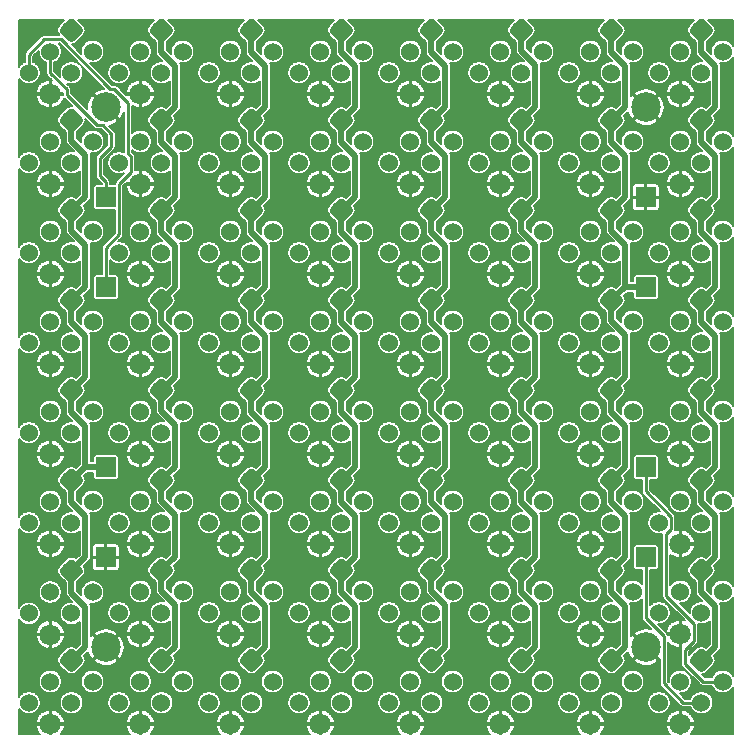
<source format=gbr>
G04 #@! TF.GenerationSoftware,KiCad,Pcbnew,(5.1.4)-1*
G04 #@! TF.CreationDate,2020-05-19T09:12:06+02:00*
G04 #@! TF.ProjectId,neonpixelmatrix,6e656f6e-7069-4786-956c-6d6174726978,rev?*
G04 #@! TF.SameCoordinates,Original*
G04 #@! TF.FileFunction,Copper,L1,Top*
G04 #@! TF.FilePolarity,Positive*
%FSLAX46Y46*%
G04 Gerber Fmt 4.6, Leading zero omitted, Abs format (unit mm)*
G04 Created by KiCad (PCBNEW (5.1.4)-1) date 2020-05-19 09:12:06*
%MOMM*%
%LPD*%
G04 APERTURE LIST*
%ADD10C,1.524000*%
%ADD11C,1.800000*%
%ADD12C,0.127000*%
%ADD13C,1.600000*%
%ADD14C,2.500000*%
%ADD15R,1.700000X1.700000*%
%ADD16C,0.508000*%
%ADD17C,0.508000*%
%ADD18C,0.254000*%
%ADD19C,0.152400*%
G04 APERTURE END LIST*
D10*
X132234077Y-39741974D03*
X130438026Y-41538026D03*
D11*
X128641974Y-43334077D03*
D10*
X126845923Y-41538026D03*
X128641974Y-39741974D03*
D12*
G36*
X130477233Y-36982164D02*
G01*
X130516062Y-36987924D01*
X130554140Y-36997462D01*
X130591099Y-37010686D01*
X130626585Y-37027469D01*
X130660254Y-37047650D01*
X130691783Y-37071034D01*
X130720869Y-37097395D01*
X131286554Y-37663080D01*
X131312915Y-37692166D01*
X131336299Y-37723695D01*
X131356480Y-37757364D01*
X131373263Y-37792850D01*
X131386487Y-37829809D01*
X131396025Y-37867887D01*
X131401785Y-37906716D01*
X131403711Y-37945923D01*
X131401785Y-37985130D01*
X131396025Y-38023959D01*
X131386487Y-38062037D01*
X131373263Y-38098996D01*
X131356480Y-38134482D01*
X131336299Y-38168151D01*
X131312915Y-38199680D01*
X131286554Y-38228766D01*
X130720869Y-38794451D01*
X130691783Y-38820812D01*
X130660254Y-38844196D01*
X130626585Y-38864377D01*
X130591099Y-38881160D01*
X130554140Y-38894384D01*
X130516062Y-38903922D01*
X130477233Y-38909682D01*
X130438026Y-38911608D01*
X130398819Y-38909682D01*
X130359990Y-38903922D01*
X130321912Y-38894384D01*
X130284953Y-38881160D01*
X130249467Y-38864377D01*
X130215798Y-38844196D01*
X130184269Y-38820812D01*
X130155183Y-38794451D01*
X129589498Y-38228766D01*
X129563137Y-38199680D01*
X129539753Y-38168151D01*
X129519572Y-38134482D01*
X129502789Y-38098996D01*
X129489565Y-38062037D01*
X129480027Y-38023959D01*
X129474267Y-37985130D01*
X129472341Y-37945923D01*
X129474267Y-37906716D01*
X129480027Y-37867887D01*
X129489565Y-37829809D01*
X129502789Y-37792850D01*
X129519572Y-37757364D01*
X129539753Y-37723695D01*
X129563137Y-37692166D01*
X129589498Y-37663080D01*
X130155183Y-37097395D01*
X130184269Y-37071034D01*
X130215798Y-37047650D01*
X130249467Y-37027469D01*
X130284953Y-37010686D01*
X130321912Y-36997462D01*
X130359990Y-36987924D01*
X130398819Y-36982164D01*
X130438026Y-36980238D01*
X130477233Y-36982164D01*
X130477233Y-36982164D01*
G37*
D13*
X130438026Y-37945923D03*
D14*
X156210000Y-67310000D03*
X156210000Y-21590000D03*
X110490000Y-67310000D03*
X110490000Y-21590000D03*
D15*
X110490000Y-52070000D03*
X156210000Y-52070000D03*
X156210000Y-59690000D03*
X156210000Y-29210000D03*
X156210000Y-36830000D03*
X110490000Y-29210000D03*
X110490000Y-36830000D03*
X110490000Y-59690000D03*
D10*
X162714077Y-70221974D03*
X160918026Y-72018026D03*
D11*
X159121974Y-73814077D03*
D10*
X157325923Y-72018026D03*
X159121974Y-70221974D03*
D12*
G36*
X160957233Y-67462164D02*
G01*
X160996062Y-67467924D01*
X161034140Y-67477462D01*
X161071099Y-67490686D01*
X161106585Y-67507469D01*
X161140254Y-67527650D01*
X161171783Y-67551034D01*
X161200869Y-67577395D01*
X161766554Y-68143080D01*
X161792915Y-68172166D01*
X161816299Y-68203695D01*
X161836480Y-68237364D01*
X161853263Y-68272850D01*
X161866487Y-68309809D01*
X161876025Y-68347887D01*
X161881785Y-68386716D01*
X161883711Y-68425923D01*
X161881785Y-68465130D01*
X161876025Y-68503959D01*
X161866487Y-68542037D01*
X161853263Y-68578996D01*
X161836480Y-68614482D01*
X161816299Y-68648151D01*
X161792915Y-68679680D01*
X161766554Y-68708766D01*
X161200869Y-69274451D01*
X161171783Y-69300812D01*
X161140254Y-69324196D01*
X161106585Y-69344377D01*
X161071099Y-69361160D01*
X161034140Y-69374384D01*
X160996062Y-69383922D01*
X160957233Y-69389682D01*
X160918026Y-69391608D01*
X160878819Y-69389682D01*
X160839990Y-69383922D01*
X160801912Y-69374384D01*
X160764953Y-69361160D01*
X160729467Y-69344377D01*
X160695798Y-69324196D01*
X160664269Y-69300812D01*
X160635183Y-69274451D01*
X160069498Y-68708766D01*
X160043137Y-68679680D01*
X160019753Y-68648151D01*
X159999572Y-68614482D01*
X159982789Y-68578996D01*
X159969565Y-68542037D01*
X159960027Y-68503959D01*
X159954267Y-68465130D01*
X159952341Y-68425923D01*
X159954267Y-68386716D01*
X159960027Y-68347887D01*
X159969565Y-68309809D01*
X159982789Y-68272850D01*
X159999572Y-68237364D01*
X160019753Y-68203695D01*
X160043137Y-68172166D01*
X160069498Y-68143080D01*
X160635183Y-67577395D01*
X160664269Y-67551034D01*
X160695798Y-67527650D01*
X160729467Y-67507469D01*
X160764953Y-67490686D01*
X160801912Y-67477462D01*
X160839990Y-67467924D01*
X160878819Y-67462164D01*
X160918026Y-67460238D01*
X160957233Y-67462164D01*
X160957233Y-67462164D01*
G37*
D13*
X160918026Y-68425923D03*
D10*
X155094077Y-70221974D03*
X153298026Y-72018026D03*
D11*
X151501974Y-73814077D03*
D10*
X149705923Y-72018026D03*
X151501974Y-70221974D03*
D12*
G36*
X153337233Y-67462164D02*
G01*
X153376062Y-67467924D01*
X153414140Y-67477462D01*
X153451099Y-67490686D01*
X153486585Y-67507469D01*
X153520254Y-67527650D01*
X153551783Y-67551034D01*
X153580869Y-67577395D01*
X154146554Y-68143080D01*
X154172915Y-68172166D01*
X154196299Y-68203695D01*
X154216480Y-68237364D01*
X154233263Y-68272850D01*
X154246487Y-68309809D01*
X154256025Y-68347887D01*
X154261785Y-68386716D01*
X154263711Y-68425923D01*
X154261785Y-68465130D01*
X154256025Y-68503959D01*
X154246487Y-68542037D01*
X154233263Y-68578996D01*
X154216480Y-68614482D01*
X154196299Y-68648151D01*
X154172915Y-68679680D01*
X154146554Y-68708766D01*
X153580869Y-69274451D01*
X153551783Y-69300812D01*
X153520254Y-69324196D01*
X153486585Y-69344377D01*
X153451099Y-69361160D01*
X153414140Y-69374384D01*
X153376062Y-69383922D01*
X153337233Y-69389682D01*
X153298026Y-69391608D01*
X153258819Y-69389682D01*
X153219990Y-69383922D01*
X153181912Y-69374384D01*
X153144953Y-69361160D01*
X153109467Y-69344377D01*
X153075798Y-69324196D01*
X153044269Y-69300812D01*
X153015183Y-69274451D01*
X152449498Y-68708766D01*
X152423137Y-68679680D01*
X152399753Y-68648151D01*
X152379572Y-68614482D01*
X152362789Y-68578996D01*
X152349565Y-68542037D01*
X152340027Y-68503959D01*
X152334267Y-68465130D01*
X152332341Y-68425923D01*
X152334267Y-68386716D01*
X152340027Y-68347887D01*
X152349565Y-68309809D01*
X152362789Y-68272850D01*
X152379572Y-68237364D01*
X152399753Y-68203695D01*
X152423137Y-68172166D01*
X152449498Y-68143080D01*
X153015183Y-67577395D01*
X153044269Y-67551034D01*
X153075798Y-67527650D01*
X153109467Y-67507469D01*
X153144953Y-67490686D01*
X153181912Y-67477462D01*
X153219990Y-67467924D01*
X153258819Y-67462164D01*
X153298026Y-67460238D01*
X153337233Y-67462164D01*
X153337233Y-67462164D01*
G37*
D13*
X153298026Y-68425923D03*
D10*
X147474077Y-70221974D03*
X145678026Y-72018026D03*
D11*
X143881974Y-73814077D03*
D10*
X142085923Y-72018026D03*
X143881974Y-70221974D03*
D12*
G36*
X145717233Y-67462164D02*
G01*
X145756062Y-67467924D01*
X145794140Y-67477462D01*
X145831099Y-67490686D01*
X145866585Y-67507469D01*
X145900254Y-67527650D01*
X145931783Y-67551034D01*
X145960869Y-67577395D01*
X146526554Y-68143080D01*
X146552915Y-68172166D01*
X146576299Y-68203695D01*
X146596480Y-68237364D01*
X146613263Y-68272850D01*
X146626487Y-68309809D01*
X146636025Y-68347887D01*
X146641785Y-68386716D01*
X146643711Y-68425923D01*
X146641785Y-68465130D01*
X146636025Y-68503959D01*
X146626487Y-68542037D01*
X146613263Y-68578996D01*
X146596480Y-68614482D01*
X146576299Y-68648151D01*
X146552915Y-68679680D01*
X146526554Y-68708766D01*
X145960869Y-69274451D01*
X145931783Y-69300812D01*
X145900254Y-69324196D01*
X145866585Y-69344377D01*
X145831099Y-69361160D01*
X145794140Y-69374384D01*
X145756062Y-69383922D01*
X145717233Y-69389682D01*
X145678026Y-69391608D01*
X145638819Y-69389682D01*
X145599990Y-69383922D01*
X145561912Y-69374384D01*
X145524953Y-69361160D01*
X145489467Y-69344377D01*
X145455798Y-69324196D01*
X145424269Y-69300812D01*
X145395183Y-69274451D01*
X144829498Y-68708766D01*
X144803137Y-68679680D01*
X144779753Y-68648151D01*
X144759572Y-68614482D01*
X144742789Y-68578996D01*
X144729565Y-68542037D01*
X144720027Y-68503959D01*
X144714267Y-68465130D01*
X144712341Y-68425923D01*
X144714267Y-68386716D01*
X144720027Y-68347887D01*
X144729565Y-68309809D01*
X144742789Y-68272850D01*
X144759572Y-68237364D01*
X144779753Y-68203695D01*
X144803137Y-68172166D01*
X144829498Y-68143080D01*
X145395183Y-67577395D01*
X145424269Y-67551034D01*
X145455798Y-67527650D01*
X145489467Y-67507469D01*
X145524953Y-67490686D01*
X145561912Y-67477462D01*
X145599990Y-67467924D01*
X145638819Y-67462164D01*
X145678026Y-67460238D01*
X145717233Y-67462164D01*
X145717233Y-67462164D01*
G37*
D13*
X145678026Y-68425923D03*
D10*
X139854077Y-70221974D03*
X138058026Y-72018026D03*
D11*
X136261974Y-73814077D03*
D10*
X134465923Y-72018026D03*
X136261974Y-70221974D03*
D12*
G36*
X138097233Y-67462164D02*
G01*
X138136062Y-67467924D01*
X138174140Y-67477462D01*
X138211099Y-67490686D01*
X138246585Y-67507469D01*
X138280254Y-67527650D01*
X138311783Y-67551034D01*
X138340869Y-67577395D01*
X138906554Y-68143080D01*
X138932915Y-68172166D01*
X138956299Y-68203695D01*
X138976480Y-68237364D01*
X138993263Y-68272850D01*
X139006487Y-68309809D01*
X139016025Y-68347887D01*
X139021785Y-68386716D01*
X139023711Y-68425923D01*
X139021785Y-68465130D01*
X139016025Y-68503959D01*
X139006487Y-68542037D01*
X138993263Y-68578996D01*
X138976480Y-68614482D01*
X138956299Y-68648151D01*
X138932915Y-68679680D01*
X138906554Y-68708766D01*
X138340869Y-69274451D01*
X138311783Y-69300812D01*
X138280254Y-69324196D01*
X138246585Y-69344377D01*
X138211099Y-69361160D01*
X138174140Y-69374384D01*
X138136062Y-69383922D01*
X138097233Y-69389682D01*
X138058026Y-69391608D01*
X138018819Y-69389682D01*
X137979990Y-69383922D01*
X137941912Y-69374384D01*
X137904953Y-69361160D01*
X137869467Y-69344377D01*
X137835798Y-69324196D01*
X137804269Y-69300812D01*
X137775183Y-69274451D01*
X137209498Y-68708766D01*
X137183137Y-68679680D01*
X137159753Y-68648151D01*
X137139572Y-68614482D01*
X137122789Y-68578996D01*
X137109565Y-68542037D01*
X137100027Y-68503959D01*
X137094267Y-68465130D01*
X137092341Y-68425923D01*
X137094267Y-68386716D01*
X137100027Y-68347887D01*
X137109565Y-68309809D01*
X137122789Y-68272850D01*
X137139572Y-68237364D01*
X137159753Y-68203695D01*
X137183137Y-68172166D01*
X137209498Y-68143080D01*
X137775183Y-67577395D01*
X137804269Y-67551034D01*
X137835798Y-67527650D01*
X137869467Y-67507469D01*
X137904953Y-67490686D01*
X137941912Y-67477462D01*
X137979990Y-67467924D01*
X138018819Y-67462164D01*
X138058026Y-67460238D01*
X138097233Y-67462164D01*
X138097233Y-67462164D01*
G37*
D13*
X138058026Y-68425923D03*
D10*
X132234077Y-70221974D03*
X130438026Y-72018026D03*
D11*
X128641974Y-73814077D03*
D10*
X126845923Y-72018026D03*
X128641974Y-70221974D03*
D12*
G36*
X130477233Y-67462164D02*
G01*
X130516062Y-67467924D01*
X130554140Y-67477462D01*
X130591099Y-67490686D01*
X130626585Y-67507469D01*
X130660254Y-67527650D01*
X130691783Y-67551034D01*
X130720869Y-67577395D01*
X131286554Y-68143080D01*
X131312915Y-68172166D01*
X131336299Y-68203695D01*
X131356480Y-68237364D01*
X131373263Y-68272850D01*
X131386487Y-68309809D01*
X131396025Y-68347887D01*
X131401785Y-68386716D01*
X131403711Y-68425923D01*
X131401785Y-68465130D01*
X131396025Y-68503959D01*
X131386487Y-68542037D01*
X131373263Y-68578996D01*
X131356480Y-68614482D01*
X131336299Y-68648151D01*
X131312915Y-68679680D01*
X131286554Y-68708766D01*
X130720869Y-69274451D01*
X130691783Y-69300812D01*
X130660254Y-69324196D01*
X130626585Y-69344377D01*
X130591099Y-69361160D01*
X130554140Y-69374384D01*
X130516062Y-69383922D01*
X130477233Y-69389682D01*
X130438026Y-69391608D01*
X130398819Y-69389682D01*
X130359990Y-69383922D01*
X130321912Y-69374384D01*
X130284953Y-69361160D01*
X130249467Y-69344377D01*
X130215798Y-69324196D01*
X130184269Y-69300812D01*
X130155183Y-69274451D01*
X129589498Y-68708766D01*
X129563137Y-68679680D01*
X129539753Y-68648151D01*
X129519572Y-68614482D01*
X129502789Y-68578996D01*
X129489565Y-68542037D01*
X129480027Y-68503959D01*
X129474267Y-68465130D01*
X129472341Y-68425923D01*
X129474267Y-68386716D01*
X129480027Y-68347887D01*
X129489565Y-68309809D01*
X129502789Y-68272850D01*
X129519572Y-68237364D01*
X129539753Y-68203695D01*
X129563137Y-68172166D01*
X129589498Y-68143080D01*
X130155183Y-67577395D01*
X130184269Y-67551034D01*
X130215798Y-67527650D01*
X130249467Y-67507469D01*
X130284953Y-67490686D01*
X130321912Y-67477462D01*
X130359990Y-67467924D01*
X130398819Y-67462164D01*
X130438026Y-67460238D01*
X130477233Y-67462164D01*
X130477233Y-67462164D01*
G37*
D13*
X130438026Y-68425923D03*
D10*
X124614077Y-70221974D03*
X122818026Y-72018026D03*
D11*
X121021974Y-73814077D03*
D10*
X119225923Y-72018026D03*
X121021974Y-70221974D03*
D12*
G36*
X122857233Y-67462164D02*
G01*
X122896062Y-67467924D01*
X122934140Y-67477462D01*
X122971099Y-67490686D01*
X123006585Y-67507469D01*
X123040254Y-67527650D01*
X123071783Y-67551034D01*
X123100869Y-67577395D01*
X123666554Y-68143080D01*
X123692915Y-68172166D01*
X123716299Y-68203695D01*
X123736480Y-68237364D01*
X123753263Y-68272850D01*
X123766487Y-68309809D01*
X123776025Y-68347887D01*
X123781785Y-68386716D01*
X123783711Y-68425923D01*
X123781785Y-68465130D01*
X123776025Y-68503959D01*
X123766487Y-68542037D01*
X123753263Y-68578996D01*
X123736480Y-68614482D01*
X123716299Y-68648151D01*
X123692915Y-68679680D01*
X123666554Y-68708766D01*
X123100869Y-69274451D01*
X123071783Y-69300812D01*
X123040254Y-69324196D01*
X123006585Y-69344377D01*
X122971099Y-69361160D01*
X122934140Y-69374384D01*
X122896062Y-69383922D01*
X122857233Y-69389682D01*
X122818026Y-69391608D01*
X122778819Y-69389682D01*
X122739990Y-69383922D01*
X122701912Y-69374384D01*
X122664953Y-69361160D01*
X122629467Y-69344377D01*
X122595798Y-69324196D01*
X122564269Y-69300812D01*
X122535183Y-69274451D01*
X121969498Y-68708766D01*
X121943137Y-68679680D01*
X121919753Y-68648151D01*
X121899572Y-68614482D01*
X121882789Y-68578996D01*
X121869565Y-68542037D01*
X121860027Y-68503959D01*
X121854267Y-68465130D01*
X121852341Y-68425923D01*
X121854267Y-68386716D01*
X121860027Y-68347887D01*
X121869565Y-68309809D01*
X121882789Y-68272850D01*
X121899572Y-68237364D01*
X121919753Y-68203695D01*
X121943137Y-68172166D01*
X121969498Y-68143080D01*
X122535183Y-67577395D01*
X122564269Y-67551034D01*
X122595798Y-67527650D01*
X122629467Y-67507469D01*
X122664953Y-67490686D01*
X122701912Y-67477462D01*
X122739990Y-67467924D01*
X122778819Y-67462164D01*
X122818026Y-67460238D01*
X122857233Y-67462164D01*
X122857233Y-67462164D01*
G37*
D13*
X122818026Y-68425923D03*
D10*
X116994077Y-70221974D03*
X115198026Y-72018026D03*
D11*
X113401974Y-73814077D03*
D10*
X111605923Y-72018026D03*
X113401974Y-70221974D03*
D12*
G36*
X115237233Y-67462164D02*
G01*
X115276062Y-67467924D01*
X115314140Y-67477462D01*
X115351099Y-67490686D01*
X115386585Y-67507469D01*
X115420254Y-67527650D01*
X115451783Y-67551034D01*
X115480869Y-67577395D01*
X116046554Y-68143080D01*
X116072915Y-68172166D01*
X116096299Y-68203695D01*
X116116480Y-68237364D01*
X116133263Y-68272850D01*
X116146487Y-68309809D01*
X116156025Y-68347887D01*
X116161785Y-68386716D01*
X116163711Y-68425923D01*
X116161785Y-68465130D01*
X116156025Y-68503959D01*
X116146487Y-68542037D01*
X116133263Y-68578996D01*
X116116480Y-68614482D01*
X116096299Y-68648151D01*
X116072915Y-68679680D01*
X116046554Y-68708766D01*
X115480869Y-69274451D01*
X115451783Y-69300812D01*
X115420254Y-69324196D01*
X115386585Y-69344377D01*
X115351099Y-69361160D01*
X115314140Y-69374384D01*
X115276062Y-69383922D01*
X115237233Y-69389682D01*
X115198026Y-69391608D01*
X115158819Y-69389682D01*
X115119990Y-69383922D01*
X115081912Y-69374384D01*
X115044953Y-69361160D01*
X115009467Y-69344377D01*
X114975798Y-69324196D01*
X114944269Y-69300812D01*
X114915183Y-69274451D01*
X114349498Y-68708766D01*
X114323137Y-68679680D01*
X114299753Y-68648151D01*
X114279572Y-68614482D01*
X114262789Y-68578996D01*
X114249565Y-68542037D01*
X114240027Y-68503959D01*
X114234267Y-68465130D01*
X114232341Y-68425923D01*
X114234267Y-68386716D01*
X114240027Y-68347887D01*
X114249565Y-68309809D01*
X114262789Y-68272850D01*
X114279572Y-68237364D01*
X114299753Y-68203695D01*
X114323137Y-68172166D01*
X114349498Y-68143080D01*
X114915183Y-67577395D01*
X114944269Y-67551034D01*
X114975798Y-67527650D01*
X115009467Y-67507469D01*
X115044953Y-67490686D01*
X115081912Y-67477462D01*
X115119990Y-67467924D01*
X115158819Y-67462164D01*
X115198026Y-67460238D01*
X115237233Y-67462164D01*
X115237233Y-67462164D01*
G37*
D13*
X115198026Y-68425923D03*
D10*
X109374077Y-70221974D03*
X107578026Y-72018026D03*
D11*
X105781974Y-73814077D03*
D10*
X103985923Y-72018026D03*
X105781974Y-70221974D03*
D12*
G36*
X107617233Y-67462164D02*
G01*
X107656062Y-67467924D01*
X107694140Y-67477462D01*
X107731099Y-67490686D01*
X107766585Y-67507469D01*
X107800254Y-67527650D01*
X107831783Y-67551034D01*
X107860869Y-67577395D01*
X108426554Y-68143080D01*
X108452915Y-68172166D01*
X108476299Y-68203695D01*
X108496480Y-68237364D01*
X108513263Y-68272850D01*
X108526487Y-68309809D01*
X108536025Y-68347887D01*
X108541785Y-68386716D01*
X108543711Y-68425923D01*
X108541785Y-68465130D01*
X108536025Y-68503959D01*
X108526487Y-68542037D01*
X108513263Y-68578996D01*
X108496480Y-68614482D01*
X108476299Y-68648151D01*
X108452915Y-68679680D01*
X108426554Y-68708766D01*
X107860869Y-69274451D01*
X107831783Y-69300812D01*
X107800254Y-69324196D01*
X107766585Y-69344377D01*
X107731099Y-69361160D01*
X107694140Y-69374384D01*
X107656062Y-69383922D01*
X107617233Y-69389682D01*
X107578026Y-69391608D01*
X107538819Y-69389682D01*
X107499990Y-69383922D01*
X107461912Y-69374384D01*
X107424953Y-69361160D01*
X107389467Y-69344377D01*
X107355798Y-69324196D01*
X107324269Y-69300812D01*
X107295183Y-69274451D01*
X106729498Y-68708766D01*
X106703137Y-68679680D01*
X106679753Y-68648151D01*
X106659572Y-68614482D01*
X106642789Y-68578996D01*
X106629565Y-68542037D01*
X106620027Y-68503959D01*
X106614267Y-68465130D01*
X106612341Y-68425923D01*
X106614267Y-68386716D01*
X106620027Y-68347887D01*
X106629565Y-68309809D01*
X106642789Y-68272850D01*
X106659572Y-68237364D01*
X106679753Y-68203695D01*
X106703137Y-68172166D01*
X106729498Y-68143080D01*
X107295183Y-67577395D01*
X107324269Y-67551034D01*
X107355798Y-67527650D01*
X107389467Y-67507469D01*
X107424953Y-67490686D01*
X107461912Y-67477462D01*
X107499990Y-67467924D01*
X107538819Y-67462164D01*
X107578026Y-67460238D01*
X107617233Y-67462164D01*
X107617233Y-67462164D01*
G37*
D13*
X107578026Y-68425923D03*
D10*
X162714077Y-62601974D03*
X160918026Y-64398026D03*
D11*
X159121974Y-66194077D03*
D10*
X157325923Y-64398026D03*
X159121974Y-62601974D03*
D12*
G36*
X160957233Y-59842164D02*
G01*
X160996062Y-59847924D01*
X161034140Y-59857462D01*
X161071099Y-59870686D01*
X161106585Y-59887469D01*
X161140254Y-59907650D01*
X161171783Y-59931034D01*
X161200869Y-59957395D01*
X161766554Y-60523080D01*
X161792915Y-60552166D01*
X161816299Y-60583695D01*
X161836480Y-60617364D01*
X161853263Y-60652850D01*
X161866487Y-60689809D01*
X161876025Y-60727887D01*
X161881785Y-60766716D01*
X161883711Y-60805923D01*
X161881785Y-60845130D01*
X161876025Y-60883959D01*
X161866487Y-60922037D01*
X161853263Y-60958996D01*
X161836480Y-60994482D01*
X161816299Y-61028151D01*
X161792915Y-61059680D01*
X161766554Y-61088766D01*
X161200869Y-61654451D01*
X161171783Y-61680812D01*
X161140254Y-61704196D01*
X161106585Y-61724377D01*
X161071099Y-61741160D01*
X161034140Y-61754384D01*
X160996062Y-61763922D01*
X160957233Y-61769682D01*
X160918026Y-61771608D01*
X160878819Y-61769682D01*
X160839990Y-61763922D01*
X160801912Y-61754384D01*
X160764953Y-61741160D01*
X160729467Y-61724377D01*
X160695798Y-61704196D01*
X160664269Y-61680812D01*
X160635183Y-61654451D01*
X160069498Y-61088766D01*
X160043137Y-61059680D01*
X160019753Y-61028151D01*
X159999572Y-60994482D01*
X159982789Y-60958996D01*
X159969565Y-60922037D01*
X159960027Y-60883959D01*
X159954267Y-60845130D01*
X159952341Y-60805923D01*
X159954267Y-60766716D01*
X159960027Y-60727887D01*
X159969565Y-60689809D01*
X159982789Y-60652850D01*
X159999572Y-60617364D01*
X160019753Y-60583695D01*
X160043137Y-60552166D01*
X160069498Y-60523080D01*
X160635183Y-59957395D01*
X160664269Y-59931034D01*
X160695798Y-59907650D01*
X160729467Y-59887469D01*
X160764953Y-59870686D01*
X160801912Y-59857462D01*
X160839990Y-59847924D01*
X160878819Y-59842164D01*
X160918026Y-59840238D01*
X160957233Y-59842164D01*
X160957233Y-59842164D01*
G37*
D13*
X160918026Y-60805923D03*
D10*
X155094077Y-62601974D03*
X153298026Y-64398026D03*
D11*
X151501974Y-66194077D03*
D10*
X149705923Y-64398026D03*
X151501974Y-62601974D03*
D12*
G36*
X153337233Y-59842164D02*
G01*
X153376062Y-59847924D01*
X153414140Y-59857462D01*
X153451099Y-59870686D01*
X153486585Y-59887469D01*
X153520254Y-59907650D01*
X153551783Y-59931034D01*
X153580869Y-59957395D01*
X154146554Y-60523080D01*
X154172915Y-60552166D01*
X154196299Y-60583695D01*
X154216480Y-60617364D01*
X154233263Y-60652850D01*
X154246487Y-60689809D01*
X154256025Y-60727887D01*
X154261785Y-60766716D01*
X154263711Y-60805923D01*
X154261785Y-60845130D01*
X154256025Y-60883959D01*
X154246487Y-60922037D01*
X154233263Y-60958996D01*
X154216480Y-60994482D01*
X154196299Y-61028151D01*
X154172915Y-61059680D01*
X154146554Y-61088766D01*
X153580869Y-61654451D01*
X153551783Y-61680812D01*
X153520254Y-61704196D01*
X153486585Y-61724377D01*
X153451099Y-61741160D01*
X153414140Y-61754384D01*
X153376062Y-61763922D01*
X153337233Y-61769682D01*
X153298026Y-61771608D01*
X153258819Y-61769682D01*
X153219990Y-61763922D01*
X153181912Y-61754384D01*
X153144953Y-61741160D01*
X153109467Y-61724377D01*
X153075798Y-61704196D01*
X153044269Y-61680812D01*
X153015183Y-61654451D01*
X152449498Y-61088766D01*
X152423137Y-61059680D01*
X152399753Y-61028151D01*
X152379572Y-60994482D01*
X152362789Y-60958996D01*
X152349565Y-60922037D01*
X152340027Y-60883959D01*
X152334267Y-60845130D01*
X152332341Y-60805923D01*
X152334267Y-60766716D01*
X152340027Y-60727887D01*
X152349565Y-60689809D01*
X152362789Y-60652850D01*
X152379572Y-60617364D01*
X152399753Y-60583695D01*
X152423137Y-60552166D01*
X152449498Y-60523080D01*
X153015183Y-59957395D01*
X153044269Y-59931034D01*
X153075798Y-59907650D01*
X153109467Y-59887469D01*
X153144953Y-59870686D01*
X153181912Y-59857462D01*
X153219990Y-59847924D01*
X153258819Y-59842164D01*
X153298026Y-59840238D01*
X153337233Y-59842164D01*
X153337233Y-59842164D01*
G37*
D13*
X153298026Y-60805923D03*
D10*
X147474077Y-62601974D03*
X145678026Y-64398026D03*
D11*
X143881974Y-66194077D03*
D10*
X142085923Y-64398026D03*
X143881974Y-62601974D03*
D12*
G36*
X145717233Y-59842164D02*
G01*
X145756062Y-59847924D01*
X145794140Y-59857462D01*
X145831099Y-59870686D01*
X145866585Y-59887469D01*
X145900254Y-59907650D01*
X145931783Y-59931034D01*
X145960869Y-59957395D01*
X146526554Y-60523080D01*
X146552915Y-60552166D01*
X146576299Y-60583695D01*
X146596480Y-60617364D01*
X146613263Y-60652850D01*
X146626487Y-60689809D01*
X146636025Y-60727887D01*
X146641785Y-60766716D01*
X146643711Y-60805923D01*
X146641785Y-60845130D01*
X146636025Y-60883959D01*
X146626487Y-60922037D01*
X146613263Y-60958996D01*
X146596480Y-60994482D01*
X146576299Y-61028151D01*
X146552915Y-61059680D01*
X146526554Y-61088766D01*
X145960869Y-61654451D01*
X145931783Y-61680812D01*
X145900254Y-61704196D01*
X145866585Y-61724377D01*
X145831099Y-61741160D01*
X145794140Y-61754384D01*
X145756062Y-61763922D01*
X145717233Y-61769682D01*
X145678026Y-61771608D01*
X145638819Y-61769682D01*
X145599990Y-61763922D01*
X145561912Y-61754384D01*
X145524953Y-61741160D01*
X145489467Y-61724377D01*
X145455798Y-61704196D01*
X145424269Y-61680812D01*
X145395183Y-61654451D01*
X144829498Y-61088766D01*
X144803137Y-61059680D01*
X144779753Y-61028151D01*
X144759572Y-60994482D01*
X144742789Y-60958996D01*
X144729565Y-60922037D01*
X144720027Y-60883959D01*
X144714267Y-60845130D01*
X144712341Y-60805923D01*
X144714267Y-60766716D01*
X144720027Y-60727887D01*
X144729565Y-60689809D01*
X144742789Y-60652850D01*
X144759572Y-60617364D01*
X144779753Y-60583695D01*
X144803137Y-60552166D01*
X144829498Y-60523080D01*
X145395183Y-59957395D01*
X145424269Y-59931034D01*
X145455798Y-59907650D01*
X145489467Y-59887469D01*
X145524953Y-59870686D01*
X145561912Y-59857462D01*
X145599990Y-59847924D01*
X145638819Y-59842164D01*
X145678026Y-59840238D01*
X145717233Y-59842164D01*
X145717233Y-59842164D01*
G37*
D13*
X145678026Y-60805923D03*
D10*
X139854077Y-62601974D03*
X138058026Y-64398026D03*
D11*
X136261974Y-66194077D03*
D10*
X134465923Y-64398026D03*
X136261974Y-62601974D03*
D12*
G36*
X138097233Y-59842164D02*
G01*
X138136062Y-59847924D01*
X138174140Y-59857462D01*
X138211099Y-59870686D01*
X138246585Y-59887469D01*
X138280254Y-59907650D01*
X138311783Y-59931034D01*
X138340869Y-59957395D01*
X138906554Y-60523080D01*
X138932915Y-60552166D01*
X138956299Y-60583695D01*
X138976480Y-60617364D01*
X138993263Y-60652850D01*
X139006487Y-60689809D01*
X139016025Y-60727887D01*
X139021785Y-60766716D01*
X139023711Y-60805923D01*
X139021785Y-60845130D01*
X139016025Y-60883959D01*
X139006487Y-60922037D01*
X138993263Y-60958996D01*
X138976480Y-60994482D01*
X138956299Y-61028151D01*
X138932915Y-61059680D01*
X138906554Y-61088766D01*
X138340869Y-61654451D01*
X138311783Y-61680812D01*
X138280254Y-61704196D01*
X138246585Y-61724377D01*
X138211099Y-61741160D01*
X138174140Y-61754384D01*
X138136062Y-61763922D01*
X138097233Y-61769682D01*
X138058026Y-61771608D01*
X138018819Y-61769682D01*
X137979990Y-61763922D01*
X137941912Y-61754384D01*
X137904953Y-61741160D01*
X137869467Y-61724377D01*
X137835798Y-61704196D01*
X137804269Y-61680812D01*
X137775183Y-61654451D01*
X137209498Y-61088766D01*
X137183137Y-61059680D01*
X137159753Y-61028151D01*
X137139572Y-60994482D01*
X137122789Y-60958996D01*
X137109565Y-60922037D01*
X137100027Y-60883959D01*
X137094267Y-60845130D01*
X137092341Y-60805923D01*
X137094267Y-60766716D01*
X137100027Y-60727887D01*
X137109565Y-60689809D01*
X137122789Y-60652850D01*
X137139572Y-60617364D01*
X137159753Y-60583695D01*
X137183137Y-60552166D01*
X137209498Y-60523080D01*
X137775183Y-59957395D01*
X137804269Y-59931034D01*
X137835798Y-59907650D01*
X137869467Y-59887469D01*
X137904953Y-59870686D01*
X137941912Y-59857462D01*
X137979990Y-59847924D01*
X138018819Y-59842164D01*
X138058026Y-59840238D01*
X138097233Y-59842164D01*
X138097233Y-59842164D01*
G37*
D13*
X138058026Y-60805923D03*
D10*
X132234077Y-62601974D03*
X130438026Y-64398026D03*
D11*
X128641974Y-66194077D03*
D10*
X126845923Y-64398026D03*
X128641974Y-62601974D03*
D12*
G36*
X130477233Y-59842164D02*
G01*
X130516062Y-59847924D01*
X130554140Y-59857462D01*
X130591099Y-59870686D01*
X130626585Y-59887469D01*
X130660254Y-59907650D01*
X130691783Y-59931034D01*
X130720869Y-59957395D01*
X131286554Y-60523080D01*
X131312915Y-60552166D01*
X131336299Y-60583695D01*
X131356480Y-60617364D01*
X131373263Y-60652850D01*
X131386487Y-60689809D01*
X131396025Y-60727887D01*
X131401785Y-60766716D01*
X131403711Y-60805923D01*
X131401785Y-60845130D01*
X131396025Y-60883959D01*
X131386487Y-60922037D01*
X131373263Y-60958996D01*
X131356480Y-60994482D01*
X131336299Y-61028151D01*
X131312915Y-61059680D01*
X131286554Y-61088766D01*
X130720869Y-61654451D01*
X130691783Y-61680812D01*
X130660254Y-61704196D01*
X130626585Y-61724377D01*
X130591099Y-61741160D01*
X130554140Y-61754384D01*
X130516062Y-61763922D01*
X130477233Y-61769682D01*
X130438026Y-61771608D01*
X130398819Y-61769682D01*
X130359990Y-61763922D01*
X130321912Y-61754384D01*
X130284953Y-61741160D01*
X130249467Y-61724377D01*
X130215798Y-61704196D01*
X130184269Y-61680812D01*
X130155183Y-61654451D01*
X129589498Y-61088766D01*
X129563137Y-61059680D01*
X129539753Y-61028151D01*
X129519572Y-60994482D01*
X129502789Y-60958996D01*
X129489565Y-60922037D01*
X129480027Y-60883959D01*
X129474267Y-60845130D01*
X129472341Y-60805923D01*
X129474267Y-60766716D01*
X129480027Y-60727887D01*
X129489565Y-60689809D01*
X129502789Y-60652850D01*
X129519572Y-60617364D01*
X129539753Y-60583695D01*
X129563137Y-60552166D01*
X129589498Y-60523080D01*
X130155183Y-59957395D01*
X130184269Y-59931034D01*
X130215798Y-59907650D01*
X130249467Y-59887469D01*
X130284953Y-59870686D01*
X130321912Y-59857462D01*
X130359990Y-59847924D01*
X130398819Y-59842164D01*
X130438026Y-59840238D01*
X130477233Y-59842164D01*
X130477233Y-59842164D01*
G37*
D13*
X130438026Y-60805923D03*
D10*
X124614077Y-62601974D03*
X122818026Y-64398026D03*
D11*
X121021974Y-66194077D03*
D10*
X119225923Y-64398026D03*
X121021974Y-62601974D03*
D12*
G36*
X122857233Y-59842164D02*
G01*
X122896062Y-59847924D01*
X122934140Y-59857462D01*
X122971099Y-59870686D01*
X123006585Y-59887469D01*
X123040254Y-59907650D01*
X123071783Y-59931034D01*
X123100869Y-59957395D01*
X123666554Y-60523080D01*
X123692915Y-60552166D01*
X123716299Y-60583695D01*
X123736480Y-60617364D01*
X123753263Y-60652850D01*
X123766487Y-60689809D01*
X123776025Y-60727887D01*
X123781785Y-60766716D01*
X123783711Y-60805923D01*
X123781785Y-60845130D01*
X123776025Y-60883959D01*
X123766487Y-60922037D01*
X123753263Y-60958996D01*
X123736480Y-60994482D01*
X123716299Y-61028151D01*
X123692915Y-61059680D01*
X123666554Y-61088766D01*
X123100869Y-61654451D01*
X123071783Y-61680812D01*
X123040254Y-61704196D01*
X123006585Y-61724377D01*
X122971099Y-61741160D01*
X122934140Y-61754384D01*
X122896062Y-61763922D01*
X122857233Y-61769682D01*
X122818026Y-61771608D01*
X122778819Y-61769682D01*
X122739990Y-61763922D01*
X122701912Y-61754384D01*
X122664953Y-61741160D01*
X122629467Y-61724377D01*
X122595798Y-61704196D01*
X122564269Y-61680812D01*
X122535183Y-61654451D01*
X121969498Y-61088766D01*
X121943137Y-61059680D01*
X121919753Y-61028151D01*
X121899572Y-60994482D01*
X121882789Y-60958996D01*
X121869565Y-60922037D01*
X121860027Y-60883959D01*
X121854267Y-60845130D01*
X121852341Y-60805923D01*
X121854267Y-60766716D01*
X121860027Y-60727887D01*
X121869565Y-60689809D01*
X121882789Y-60652850D01*
X121899572Y-60617364D01*
X121919753Y-60583695D01*
X121943137Y-60552166D01*
X121969498Y-60523080D01*
X122535183Y-59957395D01*
X122564269Y-59931034D01*
X122595798Y-59907650D01*
X122629467Y-59887469D01*
X122664953Y-59870686D01*
X122701912Y-59857462D01*
X122739990Y-59847924D01*
X122778819Y-59842164D01*
X122818026Y-59840238D01*
X122857233Y-59842164D01*
X122857233Y-59842164D01*
G37*
D13*
X122818026Y-60805923D03*
D10*
X116994077Y-62601974D03*
X115198026Y-64398026D03*
D11*
X113401974Y-66194077D03*
D10*
X111605923Y-64398026D03*
X113401974Y-62601974D03*
D12*
G36*
X115237233Y-59842164D02*
G01*
X115276062Y-59847924D01*
X115314140Y-59857462D01*
X115351099Y-59870686D01*
X115386585Y-59887469D01*
X115420254Y-59907650D01*
X115451783Y-59931034D01*
X115480869Y-59957395D01*
X116046554Y-60523080D01*
X116072915Y-60552166D01*
X116096299Y-60583695D01*
X116116480Y-60617364D01*
X116133263Y-60652850D01*
X116146487Y-60689809D01*
X116156025Y-60727887D01*
X116161785Y-60766716D01*
X116163711Y-60805923D01*
X116161785Y-60845130D01*
X116156025Y-60883959D01*
X116146487Y-60922037D01*
X116133263Y-60958996D01*
X116116480Y-60994482D01*
X116096299Y-61028151D01*
X116072915Y-61059680D01*
X116046554Y-61088766D01*
X115480869Y-61654451D01*
X115451783Y-61680812D01*
X115420254Y-61704196D01*
X115386585Y-61724377D01*
X115351099Y-61741160D01*
X115314140Y-61754384D01*
X115276062Y-61763922D01*
X115237233Y-61769682D01*
X115198026Y-61771608D01*
X115158819Y-61769682D01*
X115119990Y-61763922D01*
X115081912Y-61754384D01*
X115044953Y-61741160D01*
X115009467Y-61724377D01*
X114975798Y-61704196D01*
X114944269Y-61680812D01*
X114915183Y-61654451D01*
X114349498Y-61088766D01*
X114323137Y-61059680D01*
X114299753Y-61028151D01*
X114279572Y-60994482D01*
X114262789Y-60958996D01*
X114249565Y-60922037D01*
X114240027Y-60883959D01*
X114234267Y-60845130D01*
X114232341Y-60805923D01*
X114234267Y-60766716D01*
X114240027Y-60727887D01*
X114249565Y-60689809D01*
X114262789Y-60652850D01*
X114279572Y-60617364D01*
X114299753Y-60583695D01*
X114323137Y-60552166D01*
X114349498Y-60523080D01*
X114915183Y-59957395D01*
X114944269Y-59931034D01*
X114975798Y-59907650D01*
X115009467Y-59887469D01*
X115044953Y-59870686D01*
X115081912Y-59857462D01*
X115119990Y-59847924D01*
X115158819Y-59842164D01*
X115198026Y-59840238D01*
X115237233Y-59842164D01*
X115237233Y-59842164D01*
G37*
D13*
X115198026Y-60805923D03*
D10*
X109374077Y-62654076D03*
X107578026Y-64450128D03*
D11*
X105781974Y-66246179D03*
D10*
X103985923Y-64450128D03*
X105781974Y-62654076D03*
D12*
G36*
X107617233Y-59894266D02*
G01*
X107656062Y-59900026D01*
X107694140Y-59909564D01*
X107731099Y-59922788D01*
X107766585Y-59939571D01*
X107800254Y-59959752D01*
X107831783Y-59983136D01*
X107860869Y-60009497D01*
X108426554Y-60575182D01*
X108452915Y-60604268D01*
X108476299Y-60635797D01*
X108496480Y-60669466D01*
X108513263Y-60704952D01*
X108526487Y-60741911D01*
X108536025Y-60779989D01*
X108541785Y-60818818D01*
X108543711Y-60858025D01*
X108541785Y-60897232D01*
X108536025Y-60936061D01*
X108526487Y-60974139D01*
X108513263Y-61011098D01*
X108496480Y-61046584D01*
X108476299Y-61080253D01*
X108452915Y-61111782D01*
X108426554Y-61140868D01*
X107860869Y-61706553D01*
X107831783Y-61732914D01*
X107800254Y-61756298D01*
X107766585Y-61776479D01*
X107731099Y-61793262D01*
X107694140Y-61806486D01*
X107656062Y-61816024D01*
X107617233Y-61821784D01*
X107578026Y-61823710D01*
X107538819Y-61821784D01*
X107499990Y-61816024D01*
X107461912Y-61806486D01*
X107424953Y-61793262D01*
X107389467Y-61776479D01*
X107355798Y-61756298D01*
X107324269Y-61732914D01*
X107295183Y-61706553D01*
X106729498Y-61140868D01*
X106703137Y-61111782D01*
X106679753Y-61080253D01*
X106659572Y-61046584D01*
X106642789Y-61011098D01*
X106629565Y-60974139D01*
X106620027Y-60936061D01*
X106614267Y-60897232D01*
X106612341Y-60858025D01*
X106614267Y-60818818D01*
X106620027Y-60779989D01*
X106629565Y-60741911D01*
X106642789Y-60704952D01*
X106659572Y-60669466D01*
X106679753Y-60635797D01*
X106703137Y-60604268D01*
X106729498Y-60575182D01*
X107295183Y-60009497D01*
X107324269Y-59983136D01*
X107355798Y-59959752D01*
X107389467Y-59939571D01*
X107424953Y-59922788D01*
X107461912Y-59909564D01*
X107499990Y-59900026D01*
X107538819Y-59894266D01*
X107578026Y-59892340D01*
X107617233Y-59894266D01*
X107617233Y-59894266D01*
G37*
D13*
X107578026Y-60858025D03*
D10*
X162714077Y-54981974D03*
X160918026Y-56778026D03*
D11*
X159121974Y-58574077D03*
D10*
X157325923Y-56778026D03*
X159121974Y-54981974D03*
D12*
G36*
X160957233Y-52222164D02*
G01*
X160996062Y-52227924D01*
X161034140Y-52237462D01*
X161071099Y-52250686D01*
X161106585Y-52267469D01*
X161140254Y-52287650D01*
X161171783Y-52311034D01*
X161200869Y-52337395D01*
X161766554Y-52903080D01*
X161792915Y-52932166D01*
X161816299Y-52963695D01*
X161836480Y-52997364D01*
X161853263Y-53032850D01*
X161866487Y-53069809D01*
X161876025Y-53107887D01*
X161881785Y-53146716D01*
X161883711Y-53185923D01*
X161881785Y-53225130D01*
X161876025Y-53263959D01*
X161866487Y-53302037D01*
X161853263Y-53338996D01*
X161836480Y-53374482D01*
X161816299Y-53408151D01*
X161792915Y-53439680D01*
X161766554Y-53468766D01*
X161200869Y-54034451D01*
X161171783Y-54060812D01*
X161140254Y-54084196D01*
X161106585Y-54104377D01*
X161071099Y-54121160D01*
X161034140Y-54134384D01*
X160996062Y-54143922D01*
X160957233Y-54149682D01*
X160918026Y-54151608D01*
X160878819Y-54149682D01*
X160839990Y-54143922D01*
X160801912Y-54134384D01*
X160764953Y-54121160D01*
X160729467Y-54104377D01*
X160695798Y-54084196D01*
X160664269Y-54060812D01*
X160635183Y-54034451D01*
X160069498Y-53468766D01*
X160043137Y-53439680D01*
X160019753Y-53408151D01*
X159999572Y-53374482D01*
X159982789Y-53338996D01*
X159969565Y-53302037D01*
X159960027Y-53263959D01*
X159954267Y-53225130D01*
X159952341Y-53185923D01*
X159954267Y-53146716D01*
X159960027Y-53107887D01*
X159969565Y-53069809D01*
X159982789Y-53032850D01*
X159999572Y-52997364D01*
X160019753Y-52963695D01*
X160043137Y-52932166D01*
X160069498Y-52903080D01*
X160635183Y-52337395D01*
X160664269Y-52311034D01*
X160695798Y-52287650D01*
X160729467Y-52267469D01*
X160764953Y-52250686D01*
X160801912Y-52237462D01*
X160839990Y-52227924D01*
X160878819Y-52222164D01*
X160918026Y-52220238D01*
X160957233Y-52222164D01*
X160957233Y-52222164D01*
G37*
D13*
X160918026Y-53185923D03*
D10*
X155094077Y-54981974D03*
X153298026Y-56778026D03*
D11*
X151501974Y-58574077D03*
D10*
X149705923Y-56778026D03*
X151501974Y-54981974D03*
D12*
G36*
X153337233Y-52222164D02*
G01*
X153376062Y-52227924D01*
X153414140Y-52237462D01*
X153451099Y-52250686D01*
X153486585Y-52267469D01*
X153520254Y-52287650D01*
X153551783Y-52311034D01*
X153580869Y-52337395D01*
X154146554Y-52903080D01*
X154172915Y-52932166D01*
X154196299Y-52963695D01*
X154216480Y-52997364D01*
X154233263Y-53032850D01*
X154246487Y-53069809D01*
X154256025Y-53107887D01*
X154261785Y-53146716D01*
X154263711Y-53185923D01*
X154261785Y-53225130D01*
X154256025Y-53263959D01*
X154246487Y-53302037D01*
X154233263Y-53338996D01*
X154216480Y-53374482D01*
X154196299Y-53408151D01*
X154172915Y-53439680D01*
X154146554Y-53468766D01*
X153580869Y-54034451D01*
X153551783Y-54060812D01*
X153520254Y-54084196D01*
X153486585Y-54104377D01*
X153451099Y-54121160D01*
X153414140Y-54134384D01*
X153376062Y-54143922D01*
X153337233Y-54149682D01*
X153298026Y-54151608D01*
X153258819Y-54149682D01*
X153219990Y-54143922D01*
X153181912Y-54134384D01*
X153144953Y-54121160D01*
X153109467Y-54104377D01*
X153075798Y-54084196D01*
X153044269Y-54060812D01*
X153015183Y-54034451D01*
X152449498Y-53468766D01*
X152423137Y-53439680D01*
X152399753Y-53408151D01*
X152379572Y-53374482D01*
X152362789Y-53338996D01*
X152349565Y-53302037D01*
X152340027Y-53263959D01*
X152334267Y-53225130D01*
X152332341Y-53185923D01*
X152334267Y-53146716D01*
X152340027Y-53107887D01*
X152349565Y-53069809D01*
X152362789Y-53032850D01*
X152379572Y-52997364D01*
X152399753Y-52963695D01*
X152423137Y-52932166D01*
X152449498Y-52903080D01*
X153015183Y-52337395D01*
X153044269Y-52311034D01*
X153075798Y-52287650D01*
X153109467Y-52267469D01*
X153144953Y-52250686D01*
X153181912Y-52237462D01*
X153219990Y-52227924D01*
X153258819Y-52222164D01*
X153298026Y-52220238D01*
X153337233Y-52222164D01*
X153337233Y-52222164D01*
G37*
D13*
X153298026Y-53185923D03*
D10*
X147474077Y-54981974D03*
X145678026Y-56778026D03*
D11*
X143881974Y-58574077D03*
D10*
X142085923Y-56778026D03*
X143881974Y-54981974D03*
D12*
G36*
X145717233Y-52222164D02*
G01*
X145756062Y-52227924D01*
X145794140Y-52237462D01*
X145831099Y-52250686D01*
X145866585Y-52267469D01*
X145900254Y-52287650D01*
X145931783Y-52311034D01*
X145960869Y-52337395D01*
X146526554Y-52903080D01*
X146552915Y-52932166D01*
X146576299Y-52963695D01*
X146596480Y-52997364D01*
X146613263Y-53032850D01*
X146626487Y-53069809D01*
X146636025Y-53107887D01*
X146641785Y-53146716D01*
X146643711Y-53185923D01*
X146641785Y-53225130D01*
X146636025Y-53263959D01*
X146626487Y-53302037D01*
X146613263Y-53338996D01*
X146596480Y-53374482D01*
X146576299Y-53408151D01*
X146552915Y-53439680D01*
X146526554Y-53468766D01*
X145960869Y-54034451D01*
X145931783Y-54060812D01*
X145900254Y-54084196D01*
X145866585Y-54104377D01*
X145831099Y-54121160D01*
X145794140Y-54134384D01*
X145756062Y-54143922D01*
X145717233Y-54149682D01*
X145678026Y-54151608D01*
X145638819Y-54149682D01*
X145599990Y-54143922D01*
X145561912Y-54134384D01*
X145524953Y-54121160D01*
X145489467Y-54104377D01*
X145455798Y-54084196D01*
X145424269Y-54060812D01*
X145395183Y-54034451D01*
X144829498Y-53468766D01*
X144803137Y-53439680D01*
X144779753Y-53408151D01*
X144759572Y-53374482D01*
X144742789Y-53338996D01*
X144729565Y-53302037D01*
X144720027Y-53263959D01*
X144714267Y-53225130D01*
X144712341Y-53185923D01*
X144714267Y-53146716D01*
X144720027Y-53107887D01*
X144729565Y-53069809D01*
X144742789Y-53032850D01*
X144759572Y-52997364D01*
X144779753Y-52963695D01*
X144803137Y-52932166D01*
X144829498Y-52903080D01*
X145395183Y-52337395D01*
X145424269Y-52311034D01*
X145455798Y-52287650D01*
X145489467Y-52267469D01*
X145524953Y-52250686D01*
X145561912Y-52237462D01*
X145599990Y-52227924D01*
X145638819Y-52222164D01*
X145678026Y-52220238D01*
X145717233Y-52222164D01*
X145717233Y-52222164D01*
G37*
D13*
X145678026Y-53185923D03*
D10*
X139854077Y-54981974D03*
X138058026Y-56778026D03*
D11*
X136261974Y-58574077D03*
D10*
X134465923Y-56778026D03*
X136261974Y-54981974D03*
D12*
G36*
X138097233Y-52222164D02*
G01*
X138136062Y-52227924D01*
X138174140Y-52237462D01*
X138211099Y-52250686D01*
X138246585Y-52267469D01*
X138280254Y-52287650D01*
X138311783Y-52311034D01*
X138340869Y-52337395D01*
X138906554Y-52903080D01*
X138932915Y-52932166D01*
X138956299Y-52963695D01*
X138976480Y-52997364D01*
X138993263Y-53032850D01*
X139006487Y-53069809D01*
X139016025Y-53107887D01*
X139021785Y-53146716D01*
X139023711Y-53185923D01*
X139021785Y-53225130D01*
X139016025Y-53263959D01*
X139006487Y-53302037D01*
X138993263Y-53338996D01*
X138976480Y-53374482D01*
X138956299Y-53408151D01*
X138932915Y-53439680D01*
X138906554Y-53468766D01*
X138340869Y-54034451D01*
X138311783Y-54060812D01*
X138280254Y-54084196D01*
X138246585Y-54104377D01*
X138211099Y-54121160D01*
X138174140Y-54134384D01*
X138136062Y-54143922D01*
X138097233Y-54149682D01*
X138058026Y-54151608D01*
X138018819Y-54149682D01*
X137979990Y-54143922D01*
X137941912Y-54134384D01*
X137904953Y-54121160D01*
X137869467Y-54104377D01*
X137835798Y-54084196D01*
X137804269Y-54060812D01*
X137775183Y-54034451D01*
X137209498Y-53468766D01*
X137183137Y-53439680D01*
X137159753Y-53408151D01*
X137139572Y-53374482D01*
X137122789Y-53338996D01*
X137109565Y-53302037D01*
X137100027Y-53263959D01*
X137094267Y-53225130D01*
X137092341Y-53185923D01*
X137094267Y-53146716D01*
X137100027Y-53107887D01*
X137109565Y-53069809D01*
X137122789Y-53032850D01*
X137139572Y-52997364D01*
X137159753Y-52963695D01*
X137183137Y-52932166D01*
X137209498Y-52903080D01*
X137775183Y-52337395D01*
X137804269Y-52311034D01*
X137835798Y-52287650D01*
X137869467Y-52267469D01*
X137904953Y-52250686D01*
X137941912Y-52237462D01*
X137979990Y-52227924D01*
X138018819Y-52222164D01*
X138058026Y-52220238D01*
X138097233Y-52222164D01*
X138097233Y-52222164D01*
G37*
D13*
X138058026Y-53185923D03*
D10*
X132234077Y-54981974D03*
X130438026Y-56778026D03*
D11*
X128641974Y-58574077D03*
D10*
X126845923Y-56778026D03*
X128641974Y-54981974D03*
D12*
G36*
X130477233Y-52222164D02*
G01*
X130516062Y-52227924D01*
X130554140Y-52237462D01*
X130591099Y-52250686D01*
X130626585Y-52267469D01*
X130660254Y-52287650D01*
X130691783Y-52311034D01*
X130720869Y-52337395D01*
X131286554Y-52903080D01*
X131312915Y-52932166D01*
X131336299Y-52963695D01*
X131356480Y-52997364D01*
X131373263Y-53032850D01*
X131386487Y-53069809D01*
X131396025Y-53107887D01*
X131401785Y-53146716D01*
X131403711Y-53185923D01*
X131401785Y-53225130D01*
X131396025Y-53263959D01*
X131386487Y-53302037D01*
X131373263Y-53338996D01*
X131356480Y-53374482D01*
X131336299Y-53408151D01*
X131312915Y-53439680D01*
X131286554Y-53468766D01*
X130720869Y-54034451D01*
X130691783Y-54060812D01*
X130660254Y-54084196D01*
X130626585Y-54104377D01*
X130591099Y-54121160D01*
X130554140Y-54134384D01*
X130516062Y-54143922D01*
X130477233Y-54149682D01*
X130438026Y-54151608D01*
X130398819Y-54149682D01*
X130359990Y-54143922D01*
X130321912Y-54134384D01*
X130284953Y-54121160D01*
X130249467Y-54104377D01*
X130215798Y-54084196D01*
X130184269Y-54060812D01*
X130155183Y-54034451D01*
X129589498Y-53468766D01*
X129563137Y-53439680D01*
X129539753Y-53408151D01*
X129519572Y-53374482D01*
X129502789Y-53338996D01*
X129489565Y-53302037D01*
X129480027Y-53263959D01*
X129474267Y-53225130D01*
X129472341Y-53185923D01*
X129474267Y-53146716D01*
X129480027Y-53107887D01*
X129489565Y-53069809D01*
X129502789Y-53032850D01*
X129519572Y-52997364D01*
X129539753Y-52963695D01*
X129563137Y-52932166D01*
X129589498Y-52903080D01*
X130155183Y-52337395D01*
X130184269Y-52311034D01*
X130215798Y-52287650D01*
X130249467Y-52267469D01*
X130284953Y-52250686D01*
X130321912Y-52237462D01*
X130359990Y-52227924D01*
X130398819Y-52222164D01*
X130438026Y-52220238D01*
X130477233Y-52222164D01*
X130477233Y-52222164D01*
G37*
D13*
X130438026Y-53185923D03*
D10*
X124614077Y-54981974D03*
X122818026Y-56778026D03*
D11*
X121021974Y-58574077D03*
D10*
X119225923Y-56778026D03*
X121021974Y-54981974D03*
D12*
G36*
X122857233Y-52222164D02*
G01*
X122896062Y-52227924D01*
X122934140Y-52237462D01*
X122971099Y-52250686D01*
X123006585Y-52267469D01*
X123040254Y-52287650D01*
X123071783Y-52311034D01*
X123100869Y-52337395D01*
X123666554Y-52903080D01*
X123692915Y-52932166D01*
X123716299Y-52963695D01*
X123736480Y-52997364D01*
X123753263Y-53032850D01*
X123766487Y-53069809D01*
X123776025Y-53107887D01*
X123781785Y-53146716D01*
X123783711Y-53185923D01*
X123781785Y-53225130D01*
X123776025Y-53263959D01*
X123766487Y-53302037D01*
X123753263Y-53338996D01*
X123736480Y-53374482D01*
X123716299Y-53408151D01*
X123692915Y-53439680D01*
X123666554Y-53468766D01*
X123100869Y-54034451D01*
X123071783Y-54060812D01*
X123040254Y-54084196D01*
X123006585Y-54104377D01*
X122971099Y-54121160D01*
X122934140Y-54134384D01*
X122896062Y-54143922D01*
X122857233Y-54149682D01*
X122818026Y-54151608D01*
X122778819Y-54149682D01*
X122739990Y-54143922D01*
X122701912Y-54134384D01*
X122664953Y-54121160D01*
X122629467Y-54104377D01*
X122595798Y-54084196D01*
X122564269Y-54060812D01*
X122535183Y-54034451D01*
X121969498Y-53468766D01*
X121943137Y-53439680D01*
X121919753Y-53408151D01*
X121899572Y-53374482D01*
X121882789Y-53338996D01*
X121869565Y-53302037D01*
X121860027Y-53263959D01*
X121854267Y-53225130D01*
X121852341Y-53185923D01*
X121854267Y-53146716D01*
X121860027Y-53107887D01*
X121869565Y-53069809D01*
X121882789Y-53032850D01*
X121899572Y-52997364D01*
X121919753Y-52963695D01*
X121943137Y-52932166D01*
X121969498Y-52903080D01*
X122535183Y-52337395D01*
X122564269Y-52311034D01*
X122595798Y-52287650D01*
X122629467Y-52267469D01*
X122664953Y-52250686D01*
X122701912Y-52237462D01*
X122739990Y-52227924D01*
X122778819Y-52222164D01*
X122818026Y-52220238D01*
X122857233Y-52222164D01*
X122857233Y-52222164D01*
G37*
D13*
X122818026Y-53185923D03*
D10*
X116994077Y-54981974D03*
X115198026Y-56778026D03*
D11*
X113401974Y-58574077D03*
D10*
X111605923Y-56778026D03*
X113401974Y-54981974D03*
D12*
G36*
X115237233Y-52222164D02*
G01*
X115276062Y-52227924D01*
X115314140Y-52237462D01*
X115351099Y-52250686D01*
X115386585Y-52267469D01*
X115420254Y-52287650D01*
X115451783Y-52311034D01*
X115480869Y-52337395D01*
X116046554Y-52903080D01*
X116072915Y-52932166D01*
X116096299Y-52963695D01*
X116116480Y-52997364D01*
X116133263Y-53032850D01*
X116146487Y-53069809D01*
X116156025Y-53107887D01*
X116161785Y-53146716D01*
X116163711Y-53185923D01*
X116161785Y-53225130D01*
X116156025Y-53263959D01*
X116146487Y-53302037D01*
X116133263Y-53338996D01*
X116116480Y-53374482D01*
X116096299Y-53408151D01*
X116072915Y-53439680D01*
X116046554Y-53468766D01*
X115480869Y-54034451D01*
X115451783Y-54060812D01*
X115420254Y-54084196D01*
X115386585Y-54104377D01*
X115351099Y-54121160D01*
X115314140Y-54134384D01*
X115276062Y-54143922D01*
X115237233Y-54149682D01*
X115198026Y-54151608D01*
X115158819Y-54149682D01*
X115119990Y-54143922D01*
X115081912Y-54134384D01*
X115044953Y-54121160D01*
X115009467Y-54104377D01*
X114975798Y-54084196D01*
X114944269Y-54060812D01*
X114915183Y-54034451D01*
X114349498Y-53468766D01*
X114323137Y-53439680D01*
X114299753Y-53408151D01*
X114279572Y-53374482D01*
X114262789Y-53338996D01*
X114249565Y-53302037D01*
X114240027Y-53263959D01*
X114234267Y-53225130D01*
X114232341Y-53185923D01*
X114234267Y-53146716D01*
X114240027Y-53107887D01*
X114249565Y-53069809D01*
X114262789Y-53032850D01*
X114279572Y-52997364D01*
X114299753Y-52963695D01*
X114323137Y-52932166D01*
X114349498Y-52903080D01*
X114915183Y-52337395D01*
X114944269Y-52311034D01*
X114975798Y-52287650D01*
X115009467Y-52267469D01*
X115044953Y-52250686D01*
X115081912Y-52237462D01*
X115119990Y-52227924D01*
X115158819Y-52222164D01*
X115198026Y-52220238D01*
X115237233Y-52222164D01*
X115237233Y-52222164D01*
G37*
D13*
X115198026Y-53185923D03*
D10*
X109374077Y-54981974D03*
X107578026Y-56778026D03*
D11*
X105781974Y-58574077D03*
D10*
X103985923Y-56778026D03*
X105781974Y-54981974D03*
D12*
G36*
X107617233Y-52222164D02*
G01*
X107656062Y-52227924D01*
X107694140Y-52237462D01*
X107731099Y-52250686D01*
X107766585Y-52267469D01*
X107800254Y-52287650D01*
X107831783Y-52311034D01*
X107860869Y-52337395D01*
X108426554Y-52903080D01*
X108452915Y-52932166D01*
X108476299Y-52963695D01*
X108496480Y-52997364D01*
X108513263Y-53032850D01*
X108526487Y-53069809D01*
X108536025Y-53107887D01*
X108541785Y-53146716D01*
X108543711Y-53185923D01*
X108541785Y-53225130D01*
X108536025Y-53263959D01*
X108526487Y-53302037D01*
X108513263Y-53338996D01*
X108496480Y-53374482D01*
X108476299Y-53408151D01*
X108452915Y-53439680D01*
X108426554Y-53468766D01*
X107860869Y-54034451D01*
X107831783Y-54060812D01*
X107800254Y-54084196D01*
X107766585Y-54104377D01*
X107731099Y-54121160D01*
X107694140Y-54134384D01*
X107656062Y-54143922D01*
X107617233Y-54149682D01*
X107578026Y-54151608D01*
X107538819Y-54149682D01*
X107499990Y-54143922D01*
X107461912Y-54134384D01*
X107424953Y-54121160D01*
X107389467Y-54104377D01*
X107355798Y-54084196D01*
X107324269Y-54060812D01*
X107295183Y-54034451D01*
X106729498Y-53468766D01*
X106703137Y-53439680D01*
X106679753Y-53408151D01*
X106659572Y-53374482D01*
X106642789Y-53338996D01*
X106629565Y-53302037D01*
X106620027Y-53263959D01*
X106614267Y-53225130D01*
X106612341Y-53185923D01*
X106614267Y-53146716D01*
X106620027Y-53107887D01*
X106629565Y-53069809D01*
X106642789Y-53032850D01*
X106659572Y-52997364D01*
X106679753Y-52963695D01*
X106703137Y-52932166D01*
X106729498Y-52903080D01*
X107295183Y-52337395D01*
X107324269Y-52311034D01*
X107355798Y-52287650D01*
X107389467Y-52267469D01*
X107424953Y-52250686D01*
X107461912Y-52237462D01*
X107499990Y-52227924D01*
X107538819Y-52222164D01*
X107578026Y-52220238D01*
X107617233Y-52222164D01*
X107617233Y-52222164D01*
G37*
D13*
X107578026Y-53185923D03*
D10*
X162714077Y-47361974D03*
X160918026Y-49158026D03*
D11*
X159121974Y-50954077D03*
D10*
X157325923Y-49158026D03*
X159121974Y-47361974D03*
D12*
G36*
X160957233Y-44602164D02*
G01*
X160996062Y-44607924D01*
X161034140Y-44617462D01*
X161071099Y-44630686D01*
X161106585Y-44647469D01*
X161140254Y-44667650D01*
X161171783Y-44691034D01*
X161200869Y-44717395D01*
X161766554Y-45283080D01*
X161792915Y-45312166D01*
X161816299Y-45343695D01*
X161836480Y-45377364D01*
X161853263Y-45412850D01*
X161866487Y-45449809D01*
X161876025Y-45487887D01*
X161881785Y-45526716D01*
X161883711Y-45565923D01*
X161881785Y-45605130D01*
X161876025Y-45643959D01*
X161866487Y-45682037D01*
X161853263Y-45718996D01*
X161836480Y-45754482D01*
X161816299Y-45788151D01*
X161792915Y-45819680D01*
X161766554Y-45848766D01*
X161200869Y-46414451D01*
X161171783Y-46440812D01*
X161140254Y-46464196D01*
X161106585Y-46484377D01*
X161071099Y-46501160D01*
X161034140Y-46514384D01*
X160996062Y-46523922D01*
X160957233Y-46529682D01*
X160918026Y-46531608D01*
X160878819Y-46529682D01*
X160839990Y-46523922D01*
X160801912Y-46514384D01*
X160764953Y-46501160D01*
X160729467Y-46484377D01*
X160695798Y-46464196D01*
X160664269Y-46440812D01*
X160635183Y-46414451D01*
X160069498Y-45848766D01*
X160043137Y-45819680D01*
X160019753Y-45788151D01*
X159999572Y-45754482D01*
X159982789Y-45718996D01*
X159969565Y-45682037D01*
X159960027Y-45643959D01*
X159954267Y-45605130D01*
X159952341Y-45565923D01*
X159954267Y-45526716D01*
X159960027Y-45487887D01*
X159969565Y-45449809D01*
X159982789Y-45412850D01*
X159999572Y-45377364D01*
X160019753Y-45343695D01*
X160043137Y-45312166D01*
X160069498Y-45283080D01*
X160635183Y-44717395D01*
X160664269Y-44691034D01*
X160695798Y-44667650D01*
X160729467Y-44647469D01*
X160764953Y-44630686D01*
X160801912Y-44617462D01*
X160839990Y-44607924D01*
X160878819Y-44602164D01*
X160918026Y-44600238D01*
X160957233Y-44602164D01*
X160957233Y-44602164D01*
G37*
D13*
X160918026Y-45565923D03*
D10*
X155094077Y-47361974D03*
X153298026Y-49158026D03*
D11*
X151501974Y-50954077D03*
D10*
X149705923Y-49158026D03*
X151501974Y-47361974D03*
D12*
G36*
X153337233Y-44602164D02*
G01*
X153376062Y-44607924D01*
X153414140Y-44617462D01*
X153451099Y-44630686D01*
X153486585Y-44647469D01*
X153520254Y-44667650D01*
X153551783Y-44691034D01*
X153580869Y-44717395D01*
X154146554Y-45283080D01*
X154172915Y-45312166D01*
X154196299Y-45343695D01*
X154216480Y-45377364D01*
X154233263Y-45412850D01*
X154246487Y-45449809D01*
X154256025Y-45487887D01*
X154261785Y-45526716D01*
X154263711Y-45565923D01*
X154261785Y-45605130D01*
X154256025Y-45643959D01*
X154246487Y-45682037D01*
X154233263Y-45718996D01*
X154216480Y-45754482D01*
X154196299Y-45788151D01*
X154172915Y-45819680D01*
X154146554Y-45848766D01*
X153580869Y-46414451D01*
X153551783Y-46440812D01*
X153520254Y-46464196D01*
X153486585Y-46484377D01*
X153451099Y-46501160D01*
X153414140Y-46514384D01*
X153376062Y-46523922D01*
X153337233Y-46529682D01*
X153298026Y-46531608D01*
X153258819Y-46529682D01*
X153219990Y-46523922D01*
X153181912Y-46514384D01*
X153144953Y-46501160D01*
X153109467Y-46484377D01*
X153075798Y-46464196D01*
X153044269Y-46440812D01*
X153015183Y-46414451D01*
X152449498Y-45848766D01*
X152423137Y-45819680D01*
X152399753Y-45788151D01*
X152379572Y-45754482D01*
X152362789Y-45718996D01*
X152349565Y-45682037D01*
X152340027Y-45643959D01*
X152334267Y-45605130D01*
X152332341Y-45565923D01*
X152334267Y-45526716D01*
X152340027Y-45487887D01*
X152349565Y-45449809D01*
X152362789Y-45412850D01*
X152379572Y-45377364D01*
X152399753Y-45343695D01*
X152423137Y-45312166D01*
X152449498Y-45283080D01*
X153015183Y-44717395D01*
X153044269Y-44691034D01*
X153075798Y-44667650D01*
X153109467Y-44647469D01*
X153144953Y-44630686D01*
X153181912Y-44617462D01*
X153219990Y-44607924D01*
X153258819Y-44602164D01*
X153298026Y-44600238D01*
X153337233Y-44602164D01*
X153337233Y-44602164D01*
G37*
D13*
X153298026Y-45565923D03*
D10*
X147474077Y-47361974D03*
X145678026Y-49158026D03*
D11*
X143881974Y-50954077D03*
D10*
X142085923Y-49158026D03*
X143881974Y-47361974D03*
D12*
G36*
X145717233Y-44602164D02*
G01*
X145756062Y-44607924D01*
X145794140Y-44617462D01*
X145831099Y-44630686D01*
X145866585Y-44647469D01*
X145900254Y-44667650D01*
X145931783Y-44691034D01*
X145960869Y-44717395D01*
X146526554Y-45283080D01*
X146552915Y-45312166D01*
X146576299Y-45343695D01*
X146596480Y-45377364D01*
X146613263Y-45412850D01*
X146626487Y-45449809D01*
X146636025Y-45487887D01*
X146641785Y-45526716D01*
X146643711Y-45565923D01*
X146641785Y-45605130D01*
X146636025Y-45643959D01*
X146626487Y-45682037D01*
X146613263Y-45718996D01*
X146596480Y-45754482D01*
X146576299Y-45788151D01*
X146552915Y-45819680D01*
X146526554Y-45848766D01*
X145960869Y-46414451D01*
X145931783Y-46440812D01*
X145900254Y-46464196D01*
X145866585Y-46484377D01*
X145831099Y-46501160D01*
X145794140Y-46514384D01*
X145756062Y-46523922D01*
X145717233Y-46529682D01*
X145678026Y-46531608D01*
X145638819Y-46529682D01*
X145599990Y-46523922D01*
X145561912Y-46514384D01*
X145524953Y-46501160D01*
X145489467Y-46484377D01*
X145455798Y-46464196D01*
X145424269Y-46440812D01*
X145395183Y-46414451D01*
X144829498Y-45848766D01*
X144803137Y-45819680D01*
X144779753Y-45788151D01*
X144759572Y-45754482D01*
X144742789Y-45718996D01*
X144729565Y-45682037D01*
X144720027Y-45643959D01*
X144714267Y-45605130D01*
X144712341Y-45565923D01*
X144714267Y-45526716D01*
X144720027Y-45487887D01*
X144729565Y-45449809D01*
X144742789Y-45412850D01*
X144759572Y-45377364D01*
X144779753Y-45343695D01*
X144803137Y-45312166D01*
X144829498Y-45283080D01*
X145395183Y-44717395D01*
X145424269Y-44691034D01*
X145455798Y-44667650D01*
X145489467Y-44647469D01*
X145524953Y-44630686D01*
X145561912Y-44617462D01*
X145599990Y-44607924D01*
X145638819Y-44602164D01*
X145678026Y-44600238D01*
X145717233Y-44602164D01*
X145717233Y-44602164D01*
G37*
D13*
X145678026Y-45565923D03*
D10*
X139854077Y-47361974D03*
X138058026Y-49158026D03*
D11*
X136261974Y-50954077D03*
D10*
X134465923Y-49158026D03*
X136261974Y-47361974D03*
D12*
G36*
X138097233Y-44602164D02*
G01*
X138136062Y-44607924D01*
X138174140Y-44617462D01*
X138211099Y-44630686D01*
X138246585Y-44647469D01*
X138280254Y-44667650D01*
X138311783Y-44691034D01*
X138340869Y-44717395D01*
X138906554Y-45283080D01*
X138932915Y-45312166D01*
X138956299Y-45343695D01*
X138976480Y-45377364D01*
X138993263Y-45412850D01*
X139006487Y-45449809D01*
X139016025Y-45487887D01*
X139021785Y-45526716D01*
X139023711Y-45565923D01*
X139021785Y-45605130D01*
X139016025Y-45643959D01*
X139006487Y-45682037D01*
X138993263Y-45718996D01*
X138976480Y-45754482D01*
X138956299Y-45788151D01*
X138932915Y-45819680D01*
X138906554Y-45848766D01*
X138340869Y-46414451D01*
X138311783Y-46440812D01*
X138280254Y-46464196D01*
X138246585Y-46484377D01*
X138211099Y-46501160D01*
X138174140Y-46514384D01*
X138136062Y-46523922D01*
X138097233Y-46529682D01*
X138058026Y-46531608D01*
X138018819Y-46529682D01*
X137979990Y-46523922D01*
X137941912Y-46514384D01*
X137904953Y-46501160D01*
X137869467Y-46484377D01*
X137835798Y-46464196D01*
X137804269Y-46440812D01*
X137775183Y-46414451D01*
X137209498Y-45848766D01*
X137183137Y-45819680D01*
X137159753Y-45788151D01*
X137139572Y-45754482D01*
X137122789Y-45718996D01*
X137109565Y-45682037D01*
X137100027Y-45643959D01*
X137094267Y-45605130D01*
X137092341Y-45565923D01*
X137094267Y-45526716D01*
X137100027Y-45487887D01*
X137109565Y-45449809D01*
X137122789Y-45412850D01*
X137139572Y-45377364D01*
X137159753Y-45343695D01*
X137183137Y-45312166D01*
X137209498Y-45283080D01*
X137775183Y-44717395D01*
X137804269Y-44691034D01*
X137835798Y-44667650D01*
X137869467Y-44647469D01*
X137904953Y-44630686D01*
X137941912Y-44617462D01*
X137979990Y-44607924D01*
X138018819Y-44602164D01*
X138058026Y-44600238D01*
X138097233Y-44602164D01*
X138097233Y-44602164D01*
G37*
D13*
X138058026Y-45565923D03*
D10*
X132234077Y-47361974D03*
X130438026Y-49158026D03*
D11*
X128641974Y-50954077D03*
D10*
X126845923Y-49158026D03*
X128641974Y-47361974D03*
D12*
G36*
X130477233Y-44602164D02*
G01*
X130516062Y-44607924D01*
X130554140Y-44617462D01*
X130591099Y-44630686D01*
X130626585Y-44647469D01*
X130660254Y-44667650D01*
X130691783Y-44691034D01*
X130720869Y-44717395D01*
X131286554Y-45283080D01*
X131312915Y-45312166D01*
X131336299Y-45343695D01*
X131356480Y-45377364D01*
X131373263Y-45412850D01*
X131386487Y-45449809D01*
X131396025Y-45487887D01*
X131401785Y-45526716D01*
X131403711Y-45565923D01*
X131401785Y-45605130D01*
X131396025Y-45643959D01*
X131386487Y-45682037D01*
X131373263Y-45718996D01*
X131356480Y-45754482D01*
X131336299Y-45788151D01*
X131312915Y-45819680D01*
X131286554Y-45848766D01*
X130720869Y-46414451D01*
X130691783Y-46440812D01*
X130660254Y-46464196D01*
X130626585Y-46484377D01*
X130591099Y-46501160D01*
X130554140Y-46514384D01*
X130516062Y-46523922D01*
X130477233Y-46529682D01*
X130438026Y-46531608D01*
X130398819Y-46529682D01*
X130359990Y-46523922D01*
X130321912Y-46514384D01*
X130284953Y-46501160D01*
X130249467Y-46484377D01*
X130215798Y-46464196D01*
X130184269Y-46440812D01*
X130155183Y-46414451D01*
X129589498Y-45848766D01*
X129563137Y-45819680D01*
X129539753Y-45788151D01*
X129519572Y-45754482D01*
X129502789Y-45718996D01*
X129489565Y-45682037D01*
X129480027Y-45643959D01*
X129474267Y-45605130D01*
X129472341Y-45565923D01*
X129474267Y-45526716D01*
X129480027Y-45487887D01*
X129489565Y-45449809D01*
X129502789Y-45412850D01*
X129519572Y-45377364D01*
X129539753Y-45343695D01*
X129563137Y-45312166D01*
X129589498Y-45283080D01*
X130155183Y-44717395D01*
X130184269Y-44691034D01*
X130215798Y-44667650D01*
X130249467Y-44647469D01*
X130284953Y-44630686D01*
X130321912Y-44617462D01*
X130359990Y-44607924D01*
X130398819Y-44602164D01*
X130438026Y-44600238D01*
X130477233Y-44602164D01*
X130477233Y-44602164D01*
G37*
D13*
X130438026Y-45565923D03*
D10*
X124614077Y-47361974D03*
X122818026Y-49158026D03*
D11*
X121021974Y-50954077D03*
D10*
X119225923Y-49158026D03*
X121021974Y-47361974D03*
D12*
G36*
X122857233Y-44602164D02*
G01*
X122896062Y-44607924D01*
X122934140Y-44617462D01*
X122971099Y-44630686D01*
X123006585Y-44647469D01*
X123040254Y-44667650D01*
X123071783Y-44691034D01*
X123100869Y-44717395D01*
X123666554Y-45283080D01*
X123692915Y-45312166D01*
X123716299Y-45343695D01*
X123736480Y-45377364D01*
X123753263Y-45412850D01*
X123766487Y-45449809D01*
X123776025Y-45487887D01*
X123781785Y-45526716D01*
X123783711Y-45565923D01*
X123781785Y-45605130D01*
X123776025Y-45643959D01*
X123766487Y-45682037D01*
X123753263Y-45718996D01*
X123736480Y-45754482D01*
X123716299Y-45788151D01*
X123692915Y-45819680D01*
X123666554Y-45848766D01*
X123100869Y-46414451D01*
X123071783Y-46440812D01*
X123040254Y-46464196D01*
X123006585Y-46484377D01*
X122971099Y-46501160D01*
X122934140Y-46514384D01*
X122896062Y-46523922D01*
X122857233Y-46529682D01*
X122818026Y-46531608D01*
X122778819Y-46529682D01*
X122739990Y-46523922D01*
X122701912Y-46514384D01*
X122664953Y-46501160D01*
X122629467Y-46484377D01*
X122595798Y-46464196D01*
X122564269Y-46440812D01*
X122535183Y-46414451D01*
X121969498Y-45848766D01*
X121943137Y-45819680D01*
X121919753Y-45788151D01*
X121899572Y-45754482D01*
X121882789Y-45718996D01*
X121869565Y-45682037D01*
X121860027Y-45643959D01*
X121854267Y-45605130D01*
X121852341Y-45565923D01*
X121854267Y-45526716D01*
X121860027Y-45487887D01*
X121869565Y-45449809D01*
X121882789Y-45412850D01*
X121899572Y-45377364D01*
X121919753Y-45343695D01*
X121943137Y-45312166D01*
X121969498Y-45283080D01*
X122535183Y-44717395D01*
X122564269Y-44691034D01*
X122595798Y-44667650D01*
X122629467Y-44647469D01*
X122664953Y-44630686D01*
X122701912Y-44617462D01*
X122739990Y-44607924D01*
X122778819Y-44602164D01*
X122818026Y-44600238D01*
X122857233Y-44602164D01*
X122857233Y-44602164D01*
G37*
D13*
X122818026Y-45565923D03*
D10*
X116994077Y-47361974D03*
X115198026Y-49158026D03*
D11*
X113401974Y-50954077D03*
D10*
X111605923Y-49158026D03*
X113401974Y-47361974D03*
D12*
G36*
X115237233Y-44602164D02*
G01*
X115276062Y-44607924D01*
X115314140Y-44617462D01*
X115351099Y-44630686D01*
X115386585Y-44647469D01*
X115420254Y-44667650D01*
X115451783Y-44691034D01*
X115480869Y-44717395D01*
X116046554Y-45283080D01*
X116072915Y-45312166D01*
X116096299Y-45343695D01*
X116116480Y-45377364D01*
X116133263Y-45412850D01*
X116146487Y-45449809D01*
X116156025Y-45487887D01*
X116161785Y-45526716D01*
X116163711Y-45565923D01*
X116161785Y-45605130D01*
X116156025Y-45643959D01*
X116146487Y-45682037D01*
X116133263Y-45718996D01*
X116116480Y-45754482D01*
X116096299Y-45788151D01*
X116072915Y-45819680D01*
X116046554Y-45848766D01*
X115480869Y-46414451D01*
X115451783Y-46440812D01*
X115420254Y-46464196D01*
X115386585Y-46484377D01*
X115351099Y-46501160D01*
X115314140Y-46514384D01*
X115276062Y-46523922D01*
X115237233Y-46529682D01*
X115198026Y-46531608D01*
X115158819Y-46529682D01*
X115119990Y-46523922D01*
X115081912Y-46514384D01*
X115044953Y-46501160D01*
X115009467Y-46484377D01*
X114975798Y-46464196D01*
X114944269Y-46440812D01*
X114915183Y-46414451D01*
X114349498Y-45848766D01*
X114323137Y-45819680D01*
X114299753Y-45788151D01*
X114279572Y-45754482D01*
X114262789Y-45718996D01*
X114249565Y-45682037D01*
X114240027Y-45643959D01*
X114234267Y-45605130D01*
X114232341Y-45565923D01*
X114234267Y-45526716D01*
X114240027Y-45487887D01*
X114249565Y-45449809D01*
X114262789Y-45412850D01*
X114279572Y-45377364D01*
X114299753Y-45343695D01*
X114323137Y-45312166D01*
X114349498Y-45283080D01*
X114915183Y-44717395D01*
X114944269Y-44691034D01*
X114975798Y-44667650D01*
X115009467Y-44647469D01*
X115044953Y-44630686D01*
X115081912Y-44617462D01*
X115119990Y-44607924D01*
X115158819Y-44602164D01*
X115198026Y-44600238D01*
X115237233Y-44602164D01*
X115237233Y-44602164D01*
G37*
D13*
X115198026Y-45565923D03*
D10*
X109374077Y-47361974D03*
X107578026Y-49158026D03*
D11*
X105781974Y-50954077D03*
D10*
X103985923Y-49158026D03*
X105781974Y-47361974D03*
D12*
G36*
X107617233Y-44602164D02*
G01*
X107656062Y-44607924D01*
X107694140Y-44617462D01*
X107731099Y-44630686D01*
X107766585Y-44647469D01*
X107800254Y-44667650D01*
X107831783Y-44691034D01*
X107860869Y-44717395D01*
X108426554Y-45283080D01*
X108452915Y-45312166D01*
X108476299Y-45343695D01*
X108496480Y-45377364D01*
X108513263Y-45412850D01*
X108526487Y-45449809D01*
X108536025Y-45487887D01*
X108541785Y-45526716D01*
X108543711Y-45565923D01*
X108541785Y-45605130D01*
X108536025Y-45643959D01*
X108526487Y-45682037D01*
X108513263Y-45718996D01*
X108496480Y-45754482D01*
X108476299Y-45788151D01*
X108452915Y-45819680D01*
X108426554Y-45848766D01*
X107860869Y-46414451D01*
X107831783Y-46440812D01*
X107800254Y-46464196D01*
X107766585Y-46484377D01*
X107731099Y-46501160D01*
X107694140Y-46514384D01*
X107656062Y-46523922D01*
X107617233Y-46529682D01*
X107578026Y-46531608D01*
X107538819Y-46529682D01*
X107499990Y-46523922D01*
X107461912Y-46514384D01*
X107424953Y-46501160D01*
X107389467Y-46484377D01*
X107355798Y-46464196D01*
X107324269Y-46440812D01*
X107295183Y-46414451D01*
X106729498Y-45848766D01*
X106703137Y-45819680D01*
X106679753Y-45788151D01*
X106659572Y-45754482D01*
X106642789Y-45718996D01*
X106629565Y-45682037D01*
X106620027Y-45643959D01*
X106614267Y-45605130D01*
X106612341Y-45565923D01*
X106614267Y-45526716D01*
X106620027Y-45487887D01*
X106629565Y-45449809D01*
X106642789Y-45412850D01*
X106659572Y-45377364D01*
X106679753Y-45343695D01*
X106703137Y-45312166D01*
X106729498Y-45283080D01*
X107295183Y-44717395D01*
X107324269Y-44691034D01*
X107355798Y-44667650D01*
X107389467Y-44647469D01*
X107424953Y-44630686D01*
X107461912Y-44617462D01*
X107499990Y-44607924D01*
X107538819Y-44602164D01*
X107578026Y-44600238D01*
X107617233Y-44602164D01*
X107617233Y-44602164D01*
G37*
D13*
X107578026Y-45565923D03*
D10*
X162714077Y-39741974D03*
X160918026Y-41538026D03*
D11*
X159121974Y-43334077D03*
D10*
X157325923Y-41538026D03*
X159121974Y-39741974D03*
D12*
G36*
X160957233Y-36982164D02*
G01*
X160996062Y-36987924D01*
X161034140Y-36997462D01*
X161071099Y-37010686D01*
X161106585Y-37027469D01*
X161140254Y-37047650D01*
X161171783Y-37071034D01*
X161200869Y-37097395D01*
X161766554Y-37663080D01*
X161792915Y-37692166D01*
X161816299Y-37723695D01*
X161836480Y-37757364D01*
X161853263Y-37792850D01*
X161866487Y-37829809D01*
X161876025Y-37867887D01*
X161881785Y-37906716D01*
X161883711Y-37945923D01*
X161881785Y-37985130D01*
X161876025Y-38023959D01*
X161866487Y-38062037D01*
X161853263Y-38098996D01*
X161836480Y-38134482D01*
X161816299Y-38168151D01*
X161792915Y-38199680D01*
X161766554Y-38228766D01*
X161200869Y-38794451D01*
X161171783Y-38820812D01*
X161140254Y-38844196D01*
X161106585Y-38864377D01*
X161071099Y-38881160D01*
X161034140Y-38894384D01*
X160996062Y-38903922D01*
X160957233Y-38909682D01*
X160918026Y-38911608D01*
X160878819Y-38909682D01*
X160839990Y-38903922D01*
X160801912Y-38894384D01*
X160764953Y-38881160D01*
X160729467Y-38864377D01*
X160695798Y-38844196D01*
X160664269Y-38820812D01*
X160635183Y-38794451D01*
X160069498Y-38228766D01*
X160043137Y-38199680D01*
X160019753Y-38168151D01*
X159999572Y-38134482D01*
X159982789Y-38098996D01*
X159969565Y-38062037D01*
X159960027Y-38023959D01*
X159954267Y-37985130D01*
X159952341Y-37945923D01*
X159954267Y-37906716D01*
X159960027Y-37867887D01*
X159969565Y-37829809D01*
X159982789Y-37792850D01*
X159999572Y-37757364D01*
X160019753Y-37723695D01*
X160043137Y-37692166D01*
X160069498Y-37663080D01*
X160635183Y-37097395D01*
X160664269Y-37071034D01*
X160695798Y-37047650D01*
X160729467Y-37027469D01*
X160764953Y-37010686D01*
X160801912Y-36997462D01*
X160839990Y-36987924D01*
X160878819Y-36982164D01*
X160918026Y-36980238D01*
X160957233Y-36982164D01*
X160957233Y-36982164D01*
G37*
D13*
X160918026Y-37945923D03*
D10*
X155094077Y-39741974D03*
X153298026Y-41538026D03*
D11*
X151501974Y-43334077D03*
D10*
X149705923Y-41538026D03*
X151501974Y-39741974D03*
D12*
G36*
X153337233Y-36982164D02*
G01*
X153376062Y-36987924D01*
X153414140Y-36997462D01*
X153451099Y-37010686D01*
X153486585Y-37027469D01*
X153520254Y-37047650D01*
X153551783Y-37071034D01*
X153580869Y-37097395D01*
X154146554Y-37663080D01*
X154172915Y-37692166D01*
X154196299Y-37723695D01*
X154216480Y-37757364D01*
X154233263Y-37792850D01*
X154246487Y-37829809D01*
X154256025Y-37867887D01*
X154261785Y-37906716D01*
X154263711Y-37945923D01*
X154261785Y-37985130D01*
X154256025Y-38023959D01*
X154246487Y-38062037D01*
X154233263Y-38098996D01*
X154216480Y-38134482D01*
X154196299Y-38168151D01*
X154172915Y-38199680D01*
X154146554Y-38228766D01*
X153580869Y-38794451D01*
X153551783Y-38820812D01*
X153520254Y-38844196D01*
X153486585Y-38864377D01*
X153451099Y-38881160D01*
X153414140Y-38894384D01*
X153376062Y-38903922D01*
X153337233Y-38909682D01*
X153298026Y-38911608D01*
X153258819Y-38909682D01*
X153219990Y-38903922D01*
X153181912Y-38894384D01*
X153144953Y-38881160D01*
X153109467Y-38864377D01*
X153075798Y-38844196D01*
X153044269Y-38820812D01*
X153015183Y-38794451D01*
X152449498Y-38228766D01*
X152423137Y-38199680D01*
X152399753Y-38168151D01*
X152379572Y-38134482D01*
X152362789Y-38098996D01*
X152349565Y-38062037D01*
X152340027Y-38023959D01*
X152334267Y-37985130D01*
X152332341Y-37945923D01*
X152334267Y-37906716D01*
X152340027Y-37867887D01*
X152349565Y-37829809D01*
X152362789Y-37792850D01*
X152379572Y-37757364D01*
X152399753Y-37723695D01*
X152423137Y-37692166D01*
X152449498Y-37663080D01*
X153015183Y-37097395D01*
X153044269Y-37071034D01*
X153075798Y-37047650D01*
X153109467Y-37027469D01*
X153144953Y-37010686D01*
X153181912Y-36997462D01*
X153219990Y-36987924D01*
X153258819Y-36982164D01*
X153298026Y-36980238D01*
X153337233Y-36982164D01*
X153337233Y-36982164D01*
G37*
D13*
X153298026Y-37945923D03*
D10*
X147474077Y-39741974D03*
X145678026Y-41538026D03*
D11*
X143881974Y-43334077D03*
D10*
X142085923Y-41538026D03*
X143881974Y-39741974D03*
D12*
G36*
X145717233Y-36982164D02*
G01*
X145756062Y-36987924D01*
X145794140Y-36997462D01*
X145831099Y-37010686D01*
X145866585Y-37027469D01*
X145900254Y-37047650D01*
X145931783Y-37071034D01*
X145960869Y-37097395D01*
X146526554Y-37663080D01*
X146552915Y-37692166D01*
X146576299Y-37723695D01*
X146596480Y-37757364D01*
X146613263Y-37792850D01*
X146626487Y-37829809D01*
X146636025Y-37867887D01*
X146641785Y-37906716D01*
X146643711Y-37945923D01*
X146641785Y-37985130D01*
X146636025Y-38023959D01*
X146626487Y-38062037D01*
X146613263Y-38098996D01*
X146596480Y-38134482D01*
X146576299Y-38168151D01*
X146552915Y-38199680D01*
X146526554Y-38228766D01*
X145960869Y-38794451D01*
X145931783Y-38820812D01*
X145900254Y-38844196D01*
X145866585Y-38864377D01*
X145831099Y-38881160D01*
X145794140Y-38894384D01*
X145756062Y-38903922D01*
X145717233Y-38909682D01*
X145678026Y-38911608D01*
X145638819Y-38909682D01*
X145599990Y-38903922D01*
X145561912Y-38894384D01*
X145524953Y-38881160D01*
X145489467Y-38864377D01*
X145455798Y-38844196D01*
X145424269Y-38820812D01*
X145395183Y-38794451D01*
X144829498Y-38228766D01*
X144803137Y-38199680D01*
X144779753Y-38168151D01*
X144759572Y-38134482D01*
X144742789Y-38098996D01*
X144729565Y-38062037D01*
X144720027Y-38023959D01*
X144714267Y-37985130D01*
X144712341Y-37945923D01*
X144714267Y-37906716D01*
X144720027Y-37867887D01*
X144729565Y-37829809D01*
X144742789Y-37792850D01*
X144759572Y-37757364D01*
X144779753Y-37723695D01*
X144803137Y-37692166D01*
X144829498Y-37663080D01*
X145395183Y-37097395D01*
X145424269Y-37071034D01*
X145455798Y-37047650D01*
X145489467Y-37027469D01*
X145524953Y-37010686D01*
X145561912Y-36997462D01*
X145599990Y-36987924D01*
X145638819Y-36982164D01*
X145678026Y-36980238D01*
X145717233Y-36982164D01*
X145717233Y-36982164D01*
G37*
D13*
X145678026Y-37945923D03*
D10*
X139854077Y-39741974D03*
X138058026Y-41538026D03*
D11*
X136261974Y-43334077D03*
D10*
X134465923Y-41538026D03*
X136261974Y-39741974D03*
D12*
G36*
X138097233Y-36982164D02*
G01*
X138136062Y-36987924D01*
X138174140Y-36997462D01*
X138211099Y-37010686D01*
X138246585Y-37027469D01*
X138280254Y-37047650D01*
X138311783Y-37071034D01*
X138340869Y-37097395D01*
X138906554Y-37663080D01*
X138932915Y-37692166D01*
X138956299Y-37723695D01*
X138976480Y-37757364D01*
X138993263Y-37792850D01*
X139006487Y-37829809D01*
X139016025Y-37867887D01*
X139021785Y-37906716D01*
X139023711Y-37945923D01*
X139021785Y-37985130D01*
X139016025Y-38023959D01*
X139006487Y-38062037D01*
X138993263Y-38098996D01*
X138976480Y-38134482D01*
X138956299Y-38168151D01*
X138932915Y-38199680D01*
X138906554Y-38228766D01*
X138340869Y-38794451D01*
X138311783Y-38820812D01*
X138280254Y-38844196D01*
X138246585Y-38864377D01*
X138211099Y-38881160D01*
X138174140Y-38894384D01*
X138136062Y-38903922D01*
X138097233Y-38909682D01*
X138058026Y-38911608D01*
X138018819Y-38909682D01*
X137979990Y-38903922D01*
X137941912Y-38894384D01*
X137904953Y-38881160D01*
X137869467Y-38864377D01*
X137835798Y-38844196D01*
X137804269Y-38820812D01*
X137775183Y-38794451D01*
X137209498Y-38228766D01*
X137183137Y-38199680D01*
X137159753Y-38168151D01*
X137139572Y-38134482D01*
X137122789Y-38098996D01*
X137109565Y-38062037D01*
X137100027Y-38023959D01*
X137094267Y-37985130D01*
X137092341Y-37945923D01*
X137094267Y-37906716D01*
X137100027Y-37867887D01*
X137109565Y-37829809D01*
X137122789Y-37792850D01*
X137139572Y-37757364D01*
X137159753Y-37723695D01*
X137183137Y-37692166D01*
X137209498Y-37663080D01*
X137775183Y-37097395D01*
X137804269Y-37071034D01*
X137835798Y-37047650D01*
X137869467Y-37027469D01*
X137904953Y-37010686D01*
X137941912Y-36997462D01*
X137979990Y-36987924D01*
X138018819Y-36982164D01*
X138058026Y-36980238D01*
X138097233Y-36982164D01*
X138097233Y-36982164D01*
G37*
D13*
X138058026Y-37945923D03*
D10*
X124614077Y-39741974D03*
X122818026Y-41538026D03*
D11*
X121021974Y-43334077D03*
D10*
X119225923Y-41538026D03*
X121021974Y-39741974D03*
D12*
G36*
X122857233Y-36982164D02*
G01*
X122896062Y-36987924D01*
X122934140Y-36997462D01*
X122971099Y-37010686D01*
X123006585Y-37027469D01*
X123040254Y-37047650D01*
X123071783Y-37071034D01*
X123100869Y-37097395D01*
X123666554Y-37663080D01*
X123692915Y-37692166D01*
X123716299Y-37723695D01*
X123736480Y-37757364D01*
X123753263Y-37792850D01*
X123766487Y-37829809D01*
X123776025Y-37867887D01*
X123781785Y-37906716D01*
X123783711Y-37945923D01*
X123781785Y-37985130D01*
X123776025Y-38023959D01*
X123766487Y-38062037D01*
X123753263Y-38098996D01*
X123736480Y-38134482D01*
X123716299Y-38168151D01*
X123692915Y-38199680D01*
X123666554Y-38228766D01*
X123100869Y-38794451D01*
X123071783Y-38820812D01*
X123040254Y-38844196D01*
X123006585Y-38864377D01*
X122971099Y-38881160D01*
X122934140Y-38894384D01*
X122896062Y-38903922D01*
X122857233Y-38909682D01*
X122818026Y-38911608D01*
X122778819Y-38909682D01*
X122739990Y-38903922D01*
X122701912Y-38894384D01*
X122664953Y-38881160D01*
X122629467Y-38864377D01*
X122595798Y-38844196D01*
X122564269Y-38820812D01*
X122535183Y-38794451D01*
X121969498Y-38228766D01*
X121943137Y-38199680D01*
X121919753Y-38168151D01*
X121899572Y-38134482D01*
X121882789Y-38098996D01*
X121869565Y-38062037D01*
X121860027Y-38023959D01*
X121854267Y-37985130D01*
X121852341Y-37945923D01*
X121854267Y-37906716D01*
X121860027Y-37867887D01*
X121869565Y-37829809D01*
X121882789Y-37792850D01*
X121899572Y-37757364D01*
X121919753Y-37723695D01*
X121943137Y-37692166D01*
X121969498Y-37663080D01*
X122535183Y-37097395D01*
X122564269Y-37071034D01*
X122595798Y-37047650D01*
X122629467Y-37027469D01*
X122664953Y-37010686D01*
X122701912Y-36997462D01*
X122739990Y-36987924D01*
X122778819Y-36982164D01*
X122818026Y-36980238D01*
X122857233Y-36982164D01*
X122857233Y-36982164D01*
G37*
D13*
X122818026Y-37945923D03*
D10*
X116994077Y-39741974D03*
X115198026Y-41538026D03*
D11*
X113401974Y-43334077D03*
D10*
X111605923Y-41538026D03*
X113401974Y-39741974D03*
D12*
G36*
X115237233Y-36982164D02*
G01*
X115276062Y-36987924D01*
X115314140Y-36997462D01*
X115351099Y-37010686D01*
X115386585Y-37027469D01*
X115420254Y-37047650D01*
X115451783Y-37071034D01*
X115480869Y-37097395D01*
X116046554Y-37663080D01*
X116072915Y-37692166D01*
X116096299Y-37723695D01*
X116116480Y-37757364D01*
X116133263Y-37792850D01*
X116146487Y-37829809D01*
X116156025Y-37867887D01*
X116161785Y-37906716D01*
X116163711Y-37945923D01*
X116161785Y-37985130D01*
X116156025Y-38023959D01*
X116146487Y-38062037D01*
X116133263Y-38098996D01*
X116116480Y-38134482D01*
X116096299Y-38168151D01*
X116072915Y-38199680D01*
X116046554Y-38228766D01*
X115480869Y-38794451D01*
X115451783Y-38820812D01*
X115420254Y-38844196D01*
X115386585Y-38864377D01*
X115351099Y-38881160D01*
X115314140Y-38894384D01*
X115276062Y-38903922D01*
X115237233Y-38909682D01*
X115198026Y-38911608D01*
X115158819Y-38909682D01*
X115119990Y-38903922D01*
X115081912Y-38894384D01*
X115044953Y-38881160D01*
X115009467Y-38864377D01*
X114975798Y-38844196D01*
X114944269Y-38820812D01*
X114915183Y-38794451D01*
X114349498Y-38228766D01*
X114323137Y-38199680D01*
X114299753Y-38168151D01*
X114279572Y-38134482D01*
X114262789Y-38098996D01*
X114249565Y-38062037D01*
X114240027Y-38023959D01*
X114234267Y-37985130D01*
X114232341Y-37945923D01*
X114234267Y-37906716D01*
X114240027Y-37867887D01*
X114249565Y-37829809D01*
X114262789Y-37792850D01*
X114279572Y-37757364D01*
X114299753Y-37723695D01*
X114323137Y-37692166D01*
X114349498Y-37663080D01*
X114915183Y-37097395D01*
X114944269Y-37071034D01*
X114975798Y-37047650D01*
X115009467Y-37027469D01*
X115044953Y-37010686D01*
X115081912Y-36997462D01*
X115119990Y-36987924D01*
X115158819Y-36982164D01*
X115198026Y-36980238D01*
X115237233Y-36982164D01*
X115237233Y-36982164D01*
G37*
D13*
X115198026Y-37945923D03*
D10*
X109374077Y-39741974D03*
X107578026Y-41538026D03*
D11*
X105781974Y-43334077D03*
D10*
X103985923Y-41538026D03*
X105781974Y-39741974D03*
D12*
G36*
X107617233Y-36982164D02*
G01*
X107656062Y-36987924D01*
X107694140Y-36997462D01*
X107731099Y-37010686D01*
X107766585Y-37027469D01*
X107800254Y-37047650D01*
X107831783Y-37071034D01*
X107860869Y-37097395D01*
X108426554Y-37663080D01*
X108452915Y-37692166D01*
X108476299Y-37723695D01*
X108496480Y-37757364D01*
X108513263Y-37792850D01*
X108526487Y-37829809D01*
X108536025Y-37867887D01*
X108541785Y-37906716D01*
X108543711Y-37945923D01*
X108541785Y-37985130D01*
X108536025Y-38023959D01*
X108526487Y-38062037D01*
X108513263Y-38098996D01*
X108496480Y-38134482D01*
X108476299Y-38168151D01*
X108452915Y-38199680D01*
X108426554Y-38228766D01*
X107860869Y-38794451D01*
X107831783Y-38820812D01*
X107800254Y-38844196D01*
X107766585Y-38864377D01*
X107731099Y-38881160D01*
X107694140Y-38894384D01*
X107656062Y-38903922D01*
X107617233Y-38909682D01*
X107578026Y-38911608D01*
X107538819Y-38909682D01*
X107499990Y-38903922D01*
X107461912Y-38894384D01*
X107424953Y-38881160D01*
X107389467Y-38864377D01*
X107355798Y-38844196D01*
X107324269Y-38820812D01*
X107295183Y-38794451D01*
X106729498Y-38228766D01*
X106703137Y-38199680D01*
X106679753Y-38168151D01*
X106659572Y-38134482D01*
X106642789Y-38098996D01*
X106629565Y-38062037D01*
X106620027Y-38023959D01*
X106614267Y-37985130D01*
X106612341Y-37945923D01*
X106614267Y-37906716D01*
X106620027Y-37867887D01*
X106629565Y-37829809D01*
X106642789Y-37792850D01*
X106659572Y-37757364D01*
X106679753Y-37723695D01*
X106703137Y-37692166D01*
X106729498Y-37663080D01*
X107295183Y-37097395D01*
X107324269Y-37071034D01*
X107355798Y-37047650D01*
X107389467Y-37027469D01*
X107424953Y-37010686D01*
X107461912Y-36997462D01*
X107499990Y-36987924D01*
X107538819Y-36982164D01*
X107578026Y-36980238D01*
X107617233Y-36982164D01*
X107617233Y-36982164D01*
G37*
D13*
X107578026Y-37945923D03*
D10*
X162714077Y-32121974D03*
X160918026Y-33918026D03*
D11*
X159121974Y-35714077D03*
D10*
X157325923Y-33918026D03*
X159121974Y-32121974D03*
D12*
G36*
X160957233Y-29362164D02*
G01*
X160996062Y-29367924D01*
X161034140Y-29377462D01*
X161071099Y-29390686D01*
X161106585Y-29407469D01*
X161140254Y-29427650D01*
X161171783Y-29451034D01*
X161200869Y-29477395D01*
X161766554Y-30043080D01*
X161792915Y-30072166D01*
X161816299Y-30103695D01*
X161836480Y-30137364D01*
X161853263Y-30172850D01*
X161866487Y-30209809D01*
X161876025Y-30247887D01*
X161881785Y-30286716D01*
X161883711Y-30325923D01*
X161881785Y-30365130D01*
X161876025Y-30403959D01*
X161866487Y-30442037D01*
X161853263Y-30478996D01*
X161836480Y-30514482D01*
X161816299Y-30548151D01*
X161792915Y-30579680D01*
X161766554Y-30608766D01*
X161200869Y-31174451D01*
X161171783Y-31200812D01*
X161140254Y-31224196D01*
X161106585Y-31244377D01*
X161071099Y-31261160D01*
X161034140Y-31274384D01*
X160996062Y-31283922D01*
X160957233Y-31289682D01*
X160918026Y-31291608D01*
X160878819Y-31289682D01*
X160839990Y-31283922D01*
X160801912Y-31274384D01*
X160764953Y-31261160D01*
X160729467Y-31244377D01*
X160695798Y-31224196D01*
X160664269Y-31200812D01*
X160635183Y-31174451D01*
X160069498Y-30608766D01*
X160043137Y-30579680D01*
X160019753Y-30548151D01*
X159999572Y-30514482D01*
X159982789Y-30478996D01*
X159969565Y-30442037D01*
X159960027Y-30403959D01*
X159954267Y-30365130D01*
X159952341Y-30325923D01*
X159954267Y-30286716D01*
X159960027Y-30247887D01*
X159969565Y-30209809D01*
X159982789Y-30172850D01*
X159999572Y-30137364D01*
X160019753Y-30103695D01*
X160043137Y-30072166D01*
X160069498Y-30043080D01*
X160635183Y-29477395D01*
X160664269Y-29451034D01*
X160695798Y-29427650D01*
X160729467Y-29407469D01*
X160764953Y-29390686D01*
X160801912Y-29377462D01*
X160839990Y-29367924D01*
X160878819Y-29362164D01*
X160918026Y-29360238D01*
X160957233Y-29362164D01*
X160957233Y-29362164D01*
G37*
D13*
X160918026Y-30325923D03*
D10*
X155094077Y-32121974D03*
X153298026Y-33918026D03*
D11*
X151501974Y-35714077D03*
D10*
X149705923Y-33918026D03*
X151501974Y-32121974D03*
D12*
G36*
X153337233Y-29362164D02*
G01*
X153376062Y-29367924D01*
X153414140Y-29377462D01*
X153451099Y-29390686D01*
X153486585Y-29407469D01*
X153520254Y-29427650D01*
X153551783Y-29451034D01*
X153580869Y-29477395D01*
X154146554Y-30043080D01*
X154172915Y-30072166D01*
X154196299Y-30103695D01*
X154216480Y-30137364D01*
X154233263Y-30172850D01*
X154246487Y-30209809D01*
X154256025Y-30247887D01*
X154261785Y-30286716D01*
X154263711Y-30325923D01*
X154261785Y-30365130D01*
X154256025Y-30403959D01*
X154246487Y-30442037D01*
X154233263Y-30478996D01*
X154216480Y-30514482D01*
X154196299Y-30548151D01*
X154172915Y-30579680D01*
X154146554Y-30608766D01*
X153580869Y-31174451D01*
X153551783Y-31200812D01*
X153520254Y-31224196D01*
X153486585Y-31244377D01*
X153451099Y-31261160D01*
X153414140Y-31274384D01*
X153376062Y-31283922D01*
X153337233Y-31289682D01*
X153298026Y-31291608D01*
X153258819Y-31289682D01*
X153219990Y-31283922D01*
X153181912Y-31274384D01*
X153144953Y-31261160D01*
X153109467Y-31244377D01*
X153075798Y-31224196D01*
X153044269Y-31200812D01*
X153015183Y-31174451D01*
X152449498Y-30608766D01*
X152423137Y-30579680D01*
X152399753Y-30548151D01*
X152379572Y-30514482D01*
X152362789Y-30478996D01*
X152349565Y-30442037D01*
X152340027Y-30403959D01*
X152334267Y-30365130D01*
X152332341Y-30325923D01*
X152334267Y-30286716D01*
X152340027Y-30247887D01*
X152349565Y-30209809D01*
X152362789Y-30172850D01*
X152379572Y-30137364D01*
X152399753Y-30103695D01*
X152423137Y-30072166D01*
X152449498Y-30043080D01*
X153015183Y-29477395D01*
X153044269Y-29451034D01*
X153075798Y-29427650D01*
X153109467Y-29407469D01*
X153144953Y-29390686D01*
X153181912Y-29377462D01*
X153219990Y-29367924D01*
X153258819Y-29362164D01*
X153298026Y-29360238D01*
X153337233Y-29362164D01*
X153337233Y-29362164D01*
G37*
D13*
X153298026Y-30325923D03*
D10*
X147474077Y-32121974D03*
X145678026Y-33918026D03*
D11*
X143881974Y-35714077D03*
D10*
X142085923Y-33918026D03*
X143881974Y-32121974D03*
D12*
G36*
X145717233Y-29362164D02*
G01*
X145756062Y-29367924D01*
X145794140Y-29377462D01*
X145831099Y-29390686D01*
X145866585Y-29407469D01*
X145900254Y-29427650D01*
X145931783Y-29451034D01*
X145960869Y-29477395D01*
X146526554Y-30043080D01*
X146552915Y-30072166D01*
X146576299Y-30103695D01*
X146596480Y-30137364D01*
X146613263Y-30172850D01*
X146626487Y-30209809D01*
X146636025Y-30247887D01*
X146641785Y-30286716D01*
X146643711Y-30325923D01*
X146641785Y-30365130D01*
X146636025Y-30403959D01*
X146626487Y-30442037D01*
X146613263Y-30478996D01*
X146596480Y-30514482D01*
X146576299Y-30548151D01*
X146552915Y-30579680D01*
X146526554Y-30608766D01*
X145960869Y-31174451D01*
X145931783Y-31200812D01*
X145900254Y-31224196D01*
X145866585Y-31244377D01*
X145831099Y-31261160D01*
X145794140Y-31274384D01*
X145756062Y-31283922D01*
X145717233Y-31289682D01*
X145678026Y-31291608D01*
X145638819Y-31289682D01*
X145599990Y-31283922D01*
X145561912Y-31274384D01*
X145524953Y-31261160D01*
X145489467Y-31244377D01*
X145455798Y-31224196D01*
X145424269Y-31200812D01*
X145395183Y-31174451D01*
X144829498Y-30608766D01*
X144803137Y-30579680D01*
X144779753Y-30548151D01*
X144759572Y-30514482D01*
X144742789Y-30478996D01*
X144729565Y-30442037D01*
X144720027Y-30403959D01*
X144714267Y-30365130D01*
X144712341Y-30325923D01*
X144714267Y-30286716D01*
X144720027Y-30247887D01*
X144729565Y-30209809D01*
X144742789Y-30172850D01*
X144759572Y-30137364D01*
X144779753Y-30103695D01*
X144803137Y-30072166D01*
X144829498Y-30043080D01*
X145395183Y-29477395D01*
X145424269Y-29451034D01*
X145455798Y-29427650D01*
X145489467Y-29407469D01*
X145524953Y-29390686D01*
X145561912Y-29377462D01*
X145599990Y-29367924D01*
X145638819Y-29362164D01*
X145678026Y-29360238D01*
X145717233Y-29362164D01*
X145717233Y-29362164D01*
G37*
D13*
X145678026Y-30325923D03*
D10*
X139854077Y-32121974D03*
X138058026Y-33918026D03*
D11*
X136261974Y-35714077D03*
D10*
X134465923Y-33918026D03*
X136261974Y-32121974D03*
D12*
G36*
X138097233Y-29362164D02*
G01*
X138136062Y-29367924D01*
X138174140Y-29377462D01*
X138211099Y-29390686D01*
X138246585Y-29407469D01*
X138280254Y-29427650D01*
X138311783Y-29451034D01*
X138340869Y-29477395D01*
X138906554Y-30043080D01*
X138932915Y-30072166D01*
X138956299Y-30103695D01*
X138976480Y-30137364D01*
X138993263Y-30172850D01*
X139006487Y-30209809D01*
X139016025Y-30247887D01*
X139021785Y-30286716D01*
X139023711Y-30325923D01*
X139021785Y-30365130D01*
X139016025Y-30403959D01*
X139006487Y-30442037D01*
X138993263Y-30478996D01*
X138976480Y-30514482D01*
X138956299Y-30548151D01*
X138932915Y-30579680D01*
X138906554Y-30608766D01*
X138340869Y-31174451D01*
X138311783Y-31200812D01*
X138280254Y-31224196D01*
X138246585Y-31244377D01*
X138211099Y-31261160D01*
X138174140Y-31274384D01*
X138136062Y-31283922D01*
X138097233Y-31289682D01*
X138058026Y-31291608D01*
X138018819Y-31289682D01*
X137979990Y-31283922D01*
X137941912Y-31274384D01*
X137904953Y-31261160D01*
X137869467Y-31244377D01*
X137835798Y-31224196D01*
X137804269Y-31200812D01*
X137775183Y-31174451D01*
X137209498Y-30608766D01*
X137183137Y-30579680D01*
X137159753Y-30548151D01*
X137139572Y-30514482D01*
X137122789Y-30478996D01*
X137109565Y-30442037D01*
X137100027Y-30403959D01*
X137094267Y-30365130D01*
X137092341Y-30325923D01*
X137094267Y-30286716D01*
X137100027Y-30247887D01*
X137109565Y-30209809D01*
X137122789Y-30172850D01*
X137139572Y-30137364D01*
X137159753Y-30103695D01*
X137183137Y-30072166D01*
X137209498Y-30043080D01*
X137775183Y-29477395D01*
X137804269Y-29451034D01*
X137835798Y-29427650D01*
X137869467Y-29407469D01*
X137904953Y-29390686D01*
X137941912Y-29377462D01*
X137979990Y-29367924D01*
X138018819Y-29362164D01*
X138058026Y-29360238D01*
X138097233Y-29362164D01*
X138097233Y-29362164D01*
G37*
D13*
X138058026Y-30325923D03*
D10*
X132234077Y-32121974D03*
X130438026Y-33918026D03*
D11*
X128641974Y-35714077D03*
D10*
X126845923Y-33918026D03*
X128641974Y-32121974D03*
D12*
G36*
X130477233Y-29362164D02*
G01*
X130516062Y-29367924D01*
X130554140Y-29377462D01*
X130591099Y-29390686D01*
X130626585Y-29407469D01*
X130660254Y-29427650D01*
X130691783Y-29451034D01*
X130720869Y-29477395D01*
X131286554Y-30043080D01*
X131312915Y-30072166D01*
X131336299Y-30103695D01*
X131356480Y-30137364D01*
X131373263Y-30172850D01*
X131386487Y-30209809D01*
X131396025Y-30247887D01*
X131401785Y-30286716D01*
X131403711Y-30325923D01*
X131401785Y-30365130D01*
X131396025Y-30403959D01*
X131386487Y-30442037D01*
X131373263Y-30478996D01*
X131356480Y-30514482D01*
X131336299Y-30548151D01*
X131312915Y-30579680D01*
X131286554Y-30608766D01*
X130720869Y-31174451D01*
X130691783Y-31200812D01*
X130660254Y-31224196D01*
X130626585Y-31244377D01*
X130591099Y-31261160D01*
X130554140Y-31274384D01*
X130516062Y-31283922D01*
X130477233Y-31289682D01*
X130438026Y-31291608D01*
X130398819Y-31289682D01*
X130359990Y-31283922D01*
X130321912Y-31274384D01*
X130284953Y-31261160D01*
X130249467Y-31244377D01*
X130215798Y-31224196D01*
X130184269Y-31200812D01*
X130155183Y-31174451D01*
X129589498Y-30608766D01*
X129563137Y-30579680D01*
X129539753Y-30548151D01*
X129519572Y-30514482D01*
X129502789Y-30478996D01*
X129489565Y-30442037D01*
X129480027Y-30403959D01*
X129474267Y-30365130D01*
X129472341Y-30325923D01*
X129474267Y-30286716D01*
X129480027Y-30247887D01*
X129489565Y-30209809D01*
X129502789Y-30172850D01*
X129519572Y-30137364D01*
X129539753Y-30103695D01*
X129563137Y-30072166D01*
X129589498Y-30043080D01*
X130155183Y-29477395D01*
X130184269Y-29451034D01*
X130215798Y-29427650D01*
X130249467Y-29407469D01*
X130284953Y-29390686D01*
X130321912Y-29377462D01*
X130359990Y-29367924D01*
X130398819Y-29362164D01*
X130438026Y-29360238D01*
X130477233Y-29362164D01*
X130477233Y-29362164D01*
G37*
D13*
X130438026Y-30325923D03*
D10*
X124614077Y-32121974D03*
X122818026Y-33918026D03*
D11*
X121021974Y-35714077D03*
D10*
X119225923Y-33918026D03*
X121021974Y-32121974D03*
D12*
G36*
X122857233Y-29362164D02*
G01*
X122896062Y-29367924D01*
X122934140Y-29377462D01*
X122971099Y-29390686D01*
X123006585Y-29407469D01*
X123040254Y-29427650D01*
X123071783Y-29451034D01*
X123100869Y-29477395D01*
X123666554Y-30043080D01*
X123692915Y-30072166D01*
X123716299Y-30103695D01*
X123736480Y-30137364D01*
X123753263Y-30172850D01*
X123766487Y-30209809D01*
X123776025Y-30247887D01*
X123781785Y-30286716D01*
X123783711Y-30325923D01*
X123781785Y-30365130D01*
X123776025Y-30403959D01*
X123766487Y-30442037D01*
X123753263Y-30478996D01*
X123736480Y-30514482D01*
X123716299Y-30548151D01*
X123692915Y-30579680D01*
X123666554Y-30608766D01*
X123100869Y-31174451D01*
X123071783Y-31200812D01*
X123040254Y-31224196D01*
X123006585Y-31244377D01*
X122971099Y-31261160D01*
X122934140Y-31274384D01*
X122896062Y-31283922D01*
X122857233Y-31289682D01*
X122818026Y-31291608D01*
X122778819Y-31289682D01*
X122739990Y-31283922D01*
X122701912Y-31274384D01*
X122664953Y-31261160D01*
X122629467Y-31244377D01*
X122595798Y-31224196D01*
X122564269Y-31200812D01*
X122535183Y-31174451D01*
X121969498Y-30608766D01*
X121943137Y-30579680D01*
X121919753Y-30548151D01*
X121899572Y-30514482D01*
X121882789Y-30478996D01*
X121869565Y-30442037D01*
X121860027Y-30403959D01*
X121854267Y-30365130D01*
X121852341Y-30325923D01*
X121854267Y-30286716D01*
X121860027Y-30247887D01*
X121869565Y-30209809D01*
X121882789Y-30172850D01*
X121899572Y-30137364D01*
X121919753Y-30103695D01*
X121943137Y-30072166D01*
X121969498Y-30043080D01*
X122535183Y-29477395D01*
X122564269Y-29451034D01*
X122595798Y-29427650D01*
X122629467Y-29407469D01*
X122664953Y-29390686D01*
X122701912Y-29377462D01*
X122739990Y-29367924D01*
X122778819Y-29362164D01*
X122818026Y-29360238D01*
X122857233Y-29362164D01*
X122857233Y-29362164D01*
G37*
D13*
X122818026Y-30325923D03*
D10*
X116994077Y-32121974D03*
X115198026Y-33918026D03*
D11*
X113401974Y-35714077D03*
D10*
X111605923Y-33918026D03*
X113401974Y-32121974D03*
D12*
G36*
X115237233Y-29362164D02*
G01*
X115276062Y-29367924D01*
X115314140Y-29377462D01*
X115351099Y-29390686D01*
X115386585Y-29407469D01*
X115420254Y-29427650D01*
X115451783Y-29451034D01*
X115480869Y-29477395D01*
X116046554Y-30043080D01*
X116072915Y-30072166D01*
X116096299Y-30103695D01*
X116116480Y-30137364D01*
X116133263Y-30172850D01*
X116146487Y-30209809D01*
X116156025Y-30247887D01*
X116161785Y-30286716D01*
X116163711Y-30325923D01*
X116161785Y-30365130D01*
X116156025Y-30403959D01*
X116146487Y-30442037D01*
X116133263Y-30478996D01*
X116116480Y-30514482D01*
X116096299Y-30548151D01*
X116072915Y-30579680D01*
X116046554Y-30608766D01*
X115480869Y-31174451D01*
X115451783Y-31200812D01*
X115420254Y-31224196D01*
X115386585Y-31244377D01*
X115351099Y-31261160D01*
X115314140Y-31274384D01*
X115276062Y-31283922D01*
X115237233Y-31289682D01*
X115198026Y-31291608D01*
X115158819Y-31289682D01*
X115119990Y-31283922D01*
X115081912Y-31274384D01*
X115044953Y-31261160D01*
X115009467Y-31244377D01*
X114975798Y-31224196D01*
X114944269Y-31200812D01*
X114915183Y-31174451D01*
X114349498Y-30608766D01*
X114323137Y-30579680D01*
X114299753Y-30548151D01*
X114279572Y-30514482D01*
X114262789Y-30478996D01*
X114249565Y-30442037D01*
X114240027Y-30403959D01*
X114234267Y-30365130D01*
X114232341Y-30325923D01*
X114234267Y-30286716D01*
X114240027Y-30247887D01*
X114249565Y-30209809D01*
X114262789Y-30172850D01*
X114279572Y-30137364D01*
X114299753Y-30103695D01*
X114323137Y-30072166D01*
X114349498Y-30043080D01*
X114915183Y-29477395D01*
X114944269Y-29451034D01*
X114975798Y-29427650D01*
X115009467Y-29407469D01*
X115044953Y-29390686D01*
X115081912Y-29377462D01*
X115119990Y-29367924D01*
X115158819Y-29362164D01*
X115198026Y-29360238D01*
X115237233Y-29362164D01*
X115237233Y-29362164D01*
G37*
D13*
X115198026Y-30325923D03*
D10*
X109374077Y-32121974D03*
X107578026Y-33918026D03*
D11*
X105781974Y-35714077D03*
D10*
X103985923Y-33918026D03*
X105781974Y-32121974D03*
D12*
G36*
X107617233Y-29362164D02*
G01*
X107656062Y-29367924D01*
X107694140Y-29377462D01*
X107731099Y-29390686D01*
X107766585Y-29407469D01*
X107800254Y-29427650D01*
X107831783Y-29451034D01*
X107860869Y-29477395D01*
X108426554Y-30043080D01*
X108452915Y-30072166D01*
X108476299Y-30103695D01*
X108496480Y-30137364D01*
X108513263Y-30172850D01*
X108526487Y-30209809D01*
X108536025Y-30247887D01*
X108541785Y-30286716D01*
X108543711Y-30325923D01*
X108541785Y-30365130D01*
X108536025Y-30403959D01*
X108526487Y-30442037D01*
X108513263Y-30478996D01*
X108496480Y-30514482D01*
X108476299Y-30548151D01*
X108452915Y-30579680D01*
X108426554Y-30608766D01*
X107860869Y-31174451D01*
X107831783Y-31200812D01*
X107800254Y-31224196D01*
X107766585Y-31244377D01*
X107731099Y-31261160D01*
X107694140Y-31274384D01*
X107656062Y-31283922D01*
X107617233Y-31289682D01*
X107578026Y-31291608D01*
X107538819Y-31289682D01*
X107499990Y-31283922D01*
X107461912Y-31274384D01*
X107424953Y-31261160D01*
X107389467Y-31244377D01*
X107355798Y-31224196D01*
X107324269Y-31200812D01*
X107295183Y-31174451D01*
X106729498Y-30608766D01*
X106703137Y-30579680D01*
X106679753Y-30548151D01*
X106659572Y-30514482D01*
X106642789Y-30478996D01*
X106629565Y-30442037D01*
X106620027Y-30403959D01*
X106614267Y-30365130D01*
X106612341Y-30325923D01*
X106614267Y-30286716D01*
X106620027Y-30247887D01*
X106629565Y-30209809D01*
X106642789Y-30172850D01*
X106659572Y-30137364D01*
X106679753Y-30103695D01*
X106703137Y-30072166D01*
X106729498Y-30043080D01*
X107295183Y-29477395D01*
X107324269Y-29451034D01*
X107355798Y-29427650D01*
X107389467Y-29407469D01*
X107424953Y-29390686D01*
X107461912Y-29377462D01*
X107499990Y-29367924D01*
X107538819Y-29362164D01*
X107578026Y-29360238D01*
X107617233Y-29362164D01*
X107617233Y-29362164D01*
G37*
D13*
X107578026Y-30325923D03*
D10*
X162714077Y-24501974D03*
X160918026Y-26298026D03*
D11*
X159121974Y-28094077D03*
D10*
X157325923Y-26298026D03*
X159121974Y-24501974D03*
D12*
G36*
X160957233Y-21742164D02*
G01*
X160996062Y-21747924D01*
X161034140Y-21757462D01*
X161071099Y-21770686D01*
X161106585Y-21787469D01*
X161140254Y-21807650D01*
X161171783Y-21831034D01*
X161200869Y-21857395D01*
X161766554Y-22423080D01*
X161792915Y-22452166D01*
X161816299Y-22483695D01*
X161836480Y-22517364D01*
X161853263Y-22552850D01*
X161866487Y-22589809D01*
X161876025Y-22627887D01*
X161881785Y-22666716D01*
X161883711Y-22705923D01*
X161881785Y-22745130D01*
X161876025Y-22783959D01*
X161866487Y-22822037D01*
X161853263Y-22858996D01*
X161836480Y-22894482D01*
X161816299Y-22928151D01*
X161792915Y-22959680D01*
X161766554Y-22988766D01*
X161200869Y-23554451D01*
X161171783Y-23580812D01*
X161140254Y-23604196D01*
X161106585Y-23624377D01*
X161071099Y-23641160D01*
X161034140Y-23654384D01*
X160996062Y-23663922D01*
X160957233Y-23669682D01*
X160918026Y-23671608D01*
X160878819Y-23669682D01*
X160839990Y-23663922D01*
X160801912Y-23654384D01*
X160764953Y-23641160D01*
X160729467Y-23624377D01*
X160695798Y-23604196D01*
X160664269Y-23580812D01*
X160635183Y-23554451D01*
X160069498Y-22988766D01*
X160043137Y-22959680D01*
X160019753Y-22928151D01*
X159999572Y-22894482D01*
X159982789Y-22858996D01*
X159969565Y-22822037D01*
X159960027Y-22783959D01*
X159954267Y-22745130D01*
X159952341Y-22705923D01*
X159954267Y-22666716D01*
X159960027Y-22627887D01*
X159969565Y-22589809D01*
X159982789Y-22552850D01*
X159999572Y-22517364D01*
X160019753Y-22483695D01*
X160043137Y-22452166D01*
X160069498Y-22423080D01*
X160635183Y-21857395D01*
X160664269Y-21831034D01*
X160695798Y-21807650D01*
X160729467Y-21787469D01*
X160764953Y-21770686D01*
X160801912Y-21757462D01*
X160839990Y-21747924D01*
X160878819Y-21742164D01*
X160918026Y-21740238D01*
X160957233Y-21742164D01*
X160957233Y-21742164D01*
G37*
D13*
X160918026Y-22705923D03*
D10*
X155094077Y-24501974D03*
X153298026Y-26298026D03*
D11*
X151501974Y-28094077D03*
D10*
X149705923Y-26298026D03*
X151501974Y-24501974D03*
D12*
G36*
X153337233Y-21742164D02*
G01*
X153376062Y-21747924D01*
X153414140Y-21757462D01*
X153451099Y-21770686D01*
X153486585Y-21787469D01*
X153520254Y-21807650D01*
X153551783Y-21831034D01*
X153580869Y-21857395D01*
X154146554Y-22423080D01*
X154172915Y-22452166D01*
X154196299Y-22483695D01*
X154216480Y-22517364D01*
X154233263Y-22552850D01*
X154246487Y-22589809D01*
X154256025Y-22627887D01*
X154261785Y-22666716D01*
X154263711Y-22705923D01*
X154261785Y-22745130D01*
X154256025Y-22783959D01*
X154246487Y-22822037D01*
X154233263Y-22858996D01*
X154216480Y-22894482D01*
X154196299Y-22928151D01*
X154172915Y-22959680D01*
X154146554Y-22988766D01*
X153580869Y-23554451D01*
X153551783Y-23580812D01*
X153520254Y-23604196D01*
X153486585Y-23624377D01*
X153451099Y-23641160D01*
X153414140Y-23654384D01*
X153376062Y-23663922D01*
X153337233Y-23669682D01*
X153298026Y-23671608D01*
X153258819Y-23669682D01*
X153219990Y-23663922D01*
X153181912Y-23654384D01*
X153144953Y-23641160D01*
X153109467Y-23624377D01*
X153075798Y-23604196D01*
X153044269Y-23580812D01*
X153015183Y-23554451D01*
X152449498Y-22988766D01*
X152423137Y-22959680D01*
X152399753Y-22928151D01*
X152379572Y-22894482D01*
X152362789Y-22858996D01*
X152349565Y-22822037D01*
X152340027Y-22783959D01*
X152334267Y-22745130D01*
X152332341Y-22705923D01*
X152334267Y-22666716D01*
X152340027Y-22627887D01*
X152349565Y-22589809D01*
X152362789Y-22552850D01*
X152379572Y-22517364D01*
X152399753Y-22483695D01*
X152423137Y-22452166D01*
X152449498Y-22423080D01*
X153015183Y-21857395D01*
X153044269Y-21831034D01*
X153075798Y-21807650D01*
X153109467Y-21787469D01*
X153144953Y-21770686D01*
X153181912Y-21757462D01*
X153219990Y-21747924D01*
X153258819Y-21742164D01*
X153298026Y-21740238D01*
X153337233Y-21742164D01*
X153337233Y-21742164D01*
G37*
D13*
X153298026Y-22705923D03*
D10*
X147474077Y-24501974D03*
X145678026Y-26298026D03*
D11*
X143881974Y-28094077D03*
D10*
X142085923Y-26298026D03*
X143881974Y-24501974D03*
D12*
G36*
X145717233Y-21742164D02*
G01*
X145756062Y-21747924D01*
X145794140Y-21757462D01*
X145831099Y-21770686D01*
X145866585Y-21787469D01*
X145900254Y-21807650D01*
X145931783Y-21831034D01*
X145960869Y-21857395D01*
X146526554Y-22423080D01*
X146552915Y-22452166D01*
X146576299Y-22483695D01*
X146596480Y-22517364D01*
X146613263Y-22552850D01*
X146626487Y-22589809D01*
X146636025Y-22627887D01*
X146641785Y-22666716D01*
X146643711Y-22705923D01*
X146641785Y-22745130D01*
X146636025Y-22783959D01*
X146626487Y-22822037D01*
X146613263Y-22858996D01*
X146596480Y-22894482D01*
X146576299Y-22928151D01*
X146552915Y-22959680D01*
X146526554Y-22988766D01*
X145960869Y-23554451D01*
X145931783Y-23580812D01*
X145900254Y-23604196D01*
X145866585Y-23624377D01*
X145831099Y-23641160D01*
X145794140Y-23654384D01*
X145756062Y-23663922D01*
X145717233Y-23669682D01*
X145678026Y-23671608D01*
X145638819Y-23669682D01*
X145599990Y-23663922D01*
X145561912Y-23654384D01*
X145524953Y-23641160D01*
X145489467Y-23624377D01*
X145455798Y-23604196D01*
X145424269Y-23580812D01*
X145395183Y-23554451D01*
X144829498Y-22988766D01*
X144803137Y-22959680D01*
X144779753Y-22928151D01*
X144759572Y-22894482D01*
X144742789Y-22858996D01*
X144729565Y-22822037D01*
X144720027Y-22783959D01*
X144714267Y-22745130D01*
X144712341Y-22705923D01*
X144714267Y-22666716D01*
X144720027Y-22627887D01*
X144729565Y-22589809D01*
X144742789Y-22552850D01*
X144759572Y-22517364D01*
X144779753Y-22483695D01*
X144803137Y-22452166D01*
X144829498Y-22423080D01*
X145395183Y-21857395D01*
X145424269Y-21831034D01*
X145455798Y-21807650D01*
X145489467Y-21787469D01*
X145524953Y-21770686D01*
X145561912Y-21757462D01*
X145599990Y-21747924D01*
X145638819Y-21742164D01*
X145678026Y-21740238D01*
X145717233Y-21742164D01*
X145717233Y-21742164D01*
G37*
D13*
X145678026Y-22705923D03*
D10*
X139854077Y-24501974D03*
X138058026Y-26298026D03*
D11*
X136261974Y-28094077D03*
D10*
X134465923Y-26298026D03*
X136261974Y-24501974D03*
D12*
G36*
X138097233Y-21742164D02*
G01*
X138136062Y-21747924D01*
X138174140Y-21757462D01*
X138211099Y-21770686D01*
X138246585Y-21787469D01*
X138280254Y-21807650D01*
X138311783Y-21831034D01*
X138340869Y-21857395D01*
X138906554Y-22423080D01*
X138932915Y-22452166D01*
X138956299Y-22483695D01*
X138976480Y-22517364D01*
X138993263Y-22552850D01*
X139006487Y-22589809D01*
X139016025Y-22627887D01*
X139021785Y-22666716D01*
X139023711Y-22705923D01*
X139021785Y-22745130D01*
X139016025Y-22783959D01*
X139006487Y-22822037D01*
X138993263Y-22858996D01*
X138976480Y-22894482D01*
X138956299Y-22928151D01*
X138932915Y-22959680D01*
X138906554Y-22988766D01*
X138340869Y-23554451D01*
X138311783Y-23580812D01*
X138280254Y-23604196D01*
X138246585Y-23624377D01*
X138211099Y-23641160D01*
X138174140Y-23654384D01*
X138136062Y-23663922D01*
X138097233Y-23669682D01*
X138058026Y-23671608D01*
X138018819Y-23669682D01*
X137979990Y-23663922D01*
X137941912Y-23654384D01*
X137904953Y-23641160D01*
X137869467Y-23624377D01*
X137835798Y-23604196D01*
X137804269Y-23580812D01*
X137775183Y-23554451D01*
X137209498Y-22988766D01*
X137183137Y-22959680D01*
X137159753Y-22928151D01*
X137139572Y-22894482D01*
X137122789Y-22858996D01*
X137109565Y-22822037D01*
X137100027Y-22783959D01*
X137094267Y-22745130D01*
X137092341Y-22705923D01*
X137094267Y-22666716D01*
X137100027Y-22627887D01*
X137109565Y-22589809D01*
X137122789Y-22552850D01*
X137139572Y-22517364D01*
X137159753Y-22483695D01*
X137183137Y-22452166D01*
X137209498Y-22423080D01*
X137775183Y-21857395D01*
X137804269Y-21831034D01*
X137835798Y-21807650D01*
X137869467Y-21787469D01*
X137904953Y-21770686D01*
X137941912Y-21757462D01*
X137979990Y-21747924D01*
X138018819Y-21742164D01*
X138058026Y-21740238D01*
X138097233Y-21742164D01*
X138097233Y-21742164D01*
G37*
D13*
X138058026Y-22705923D03*
D10*
X132234077Y-24501974D03*
X130438026Y-26298026D03*
D11*
X128641974Y-28094077D03*
D10*
X126845923Y-26298026D03*
X128641974Y-24501974D03*
D12*
G36*
X130477233Y-21742164D02*
G01*
X130516062Y-21747924D01*
X130554140Y-21757462D01*
X130591099Y-21770686D01*
X130626585Y-21787469D01*
X130660254Y-21807650D01*
X130691783Y-21831034D01*
X130720869Y-21857395D01*
X131286554Y-22423080D01*
X131312915Y-22452166D01*
X131336299Y-22483695D01*
X131356480Y-22517364D01*
X131373263Y-22552850D01*
X131386487Y-22589809D01*
X131396025Y-22627887D01*
X131401785Y-22666716D01*
X131403711Y-22705923D01*
X131401785Y-22745130D01*
X131396025Y-22783959D01*
X131386487Y-22822037D01*
X131373263Y-22858996D01*
X131356480Y-22894482D01*
X131336299Y-22928151D01*
X131312915Y-22959680D01*
X131286554Y-22988766D01*
X130720869Y-23554451D01*
X130691783Y-23580812D01*
X130660254Y-23604196D01*
X130626585Y-23624377D01*
X130591099Y-23641160D01*
X130554140Y-23654384D01*
X130516062Y-23663922D01*
X130477233Y-23669682D01*
X130438026Y-23671608D01*
X130398819Y-23669682D01*
X130359990Y-23663922D01*
X130321912Y-23654384D01*
X130284953Y-23641160D01*
X130249467Y-23624377D01*
X130215798Y-23604196D01*
X130184269Y-23580812D01*
X130155183Y-23554451D01*
X129589498Y-22988766D01*
X129563137Y-22959680D01*
X129539753Y-22928151D01*
X129519572Y-22894482D01*
X129502789Y-22858996D01*
X129489565Y-22822037D01*
X129480027Y-22783959D01*
X129474267Y-22745130D01*
X129472341Y-22705923D01*
X129474267Y-22666716D01*
X129480027Y-22627887D01*
X129489565Y-22589809D01*
X129502789Y-22552850D01*
X129519572Y-22517364D01*
X129539753Y-22483695D01*
X129563137Y-22452166D01*
X129589498Y-22423080D01*
X130155183Y-21857395D01*
X130184269Y-21831034D01*
X130215798Y-21807650D01*
X130249467Y-21787469D01*
X130284953Y-21770686D01*
X130321912Y-21757462D01*
X130359990Y-21747924D01*
X130398819Y-21742164D01*
X130438026Y-21740238D01*
X130477233Y-21742164D01*
X130477233Y-21742164D01*
G37*
D13*
X130438026Y-22705923D03*
D10*
X124614077Y-24501974D03*
X122818026Y-26298026D03*
D11*
X121021974Y-28094077D03*
D10*
X119225923Y-26298026D03*
X121021974Y-24501974D03*
D12*
G36*
X122857233Y-21742164D02*
G01*
X122896062Y-21747924D01*
X122934140Y-21757462D01*
X122971099Y-21770686D01*
X123006585Y-21787469D01*
X123040254Y-21807650D01*
X123071783Y-21831034D01*
X123100869Y-21857395D01*
X123666554Y-22423080D01*
X123692915Y-22452166D01*
X123716299Y-22483695D01*
X123736480Y-22517364D01*
X123753263Y-22552850D01*
X123766487Y-22589809D01*
X123776025Y-22627887D01*
X123781785Y-22666716D01*
X123783711Y-22705923D01*
X123781785Y-22745130D01*
X123776025Y-22783959D01*
X123766487Y-22822037D01*
X123753263Y-22858996D01*
X123736480Y-22894482D01*
X123716299Y-22928151D01*
X123692915Y-22959680D01*
X123666554Y-22988766D01*
X123100869Y-23554451D01*
X123071783Y-23580812D01*
X123040254Y-23604196D01*
X123006585Y-23624377D01*
X122971099Y-23641160D01*
X122934140Y-23654384D01*
X122896062Y-23663922D01*
X122857233Y-23669682D01*
X122818026Y-23671608D01*
X122778819Y-23669682D01*
X122739990Y-23663922D01*
X122701912Y-23654384D01*
X122664953Y-23641160D01*
X122629467Y-23624377D01*
X122595798Y-23604196D01*
X122564269Y-23580812D01*
X122535183Y-23554451D01*
X121969498Y-22988766D01*
X121943137Y-22959680D01*
X121919753Y-22928151D01*
X121899572Y-22894482D01*
X121882789Y-22858996D01*
X121869565Y-22822037D01*
X121860027Y-22783959D01*
X121854267Y-22745130D01*
X121852341Y-22705923D01*
X121854267Y-22666716D01*
X121860027Y-22627887D01*
X121869565Y-22589809D01*
X121882789Y-22552850D01*
X121899572Y-22517364D01*
X121919753Y-22483695D01*
X121943137Y-22452166D01*
X121969498Y-22423080D01*
X122535183Y-21857395D01*
X122564269Y-21831034D01*
X122595798Y-21807650D01*
X122629467Y-21787469D01*
X122664953Y-21770686D01*
X122701912Y-21757462D01*
X122739990Y-21747924D01*
X122778819Y-21742164D01*
X122818026Y-21740238D01*
X122857233Y-21742164D01*
X122857233Y-21742164D01*
G37*
D13*
X122818026Y-22705923D03*
D10*
X116994077Y-24501974D03*
X115198026Y-26298026D03*
D11*
X113401974Y-28094077D03*
D10*
X111605923Y-26298026D03*
X113401974Y-24501974D03*
D12*
G36*
X115237233Y-21742164D02*
G01*
X115276062Y-21747924D01*
X115314140Y-21757462D01*
X115351099Y-21770686D01*
X115386585Y-21787469D01*
X115420254Y-21807650D01*
X115451783Y-21831034D01*
X115480869Y-21857395D01*
X116046554Y-22423080D01*
X116072915Y-22452166D01*
X116096299Y-22483695D01*
X116116480Y-22517364D01*
X116133263Y-22552850D01*
X116146487Y-22589809D01*
X116156025Y-22627887D01*
X116161785Y-22666716D01*
X116163711Y-22705923D01*
X116161785Y-22745130D01*
X116156025Y-22783959D01*
X116146487Y-22822037D01*
X116133263Y-22858996D01*
X116116480Y-22894482D01*
X116096299Y-22928151D01*
X116072915Y-22959680D01*
X116046554Y-22988766D01*
X115480869Y-23554451D01*
X115451783Y-23580812D01*
X115420254Y-23604196D01*
X115386585Y-23624377D01*
X115351099Y-23641160D01*
X115314140Y-23654384D01*
X115276062Y-23663922D01*
X115237233Y-23669682D01*
X115198026Y-23671608D01*
X115158819Y-23669682D01*
X115119990Y-23663922D01*
X115081912Y-23654384D01*
X115044953Y-23641160D01*
X115009467Y-23624377D01*
X114975798Y-23604196D01*
X114944269Y-23580812D01*
X114915183Y-23554451D01*
X114349498Y-22988766D01*
X114323137Y-22959680D01*
X114299753Y-22928151D01*
X114279572Y-22894482D01*
X114262789Y-22858996D01*
X114249565Y-22822037D01*
X114240027Y-22783959D01*
X114234267Y-22745130D01*
X114232341Y-22705923D01*
X114234267Y-22666716D01*
X114240027Y-22627887D01*
X114249565Y-22589809D01*
X114262789Y-22552850D01*
X114279572Y-22517364D01*
X114299753Y-22483695D01*
X114323137Y-22452166D01*
X114349498Y-22423080D01*
X114915183Y-21857395D01*
X114944269Y-21831034D01*
X114975798Y-21807650D01*
X115009467Y-21787469D01*
X115044953Y-21770686D01*
X115081912Y-21757462D01*
X115119990Y-21747924D01*
X115158819Y-21742164D01*
X115198026Y-21740238D01*
X115237233Y-21742164D01*
X115237233Y-21742164D01*
G37*
D13*
X115198026Y-22705923D03*
D10*
X109374077Y-24501974D03*
X107578026Y-26298026D03*
D11*
X105781974Y-28094077D03*
D10*
X103985923Y-26298026D03*
X105781974Y-24501974D03*
D12*
G36*
X107617233Y-21742164D02*
G01*
X107656062Y-21747924D01*
X107694140Y-21757462D01*
X107731099Y-21770686D01*
X107766585Y-21787469D01*
X107800254Y-21807650D01*
X107831783Y-21831034D01*
X107860869Y-21857395D01*
X108426554Y-22423080D01*
X108452915Y-22452166D01*
X108476299Y-22483695D01*
X108496480Y-22517364D01*
X108513263Y-22552850D01*
X108526487Y-22589809D01*
X108536025Y-22627887D01*
X108541785Y-22666716D01*
X108543711Y-22705923D01*
X108541785Y-22745130D01*
X108536025Y-22783959D01*
X108526487Y-22822037D01*
X108513263Y-22858996D01*
X108496480Y-22894482D01*
X108476299Y-22928151D01*
X108452915Y-22959680D01*
X108426554Y-22988766D01*
X107860869Y-23554451D01*
X107831783Y-23580812D01*
X107800254Y-23604196D01*
X107766585Y-23624377D01*
X107731099Y-23641160D01*
X107694140Y-23654384D01*
X107656062Y-23663922D01*
X107617233Y-23669682D01*
X107578026Y-23671608D01*
X107538819Y-23669682D01*
X107499990Y-23663922D01*
X107461912Y-23654384D01*
X107424953Y-23641160D01*
X107389467Y-23624377D01*
X107355798Y-23604196D01*
X107324269Y-23580812D01*
X107295183Y-23554451D01*
X106729498Y-22988766D01*
X106703137Y-22959680D01*
X106679753Y-22928151D01*
X106659572Y-22894482D01*
X106642789Y-22858996D01*
X106629565Y-22822037D01*
X106620027Y-22783959D01*
X106614267Y-22745130D01*
X106612341Y-22705923D01*
X106614267Y-22666716D01*
X106620027Y-22627887D01*
X106629565Y-22589809D01*
X106642789Y-22552850D01*
X106659572Y-22517364D01*
X106679753Y-22483695D01*
X106703137Y-22452166D01*
X106729498Y-22423080D01*
X107295183Y-21857395D01*
X107324269Y-21831034D01*
X107355798Y-21807650D01*
X107389467Y-21787469D01*
X107424953Y-21770686D01*
X107461912Y-21757462D01*
X107499990Y-21747924D01*
X107538819Y-21742164D01*
X107578026Y-21740238D01*
X107617233Y-21742164D01*
X107617233Y-21742164D01*
G37*
D13*
X107578026Y-22705923D03*
D10*
X162714077Y-16881974D03*
X160918026Y-18678026D03*
D11*
X159121974Y-20474077D03*
D10*
X157325923Y-18678026D03*
X159121974Y-16881974D03*
D12*
G36*
X160957233Y-14122164D02*
G01*
X160996062Y-14127924D01*
X161034140Y-14137462D01*
X161071099Y-14150686D01*
X161106585Y-14167469D01*
X161140254Y-14187650D01*
X161171783Y-14211034D01*
X161200869Y-14237395D01*
X161766554Y-14803080D01*
X161792915Y-14832166D01*
X161816299Y-14863695D01*
X161836480Y-14897364D01*
X161853263Y-14932850D01*
X161866487Y-14969809D01*
X161876025Y-15007887D01*
X161881785Y-15046716D01*
X161883711Y-15085923D01*
X161881785Y-15125130D01*
X161876025Y-15163959D01*
X161866487Y-15202037D01*
X161853263Y-15238996D01*
X161836480Y-15274482D01*
X161816299Y-15308151D01*
X161792915Y-15339680D01*
X161766554Y-15368766D01*
X161200869Y-15934451D01*
X161171783Y-15960812D01*
X161140254Y-15984196D01*
X161106585Y-16004377D01*
X161071099Y-16021160D01*
X161034140Y-16034384D01*
X160996062Y-16043922D01*
X160957233Y-16049682D01*
X160918026Y-16051608D01*
X160878819Y-16049682D01*
X160839990Y-16043922D01*
X160801912Y-16034384D01*
X160764953Y-16021160D01*
X160729467Y-16004377D01*
X160695798Y-15984196D01*
X160664269Y-15960812D01*
X160635183Y-15934451D01*
X160069498Y-15368766D01*
X160043137Y-15339680D01*
X160019753Y-15308151D01*
X159999572Y-15274482D01*
X159982789Y-15238996D01*
X159969565Y-15202037D01*
X159960027Y-15163959D01*
X159954267Y-15125130D01*
X159952341Y-15085923D01*
X159954267Y-15046716D01*
X159960027Y-15007887D01*
X159969565Y-14969809D01*
X159982789Y-14932850D01*
X159999572Y-14897364D01*
X160019753Y-14863695D01*
X160043137Y-14832166D01*
X160069498Y-14803080D01*
X160635183Y-14237395D01*
X160664269Y-14211034D01*
X160695798Y-14187650D01*
X160729467Y-14167469D01*
X160764953Y-14150686D01*
X160801912Y-14137462D01*
X160839990Y-14127924D01*
X160878819Y-14122164D01*
X160918026Y-14120238D01*
X160957233Y-14122164D01*
X160957233Y-14122164D01*
G37*
D13*
X160918026Y-15085923D03*
D10*
X155094077Y-16881974D03*
X153298026Y-18678026D03*
D11*
X151501974Y-20474077D03*
D10*
X149705923Y-18678026D03*
X151501974Y-16881974D03*
D12*
G36*
X153337233Y-14122164D02*
G01*
X153376062Y-14127924D01*
X153414140Y-14137462D01*
X153451099Y-14150686D01*
X153486585Y-14167469D01*
X153520254Y-14187650D01*
X153551783Y-14211034D01*
X153580869Y-14237395D01*
X154146554Y-14803080D01*
X154172915Y-14832166D01*
X154196299Y-14863695D01*
X154216480Y-14897364D01*
X154233263Y-14932850D01*
X154246487Y-14969809D01*
X154256025Y-15007887D01*
X154261785Y-15046716D01*
X154263711Y-15085923D01*
X154261785Y-15125130D01*
X154256025Y-15163959D01*
X154246487Y-15202037D01*
X154233263Y-15238996D01*
X154216480Y-15274482D01*
X154196299Y-15308151D01*
X154172915Y-15339680D01*
X154146554Y-15368766D01*
X153580869Y-15934451D01*
X153551783Y-15960812D01*
X153520254Y-15984196D01*
X153486585Y-16004377D01*
X153451099Y-16021160D01*
X153414140Y-16034384D01*
X153376062Y-16043922D01*
X153337233Y-16049682D01*
X153298026Y-16051608D01*
X153258819Y-16049682D01*
X153219990Y-16043922D01*
X153181912Y-16034384D01*
X153144953Y-16021160D01*
X153109467Y-16004377D01*
X153075798Y-15984196D01*
X153044269Y-15960812D01*
X153015183Y-15934451D01*
X152449498Y-15368766D01*
X152423137Y-15339680D01*
X152399753Y-15308151D01*
X152379572Y-15274482D01*
X152362789Y-15238996D01*
X152349565Y-15202037D01*
X152340027Y-15163959D01*
X152334267Y-15125130D01*
X152332341Y-15085923D01*
X152334267Y-15046716D01*
X152340027Y-15007887D01*
X152349565Y-14969809D01*
X152362789Y-14932850D01*
X152379572Y-14897364D01*
X152399753Y-14863695D01*
X152423137Y-14832166D01*
X152449498Y-14803080D01*
X153015183Y-14237395D01*
X153044269Y-14211034D01*
X153075798Y-14187650D01*
X153109467Y-14167469D01*
X153144953Y-14150686D01*
X153181912Y-14137462D01*
X153219990Y-14127924D01*
X153258819Y-14122164D01*
X153298026Y-14120238D01*
X153337233Y-14122164D01*
X153337233Y-14122164D01*
G37*
D13*
X153298026Y-15085923D03*
D10*
X147474077Y-16881974D03*
X145678026Y-18678026D03*
D11*
X143881974Y-20474077D03*
D10*
X142085923Y-18678026D03*
X143881974Y-16881974D03*
D12*
G36*
X145717233Y-14122164D02*
G01*
X145756062Y-14127924D01*
X145794140Y-14137462D01*
X145831099Y-14150686D01*
X145866585Y-14167469D01*
X145900254Y-14187650D01*
X145931783Y-14211034D01*
X145960869Y-14237395D01*
X146526554Y-14803080D01*
X146552915Y-14832166D01*
X146576299Y-14863695D01*
X146596480Y-14897364D01*
X146613263Y-14932850D01*
X146626487Y-14969809D01*
X146636025Y-15007887D01*
X146641785Y-15046716D01*
X146643711Y-15085923D01*
X146641785Y-15125130D01*
X146636025Y-15163959D01*
X146626487Y-15202037D01*
X146613263Y-15238996D01*
X146596480Y-15274482D01*
X146576299Y-15308151D01*
X146552915Y-15339680D01*
X146526554Y-15368766D01*
X145960869Y-15934451D01*
X145931783Y-15960812D01*
X145900254Y-15984196D01*
X145866585Y-16004377D01*
X145831099Y-16021160D01*
X145794140Y-16034384D01*
X145756062Y-16043922D01*
X145717233Y-16049682D01*
X145678026Y-16051608D01*
X145638819Y-16049682D01*
X145599990Y-16043922D01*
X145561912Y-16034384D01*
X145524953Y-16021160D01*
X145489467Y-16004377D01*
X145455798Y-15984196D01*
X145424269Y-15960812D01*
X145395183Y-15934451D01*
X144829498Y-15368766D01*
X144803137Y-15339680D01*
X144779753Y-15308151D01*
X144759572Y-15274482D01*
X144742789Y-15238996D01*
X144729565Y-15202037D01*
X144720027Y-15163959D01*
X144714267Y-15125130D01*
X144712341Y-15085923D01*
X144714267Y-15046716D01*
X144720027Y-15007887D01*
X144729565Y-14969809D01*
X144742789Y-14932850D01*
X144759572Y-14897364D01*
X144779753Y-14863695D01*
X144803137Y-14832166D01*
X144829498Y-14803080D01*
X145395183Y-14237395D01*
X145424269Y-14211034D01*
X145455798Y-14187650D01*
X145489467Y-14167469D01*
X145524953Y-14150686D01*
X145561912Y-14137462D01*
X145599990Y-14127924D01*
X145638819Y-14122164D01*
X145678026Y-14120238D01*
X145717233Y-14122164D01*
X145717233Y-14122164D01*
G37*
D13*
X145678026Y-15085923D03*
D10*
X139854077Y-16881974D03*
X138058026Y-18678026D03*
D11*
X136261974Y-20474077D03*
D10*
X134465923Y-18678026D03*
X136261974Y-16881974D03*
D12*
G36*
X138097233Y-14122164D02*
G01*
X138136062Y-14127924D01*
X138174140Y-14137462D01*
X138211099Y-14150686D01*
X138246585Y-14167469D01*
X138280254Y-14187650D01*
X138311783Y-14211034D01*
X138340869Y-14237395D01*
X138906554Y-14803080D01*
X138932915Y-14832166D01*
X138956299Y-14863695D01*
X138976480Y-14897364D01*
X138993263Y-14932850D01*
X139006487Y-14969809D01*
X139016025Y-15007887D01*
X139021785Y-15046716D01*
X139023711Y-15085923D01*
X139021785Y-15125130D01*
X139016025Y-15163959D01*
X139006487Y-15202037D01*
X138993263Y-15238996D01*
X138976480Y-15274482D01*
X138956299Y-15308151D01*
X138932915Y-15339680D01*
X138906554Y-15368766D01*
X138340869Y-15934451D01*
X138311783Y-15960812D01*
X138280254Y-15984196D01*
X138246585Y-16004377D01*
X138211099Y-16021160D01*
X138174140Y-16034384D01*
X138136062Y-16043922D01*
X138097233Y-16049682D01*
X138058026Y-16051608D01*
X138018819Y-16049682D01*
X137979990Y-16043922D01*
X137941912Y-16034384D01*
X137904953Y-16021160D01*
X137869467Y-16004377D01*
X137835798Y-15984196D01*
X137804269Y-15960812D01*
X137775183Y-15934451D01*
X137209498Y-15368766D01*
X137183137Y-15339680D01*
X137159753Y-15308151D01*
X137139572Y-15274482D01*
X137122789Y-15238996D01*
X137109565Y-15202037D01*
X137100027Y-15163959D01*
X137094267Y-15125130D01*
X137092341Y-15085923D01*
X137094267Y-15046716D01*
X137100027Y-15007887D01*
X137109565Y-14969809D01*
X137122789Y-14932850D01*
X137139572Y-14897364D01*
X137159753Y-14863695D01*
X137183137Y-14832166D01*
X137209498Y-14803080D01*
X137775183Y-14237395D01*
X137804269Y-14211034D01*
X137835798Y-14187650D01*
X137869467Y-14167469D01*
X137904953Y-14150686D01*
X137941912Y-14137462D01*
X137979990Y-14127924D01*
X138018819Y-14122164D01*
X138058026Y-14120238D01*
X138097233Y-14122164D01*
X138097233Y-14122164D01*
G37*
D13*
X138058026Y-15085923D03*
D10*
X132234077Y-16881974D03*
X130438026Y-18678026D03*
D11*
X128641974Y-20474077D03*
D10*
X126845923Y-18678026D03*
X128641974Y-16881974D03*
D12*
G36*
X130477233Y-14122164D02*
G01*
X130516062Y-14127924D01*
X130554140Y-14137462D01*
X130591099Y-14150686D01*
X130626585Y-14167469D01*
X130660254Y-14187650D01*
X130691783Y-14211034D01*
X130720869Y-14237395D01*
X131286554Y-14803080D01*
X131312915Y-14832166D01*
X131336299Y-14863695D01*
X131356480Y-14897364D01*
X131373263Y-14932850D01*
X131386487Y-14969809D01*
X131396025Y-15007887D01*
X131401785Y-15046716D01*
X131403711Y-15085923D01*
X131401785Y-15125130D01*
X131396025Y-15163959D01*
X131386487Y-15202037D01*
X131373263Y-15238996D01*
X131356480Y-15274482D01*
X131336299Y-15308151D01*
X131312915Y-15339680D01*
X131286554Y-15368766D01*
X130720869Y-15934451D01*
X130691783Y-15960812D01*
X130660254Y-15984196D01*
X130626585Y-16004377D01*
X130591099Y-16021160D01*
X130554140Y-16034384D01*
X130516062Y-16043922D01*
X130477233Y-16049682D01*
X130438026Y-16051608D01*
X130398819Y-16049682D01*
X130359990Y-16043922D01*
X130321912Y-16034384D01*
X130284953Y-16021160D01*
X130249467Y-16004377D01*
X130215798Y-15984196D01*
X130184269Y-15960812D01*
X130155183Y-15934451D01*
X129589498Y-15368766D01*
X129563137Y-15339680D01*
X129539753Y-15308151D01*
X129519572Y-15274482D01*
X129502789Y-15238996D01*
X129489565Y-15202037D01*
X129480027Y-15163959D01*
X129474267Y-15125130D01*
X129472341Y-15085923D01*
X129474267Y-15046716D01*
X129480027Y-15007887D01*
X129489565Y-14969809D01*
X129502789Y-14932850D01*
X129519572Y-14897364D01*
X129539753Y-14863695D01*
X129563137Y-14832166D01*
X129589498Y-14803080D01*
X130155183Y-14237395D01*
X130184269Y-14211034D01*
X130215798Y-14187650D01*
X130249467Y-14167469D01*
X130284953Y-14150686D01*
X130321912Y-14137462D01*
X130359990Y-14127924D01*
X130398819Y-14122164D01*
X130438026Y-14120238D01*
X130477233Y-14122164D01*
X130477233Y-14122164D01*
G37*
D13*
X130438026Y-15085923D03*
D10*
X124614077Y-16881974D03*
X122818026Y-18678026D03*
D11*
X121021974Y-20474077D03*
D10*
X119225923Y-18678026D03*
X121021974Y-16881974D03*
D12*
G36*
X122857233Y-14122164D02*
G01*
X122896062Y-14127924D01*
X122934140Y-14137462D01*
X122971099Y-14150686D01*
X123006585Y-14167469D01*
X123040254Y-14187650D01*
X123071783Y-14211034D01*
X123100869Y-14237395D01*
X123666554Y-14803080D01*
X123692915Y-14832166D01*
X123716299Y-14863695D01*
X123736480Y-14897364D01*
X123753263Y-14932850D01*
X123766487Y-14969809D01*
X123776025Y-15007887D01*
X123781785Y-15046716D01*
X123783711Y-15085923D01*
X123781785Y-15125130D01*
X123776025Y-15163959D01*
X123766487Y-15202037D01*
X123753263Y-15238996D01*
X123736480Y-15274482D01*
X123716299Y-15308151D01*
X123692915Y-15339680D01*
X123666554Y-15368766D01*
X123100869Y-15934451D01*
X123071783Y-15960812D01*
X123040254Y-15984196D01*
X123006585Y-16004377D01*
X122971099Y-16021160D01*
X122934140Y-16034384D01*
X122896062Y-16043922D01*
X122857233Y-16049682D01*
X122818026Y-16051608D01*
X122778819Y-16049682D01*
X122739990Y-16043922D01*
X122701912Y-16034384D01*
X122664953Y-16021160D01*
X122629467Y-16004377D01*
X122595798Y-15984196D01*
X122564269Y-15960812D01*
X122535183Y-15934451D01*
X121969498Y-15368766D01*
X121943137Y-15339680D01*
X121919753Y-15308151D01*
X121899572Y-15274482D01*
X121882789Y-15238996D01*
X121869565Y-15202037D01*
X121860027Y-15163959D01*
X121854267Y-15125130D01*
X121852341Y-15085923D01*
X121854267Y-15046716D01*
X121860027Y-15007887D01*
X121869565Y-14969809D01*
X121882789Y-14932850D01*
X121899572Y-14897364D01*
X121919753Y-14863695D01*
X121943137Y-14832166D01*
X121969498Y-14803080D01*
X122535183Y-14237395D01*
X122564269Y-14211034D01*
X122595798Y-14187650D01*
X122629467Y-14167469D01*
X122664953Y-14150686D01*
X122701912Y-14137462D01*
X122739990Y-14127924D01*
X122778819Y-14122164D01*
X122818026Y-14120238D01*
X122857233Y-14122164D01*
X122857233Y-14122164D01*
G37*
D13*
X122818026Y-15085923D03*
D10*
X116994077Y-16881974D03*
X115198026Y-18678026D03*
D11*
X113401974Y-20474077D03*
D10*
X111605923Y-18678026D03*
X113401974Y-16881974D03*
D12*
G36*
X115237233Y-14122164D02*
G01*
X115276062Y-14127924D01*
X115314140Y-14137462D01*
X115351099Y-14150686D01*
X115386585Y-14167469D01*
X115420254Y-14187650D01*
X115451783Y-14211034D01*
X115480869Y-14237395D01*
X116046554Y-14803080D01*
X116072915Y-14832166D01*
X116096299Y-14863695D01*
X116116480Y-14897364D01*
X116133263Y-14932850D01*
X116146487Y-14969809D01*
X116156025Y-15007887D01*
X116161785Y-15046716D01*
X116163711Y-15085923D01*
X116161785Y-15125130D01*
X116156025Y-15163959D01*
X116146487Y-15202037D01*
X116133263Y-15238996D01*
X116116480Y-15274482D01*
X116096299Y-15308151D01*
X116072915Y-15339680D01*
X116046554Y-15368766D01*
X115480869Y-15934451D01*
X115451783Y-15960812D01*
X115420254Y-15984196D01*
X115386585Y-16004377D01*
X115351099Y-16021160D01*
X115314140Y-16034384D01*
X115276062Y-16043922D01*
X115237233Y-16049682D01*
X115198026Y-16051608D01*
X115158819Y-16049682D01*
X115119990Y-16043922D01*
X115081912Y-16034384D01*
X115044953Y-16021160D01*
X115009467Y-16004377D01*
X114975798Y-15984196D01*
X114944269Y-15960812D01*
X114915183Y-15934451D01*
X114349498Y-15368766D01*
X114323137Y-15339680D01*
X114299753Y-15308151D01*
X114279572Y-15274482D01*
X114262789Y-15238996D01*
X114249565Y-15202037D01*
X114240027Y-15163959D01*
X114234267Y-15125130D01*
X114232341Y-15085923D01*
X114234267Y-15046716D01*
X114240027Y-15007887D01*
X114249565Y-14969809D01*
X114262789Y-14932850D01*
X114279572Y-14897364D01*
X114299753Y-14863695D01*
X114323137Y-14832166D01*
X114349498Y-14803080D01*
X114915183Y-14237395D01*
X114944269Y-14211034D01*
X114975798Y-14187650D01*
X115009467Y-14167469D01*
X115044953Y-14150686D01*
X115081912Y-14137462D01*
X115119990Y-14127924D01*
X115158819Y-14122164D01*
X115198026Y-14120238D01*
X115237233Y-14122164D01*
X115237233Y-14122164D01*
G37*
D13*
X115198026Y-15085923D03*
D10*
X109374077Y-16881974D03*
X107578026Y-18678026D03*
D11*
X105781974Y-20474077D03*
D10*
X103985923Y-18678026D03*
X105781974Y-16881974D03*
D12*
G36*
X107617233Y-14122164D02*
G01*
X107656062Y-14127924D01*
X107694140Y-14137462D01*
X107731099Y-14150686D01*
X107766585Y-14167469D01*
X107800254Y-14187650D01*
X107831783Y-14211034D01*
X107860869Y-14237395D01*
X108426554Y-14803080D01*
X108452915Y-14832166D01*
X108476299Y-14863695D01*
X108496480Y-14897364D01*
X108513263Y-14932850D01*
X108526487Y-14969809D01*
X108536025Y-15007887D01*
X108541785Y-15046716D01*
X108543711Y-15085923D01*
X108541785Y-15125130D01*
X108536025Y-15163959D01*
X108526487Y-15202037D01*
X108513263Y-15238996D01*
X108496480Y-15274482D01*
X108476299Y-15308151D01*
X108452915Y-15339680D01*
X108426554Y-15368766D01*
X107860869Y-15934451D01*
X107831783Y-15960812D01*
X107800254Y-15984196D01*
X107766585Y-16004377D01*
X107731099Y-16021160D01*
X107694140Y-16034384D01*
X107656062Y-16043922D01*
X107617233Y-16049682D01*
X107578026Y-16051608D01*
X107538819Y-16049682D01*
X107499990Y-16043922D01*
X107461912Y-16034384D01*
X107424953Y-16021160D01*
X107389467Y-16004377D01*
X107355798Y-15984196D01*
X107324269Y-15960812D01*
X107295183Y-15934451D01*
X106729498Y-15368766D01*
X106703137Y-15339680D01*
X106679753Y-15308151D01*
X106659572Y-15274482D01*
X106642789Y-15238996D01*
X106629565Y-15202037D01*
X106620027Y-15163959D01*
X106614267Y-15125130D01*
X106612341Y-15085923D01*
X106614267Y-15046716D01*
X106620027Y-15007887D01*
X106629565Y-14969809D01*
X106642789Y-14932850D01*
X106659572Y-14897364D01*
X106679753Y-14863695D01*
X106703137Y-14832166D01*
X106729498Y-14803080D01*
X107295183Y-14237395D01*
X107324269Y-14211034D01*
X107355798Y-14187650D01*
X107389467Y-14167469D01*
X107424953Y-14150686D01*
X107461912Y-14137462D01*
X107499990Y-14127924D01*
X107538819Y-14122164D01*
X107578026Y-14120238D01*
X107617233Y-14122164D01*
X107617233Y-14122164D01*
G37*
D13*
X107578026Y-15085923D03*
D16*
X104775000Y-15240000D03*
X104140000Y-15875000D03*
X103505000Y-21590000D03*
X103505000Y-29210000D03*
X103505000Y-36830000D03*
X103505000Y-44450000D03*
X103505000Y-52070000D03*
X103505000Y-59690000D03*
X103505000Y-67310000D03*
X103505000Y-74295000D03*
X110490000Y-74295000D03*
X118110000Y-74295000D03*
X125730000Y-74295000D03*
X133350000Y-74295000D03*
X140970000Y-74295000D03*
X148590000Y-74295000D03*
X156210000Y-74295000D03*
X162560000Y-73025000D03*
X161925000Y-73660000D03*
X163195000Y-67310000D03*
X163195000Y-59690000D03*
X163195000Y-52070000D03*
X163195000Y-44450000D03*
X163195000Y-36830000D03*
X163195000Y-29210000D03*
X163195000Y-21590000D03*
X163195000Y-14605000D03*
X118110000Y-21590000D03*
X125730000Y-21590000D03*
X133350000Y-21590000D03*
X140970000Y-21590000D03*
X148590000Y-21590000D03*
X118745000Y-23495000D03*
X126365000Y-23495000D03*
X133985000Y-23495000D03*
X141605000Y-23495000D03*
X149225000Y-23495000D03*
X118745000Y-15875000D03*
X126365000Y-15875000D03*
X133985000Y-15875000D03*
X141605000Y-15875000D03*
X149225000Y-15875000D03*
X156845000Y-15875000D03*
X118110000Y-29210000D03*
X125730000Y-29210000D03*
X133350000Y-29210000D03*
X140970000Y-29210000D03*
X148590000Y-29210000D03*
X148590000Y-36830000D03*
X140970000Y-36830000D03*
X133350000Y-36830000D03*
X125730000Y-36830000D03*
X118110000Y-36830000D03*
X118110000Y-44450000D03*
X125730000Y-44450000D03*
X133350000Y-44450000D03*
X140970000Y-44450000D03*
X148590000Y-44450000D03*
X156210000Y-44450000D03*
X148590000Y-52070000D03*
X140970000Y-52070000D03*
X133350000Y-52070000D03*
X125730000Y-52070000D03*
X118110000Y-52070000D03*
X118110000Y-59690000D03*
X125730000Y-59690000D03*
X133350000Y-59690000D03*
X140970000Y-59690000D03*
X148590000Y-59690000D03*
X148590000Y-67310000D03*
X140970000Y-66802000D03*
X133350000Y-67310000D03*
X125730000Y-67310000D03*
X118110000Y-67310000D03*
X161290000Y-66040000D03*
X118745000Y-61595000D03*
X126365000Y-61595000D03*
X133985000Y-61595000D03*
X141605000Y-61595000D03*
X149225000Y-61595000D03*
X111760000Y-14986000D03*
X110490000Y-44450000D03*
D17*
X123525132Y-37238817D02*
X122818026Y-37945923D01*
X123986427Y-36777522D02*
X123525132Y-37238817D01*
X123986427Y-33357193D02*
X123986427Y-36777522D01*
X122818026Y-32188792D02*
X123986427Y-33357193D01*
X122818026Y-30325923D02*
X122818026Y-32188792D01*
X131145132Y-44858817D02*
X130438026Y-45565923D01*
X131606427Y-44397522D02*
X131145132Y-44858817D01*
X131606427Y-40977193D02*
X131606427Y-44397522D01*
X130438026Y-39808792D02*
X131606427Y-40977193D01*
X130438026Y-37945923D02*
X130438026Y-39808792D01*
X138765132Y-52478817D02*
X138058026Y-53185923D01*
X139226427Y-52017522D02*
X138765132Y-52478817D01*
X139226427Y-48597193D02*
X139226427Y-52017522D01*
X138058026Y-47428792D02*
X139226427Y-48597193D01*
X138058026Y-45565923D02*
X138058026Y-47428792D01*
X146385132Y-60098817D02*
X145678026Y-60805923D01*
X146846427Y-59637522D02*
X146385132Y-60098817D01*
X146846427Y-56217193D02*
X146846427Y-59637522D01*
X145678026Y-55048792D02*
X146846427Y-56217193D01*
X145678026Y-53185923D02*
X145678026Y-55048792D01*
X123525132Y-21998817D02*
X122818026Y-22705923D01*
X123986427Y-21537522D02*
X123525132Y-21998817D01*
X123986427Y-18117193D02*
X123986427Y-21537522D01*
X122818026Y-16948792D02*
X123986427Y-18117193D01*
X122818026Y-15085923D02*
X122818026Y-16948792D01*
X138765132Y-67718817D02*
X138058026Y-68425923D01*
X139226427Y-67257522D02*
X138765132Y-67718817D01*
X139226427Y-63703558D02*
X139226427Y-67257522D01*
X138058026Y-62535157D02*
X139226427Y-63703558D01*
X138058026Y-60805923D02*
X138058026Y-62535157D01*
X131145132Y-29618817D02*
X130438026Y-30325923D01*
X131606427Y-29157522D02*
X131145132Y-29618817D01*
X131606427Y-25737193D02*
X131606427Y-29157522D01*
X130438026Y-24568792D02*
X131606427Y-25737193D01*
X130438026Y-22705923D02*
X130438026Y-24568792D01*
X138765132Y-21998817D02*
X138058026Y-22705923D01*
X139226427Y-21537522D02*
X138765132Y-21998817D01*
X139226427Y-18117193D02*
X139226427Y-21537522D01*
X138058026Y-16948792D02*
X139226427Y-18117193D01*
X138058026Y-15085923D02*
X138058026Y-16948792D01*
X146385132Y-29618817D02*
X145678026Y-30325923D01*
X146846427Y-29157522D02*
X146385132Y-29618817D01*
X146846427Y-25737193D02*
X146846427Y-29157522D01*
X145678026Y-24568792D02*
X146846427Y-25737193D01*
X145678026Y-22705923D02*
X145678026Y-24568792D01*
X138765132Y-37238817D02*
X138058026Y-37945923D01*
X139226427Y-36777522D02*
X138765132Y-37238817D01*
X139226427Y-33357193D02*
X139226427Y-36777522D01*
X138058026Y-32188792D02*
X139226427Y-33357193D01*
X138058026Y-30325923D02*
X138058026Y-32188792D01*
X146385132Y-44858817D02*
X145678026Y-45565923D01*
X146846427Y-44397522D02*
X146385132Y-44858817D01*
X146846427Y-40977193D02*
X146846427Y-44397522D01*
X145678026Y-39808792D02*
X146846427Y-40977193D01*
X145678026Y-37945923D02*
X145678026Y-39808792D01*
X123525132Y-52478817D02*
X122818026Y-53185923D01*
X123986427Y-52017522D02*
X123525132Y-52478817D01*
X123986427Y-48597193D02*
X123986427Y-52017522D01*
X122818026Y-47428792D02*
X123986427Y-48597193D01*
X122818026Y-45565923D02*
X122818026Y-47428792D01*
X131145132Y-60098817D02*
X130438026Y-60805923D01*
X131606427Y-59637522D02*
X131145132Y-60098817D01*
X131606427Y-56217193D02*
X131606427Y-59637522D01*
X130438026Y-55048792D02*
X131606427Y-56217193D01*
X130438026Y-53185923D02*
X130438026Y-55048792D01*
X123525132Y-67718817D02*
X122818026Y-68425923D01*
X123986427Y-67257522D02*
X123525132Y-67718817D01*
X123986427Y-63837193D02*
X123986427Y-67257522D01*
X122818026Y-62668792D02*
X123986427Y-63837193D01*
X122818026Y-60805923D02*
X122818026Y-62668792D01*
X115905132Y-21998817D02*
X115198026Y-22705923D01*
X116366427Y-21537522D02*
X115905132Y-21998817D01*
X116366427Y-18117193D02*
X116366427Y-21537522D01*
X115198026Y-16948792D02*
X116366427Y-18117193D01*
X115198026Y-15085923D02*
X115198026Y-16948792D01*
X115905132Y-29618817D02*
X115198026Y-30325923D01*
X116366427Y-29157522D02*
X115905132Y-29618817D01*
X116366427Y-25737193D02*
X116366427Y-29157522D01*
X115198026Y-24568792D02*
X116366427Y-25737193D01*
X115198026Y-22705923D02*
X115198026Y-24568792D01*
X115905132Y-37238817D02*
X115198026Y-37945923D01*
X116366427Y-36777522D02*
X115905132Y-37238817D01*
X116366427Y-33357193D02*
X116366427Y-36777522D01*
X115198026Y-32188792D02*
X116366427Y-33357193D01*
X115198026Y-30325923D02*
X115198026Y-32188792D01*
X108285132Y-44858817D02*
X107578026Y-45565923D01*
X108746427Y-44397522D02*
X108285132Y-44858817D01*
X108746427Y-40977193D02*
X108746427Y-44397522D01*
X107578026Y-39808792D02*
X108746427Y-40977193D01*
X107578026Y-37945923D02*
X107578026Y-39808792D01*
X108285132Y-52478817D02*
X107578026Y-53185923D01*
X108746427Y-52017522D02*
X108285132Y-52478817D01*
X108746427Y-48597193D02*
X108746427Y-52017522D01*
X107578026Y-47428792D02*
X108746427Y-48597193D01*
X107578026Y-45565923D02*
X107578026Y-47428792D01*
X108285132Y-67718817D02*
X107578026Y-68425923D01*
X108746427Y-67257522D02*
X108285132Y-67718817D01*
X108746427Y-63889295D02*
X108746427Y-67257522D01*
X107578026Y-62720894D02*
X108746427Y-63889295D01*
X107578026Y-60858025D02*
X107578026Y-62720894D01*
X115198026Y-61992319D02*
X115198026Y-60805923D01*
X115198026Y-62535157D02*
X115198026Y-61992319D01*
X116366427Y-63703558D02*
X115198026Y-62535157D01*
X116366427Y-67257522D02*
X116366427Y-63703558D01*
X115198026Y-68425923D02*
X116366427Y-67257522D01*
X115198026Y-54372319D02*
X115198026Y-53185923D01*
X115198026Y-54915157D02*
X115198026Y-54372319D01*
X116366427Y-56083558D02*
X115198026Y-54915157D01*
X116366427Y-59637522D02*
X116366427Y-56083558D01*
X115198026Y-60805923D02*
X116366427Y-59637522D01*
X115198026Y-46752319D02*
X115198026Y-45565923D01*
X115198026Y-47295157D02*
X115198026Y-46752319D01*
X116366427Y-48463558D02*
X115198026Y-47295157D01*
X116366427Y-52017522D02*
X116366427Y-48463558D01*
X115198026Y-53185923D02*
X116366427Y-52017522D01*
X115905132Y-44858817D02*
X115198026Y-45565923D01*
X116366427Y-44397522D02*
X115905132Y-44858817D01*
X116366427Y-40977193D02*
X116366427Y-44397522D01*
X115198026Y-39808792D02*
X116366427Y-40977193D01*
X115198026Y-37945923D02*
X115198026Y-39808792D01*
X123525132Y-29618817D02*
X122818026Y-30325923D01*
X123986427Y-29157522D02*
X123525132Y-29618817D01*
X123986427Y-25737193D02*
X123986427Y-29157522D01*
X122818026Y-24568792D02*
X123986427Y-25737193D01*
X122818026Y-22705923D02*
X122818026Y-24568792D01*
X123525132Y-44858817D02*
X122818026Y-45565923D01*
X123986427Y-44397522D02*
X123525132Y-44858817D01*
X123986427Y-40977193D02*
X123986427Y-44397522D01*
X122818026Y-39808792D02*
X123986427Y-40977193D01*
X122818026Y-37945923D02*
X122818026Y-39808792D01*
X123525132Y-60098817D02*
X122818026Y-60805923D01*
X123986427Y-59637522D02*
X123525132Y-60098817D01*
X123986427Y-56083558D02*
X123986427Y-59637522D01*
X122818026Y-54915157D02*
X123986427Y-56083558D01*
X122818026Y-53185923D02*
X122818026Y-54915157D01*
X131145132Y-21998817D02*
X130438026Y-22705923D01*
X131606427Y-21537522D02*
X131145132Y-21998817D01*
X131606427Y-18117193D02*
X131606427Y-21537522D01*
X130438026Y-16948792D02*
X131606427Y-18117193D01*
X130438026Y-15085923D02*
X130438026Y-16948792D01*
X131145132Y-37238817D02*
X130438026Y-37945923D01*
X131606427Y-36777522D02*
X131145132Y-37238817D01*
X131606427Y-33357193D02*
X131606427Y-36777522D01*
X130438026Y-32188792D02*
X131606427Y-33357193D01*
X130438026Y-30325923D02*
X130438026Y-32188792D01*
X131145132Y-52478817D02*
X130438026Y-53185923D01*
X131606427Y-52017522D02*
X131145132Y-52478817D01*
X131606427Y-48597193D02*
X131606427Y-52017522D01*
X130438026Y-47428792D02*
X131606427Y-48597193D01*
X130438026Y-45565923D02*
X130438026Y-47428792D01*
X131145132Y-67718817D02*
X130438026Y-68425923D01*
X131606427Y-67257522D02*
X131145132Y-67718817D01*
X131606427Y-63837193D02*
X131606427Y-67257522D01*
X130438026Y-62668792D02*
X131606427Y-63837193D01*
X130438026Y-60805923D02*
X130438026Y-62668792D01*
X138765132Y-60098817D02*
X138058026Y-60805923D01*
X139226427Y-59637522D02*
X138765132Y-60098817D01*
X139226427Y-56217193D02*
X139226427Y-59637522D01*
X138058026Y-55048792D02*
X139226427Y-56217193D01*
X138058026Y-53185923D02*
X138058026Y-55048792D01*
X138765132Y-29618817D02*
X138058026Y-30325923D01*
X139226427Y-29157522D02*
X138765132Y-29618817D01*
X139226427Y-25737193D02*
X139226427Y-29157522D01*
X138058026Y-24568792D02*
X139226427Y-25737193D01*
X138058026Y-22705923D02*
X138058026Y-24568792D01*
X138765132Y-44858817D02*
X138058026Y-45565923D01*
X139226427Y-44397522D02*
X138765132Y-44858817D01*
X139226427Y-40977193D02*
X139226427Y-44397522D01*
X138058026Y-39808792D02*
X139226427Y-40977193D01*
X138058026Y-37945923D02*
X138058026Y-39808792D01*
X146385132Y-21998817D02*
X145678026Y-22705923D01*
X146846427Y-21537522D02*
X146385132Y-21998817D01*
X146846427Y-17983558D02*
X146846427Y-21537522D01*
X145678026Y-16815157D02*
X146846427Y-17983558D01*
X145678026Y-15085923D02*
X145678026Y-16815157D01*
X146385132Y-37238817D02*
X145678026Y-37945923D01*
X146846427Y-36777522D02*
X146385132Y-37238817D01*
X146846427Y-33223558D02*
X146846427Y-36777522D01*
X145678026Y-32055157D02*
X146846427Y-33223558D01*
X145678026Y-30325923D02*
X145678026Y-32055157D01*
X146385132Y-52478817D02*
X145678026Y-53185923D01*
X146846427Y-52017522D02*
X146385132Y-52478817D01*
X146846427Y-48597193D02*
X146846427Y-52017522D01*
X145678026Y-47428792D02*
X146846427Y-48597193D01*
X145678026Y-45565923D02*
X145678026Y-47428792D01*
X146385132Y-67718817D02*
X145678026Y-68425923D01*
X146846427Y-67257522D02*
X146385132Y-67718817D01*
X146846427Y-63837193D02*
X146846427Y-67257522D01*
X145678026Y-62668792D02*
X146846427Y-63837193D01*
X145678026Y-60805923D02*
X145678026Y-62668792D01*
X154005132Y-21998817D02*
X153298026Y-22705923D01*
X154466427Y-21537522D02*
X154005132Y-21998817D01*
X154466427Y-18117193D02*
X154466427Y-21537522D01*
X153298026Y-16948792D02*
X154466427Y-18117193D01*
X153298026Y-15085923D02*
X153298026Y-16948792D01*
X154466427Y-33223558D02*
X154466427Y-36777522D01*
X153298026Y-32055157D02*
X154466427Y-33223558D01*
X153298026Y-30325923D02*
X153298026Y-32055157D01*
X153298026Y-37945923D02*
X154466427Y-36777522D01*
X154518905Y-36830000D02*
X154466427Y-36777522D01*
X156210000Y-36830000D02*
X154518905Y-36830000D01*
X108798905Y-52070000D02*
X108746427Y-52017522D01*
X110490000Y-52070000D02*
X108798905Y-52070000D01*
X154005132Y-29618817D02*
X153298026Y-30325923D01*
X154466427Y-29157522D02*
X154005132Y-29618817D01*
X154466427Y-25737193D02*
X154466427Y-29157522D01*
X153298026Y-24568792D02*
X154466427Y-25737193D01*
X153298026Y-22705923D02*
X153298026Y-24568792D01*
X154005132Y-44858817D02*
X153298026Y-45565923D01*
X154466427Y-44397522D02*
X154005132Y-44858817D01*
X154466427Y-40843558D02*
X154466427Y-44397522D01*
X153298026Y-39675157D02*
X154466427Y-40843558D01*
X153298026Y-37945923D02*
X153298026Y-39675157D01*
X154005132Y-52478817D02*
X153298026Y-53185923D01*
X154466427Y-52017522D02*
X154005132Y-52478817D01*
X154466427Y-48597193D02*
X154466427Y-52017522D01*
X153298026Y-47428792D02*
X154466427Y-48597193D01*
X153298026Y-45565923D02*
X153298026Y-47428792D01*
X154005132Y-60098817D02*
X153298026Y-60805923D01*
X154466427Y-59637522D02*
X154005132Y-60098817D01*
X154466427Y-56217193D02*
X154466427Y-59637522D01*
X153298026Y-55048792D02*
X154466427Y-56217193D01*
X153298026Y-53185923D02*
X153298026Y-55048792D01*
X154005132Y-67718817D02*
X153298026Y-68425923D01*
X154466427Y-67257522D02*
X154005132Y-67718817D01*
X154466427Y-63837193D02*
X154466427Y-67257522D01*
X153298026Y-62668792D02*
X154466427Y-63837193D01*
X153298026Y-60805923D02*
X153298026Y-62668792D01*
X161625132Y-52478817D02*
X160918026Y-53185923D01*
X162086427Y-52017522D02*
X161625132Y-52478817D01*
X162086427Y-48597193D02*
X162086427Y-52017522D01*
X160918026Y-47428792D02*
X162086427Y-48597193D01*
X160918026Y-45565923D02*
X160918026Y-47428792D01*
X161625132Y-60098817D02*
X160918026Y-60805923D01*
X162086427Y-59637522D02*
X161625132Y-60098817D01*
X162086427Y-56217193D02*
X162086427Y-59637522D01*
X160918026Y-55048792D02*
X162086427Y-56217193D01*
X160918026Y-53185923D02*
X160918026Y-55048792D01*
X161625132Y-44858817D02*
X160918026Y-45565923D01*
X162086427Y-44397522D02*
X161625132Y-44858817D01*
X162086427Y-40977193D02*
X162086427Y-44397522D01*
X160918026Y-39808792D02*
X162086427Y-40977193D01*
X160918026Y-37945923D02*
X160918026Y-39808792D01*
X161625132Y-37238817D02*
X160918026Y-37945923D01*
X162086427Y-36777522D02*
X161625132Y-37238817D01*
X162086427Y-33357193D02*
X162086427Y-36777522D01*
X160918026Y-32188792D02*
X162086427Y-33357193D01*
X160918026Y-30325923D02*
X160918026Y-32188792D01*
X161625132Y-29618817D02*
X160918026Y-30325923D01*
X162086427Y-29157522D02*
X161625132Y-29618817D01*
X162086427Y-25737193D02*
X162086427Y-29157522D01*
X160918026Y-24568792D02*
X162086427Y-25737193D01*
X160918026Y-22705923D02*
X160918026Y-24568792D01*
X161625132Y-21998817D02*
X160918026Y-22705923D01*
X162086427Y-21537522D02*
X161625132Y-21998817D01*
X162086427Y-18117193D02*
X162086427Y-21537522D01*
X160918026Y-16948792D02*
X162086427Y-18117193D01*
X160918026Y-15085923D02*
X160918026Y-16948792D01*
X161625132Y-67718817D02*
X160918026Y-68425923D01*
X162086427Y-67257522D02*
X161625132Y-67718817D01*
X162086427Y-63837193D02*
X162086427Y-67257522D01*
X160918026Y-62668792D02*
X162086427Y-63837193D01*
X160918026Y-60805923D02*
X160918026Y-62668792D01*
X107578026Y-31512319D02*
X107578026Y-30325923D01*
X107578026Y-32055157D02*
X107578026Y-31512319D01*
X108746427Y-33223558D02*
X107578026Y-32055157D01*
X108746427Y-36777522D02*
X108746427Y-33223558D01*
X107578026Y-37945923D02*
X108746427Y-36777522D01*
X107578026Y-23892319D02*
X107578026Y-22705923D01*
X107578026Y-24435157D02*
X107578026Y-23892319D01*
X108746427Y-25603558D02*
X107578026Y-24435157D01*
X108746427Y-29157522D02*
X108746427Y-25603558D01*
X107578026Y-30325923D02*
X108746427Y-29157522D01*
X108214421Y-60221630D02*
X107578026Y-60858025D01*
X108746427Y-59689624D02*
X108214421Y-60221630D01*
X108746427Y-56217193D02*
X108746427Y-59689624D01*
X107578026Y-55048792D02*
X108746427Y-56217193D01*
X107578026Y-53185923D02*
X107578026Y-55048792D01*
D18*
X110490000Y-29210000D02*
X110490000Y-28106000D01*
X110490000Y-27940000D02*
X110490000Y-29210000D01*
X109982000Y-27432000D02*
X110490000Y-27940000D01*
X109982000Y-25908000D02*
X109982000Y-27432000D01*
X110962675Y-24927325D02*
X109982000Y-25908000D01*
X105781974Y-16881974D02*
X105781974Y-18659974D01*
X105781974Y-18659974D02*
X107188000Y-20066000D01*
X107188000Y-20066000D02*
X107188000Y-20574000D01*
X107188000Y-20574000D02*
X107210486Y-20574000D01*
X107210486Y-20574000D02*
X109755887Y-23119401D01*
X110241401Y-23119401D02*
X110962675Y-23840675D01*
X110962675Y-23840675D02*
X110962675Y-24927325D01*
X109755887Y-23119401D02*
X110241401Y-23119401D01*
X110490000Y-35726000D02*
X110490000Y-36830000D01*
X110490000Y-33492675D02*
X110490000Y-35726000D01*
X111619401Y-32363274D02*
X110490000Y-33492675D01*
X111619401Y-28131136D02*
X111619401Y-32363274D01*
X112647324Y-27103213D02*
X111619401Y-28131136D01*
X112647324Y-25798153D02*
X112647324Y-27103213D01*
X112360573Y-25511402D02*
X112647324Y-25798153D01*
X112360573Y-21197059D02*
X112360573Y-25511402D01*
X111224113Y-20060599D02*
X112360573Y-21197059D01*
X110884762Y-20060599D02*
X111224113Y-20060599D01*
X106664736Y-15840573D02*
X110884762Y-20060599D01*
X105282101Y-15840573D02*
X106664736Y-15840573D01*
X103985923Y-17136751D02*
X105282101Y-15840573D01*
X103985923Y-18678026D02*
X103985923Y-17136751D01*
X156210000Y-53174000D02*
X156210000Y-52070000D01*
X156210000Y-54120829D02*
X156210000Y-52070000D01*
X157942573Y-62963847D02*
X157942573Y-57702650D01*
X158367324Y-56278153D02*
X156210000Y-54120829D01*
X161046137Y-70221974D02*
X159552220Y-68728057D01*
X158367324Y-57277899D02*
X158367324Y-56278153D01*
X162714077Y-70221974D02*
X161046137Y-70221974D01*
X157942573Y-57702650D02*
X158367324Y-57277899D01*
X159552220Y-68728057D02*
X159552220Y-67509345D01*
X159552220Y-67509345D02*
X160301375Y-66760190D01*
X160301375Y-66760190D02*
X160301375Y-65322649D01*
X160301375Y-65322649D02*
X157942573Y-62963847D01*
X156210000Y-60794000D02*
X156210000Y-59690000D01*
X156210000Y-64823377D02*
X156210000Y-60794000D01*
X157739401Y-66352778D02*
X156210000Y-64823377D01*
X157739401Y-70380675D02*
X157739401Y-66352778D01*
X159376752Y-72018026D02*
X157739401Y-70380675D01*
X160918026Y-72018026D02*
X159376752Y-72018026D01*
D19*
G36*
X114187072Y-14640654D02*
G01*
X114108760Y-14736077D01*
X114050569Y-14844945D01*
X114014735Y-14963073D01*
X114002635Y-15085923D01*
X114014735Y-15208773D01*
X114050569Y-15326901D01*
X114108760Y-15435769D01*
X114187072Y-15531192D01*
X114715427Y-16059547D01*
X114715427Y-16925077D01*
X114713091Y-16948792D01*
X114722410Y-17043398D01*
X114750004Y-17134368D01*
X114794818Y-17218207D01*
X114855126Y-17291693D01*
X114873539Y-17306804D01*
X115254161Y-17687426D01*
X115100460Y-17687426D01*
X114909079Y-17725494D01*
X114728801Y-17800168D01*
X114566555Y-17908577D01*
X114428577Y-18046555D01*
X114320168Y-18208801D01*
X114245494Y-18389079D01*
X114207426Y-18580460D01*
X114207426Y-18775592D01*
X114245494Y-18966973D01*
X114320168Y-19147251D01*
X114428577Y-19309497D01*
X114566555Y-19447475D01*
X114728801Y-19555884D01*
X114909079Y-19630558D01*
X115100460Y-19668626D01*
X115295592Y-19668626D01*
X115486973Y-19630558D01*
X115667251Y-19555884D01*
X115829497Y-19447475D01*
X115883827Y-19393145D01*
X115883828Y-21337621D01*
X115580650Y-21640800D01*
X115580645Y-21640804D01*
X115579135Y-21642314D01*
X115547872Y-21616657D01*
X115439004Y-21558466D01*
X115320876Y-21522632D01*
X115198026Y-21510532D01*
X115075176Y-21522632D01*
X114957048Y-21558466D01*
X114848180Y-21616657D01*
X114752757Y-21694969D01*
X114187072Y-22260654D01*
X114108760Y-22356077D01*
X114050569Y-22464945D01*
X114014735Y-22583073D01*
X114002635Y-22705923D01*
X114014735Y-22828773D01*
X114050569Y-22946901D01*
X114108760Y-23055769D01*
X114187072Y-23151192D01*
X114715427Y-23679547D01*
X114715427Y-24545077D01*
X114713091Y-24568792D01*
X114722410Y-24663398D01*
X114750004Y-24754368D01*
X114794818Y-24838207D01*
X114855126Y-24911693D01*
X114873539Y-24926804D01*
X115254161Y-25307426D01*
X115100460Y-25307426D01*
X114909079Y-25345494D01*
X114728801Y-25420168D01*
X114566555Y-25528577D01*
X114428577Y-25666555D01*
X114320168Y-25828801D01*
X114245494Y-26009079D01*
X114207426Y-26200460D01*
X114207426Y-26395592D01*
X114245494Y-26586973D01*
X114320168Y-26767251D01*
X114428577Y-26929497D01*
X114566555Y-27067475D01*
X114728801Y-27175884D01*
X114909079Y-27250558D01*
X115100460Y-27288626D01*
X115295592Y-27288626D01*
X115486973Y-27250558D01*
X115667251Y-27175884D01*
X115829497Y-27067475D01*
X115883827Y-27013145D01*
X115883828Y-28957621D01*
X115580650Y-29260800D01*
X115580645Y-29260804D01*
X115579135Y-29262314D01*
X115547872Y-29236657D01*
X115439004Y-29178466D01*
X115320876Y-29142632D01*
X115198026Y-29130532D01*
X115075176Y-29142632D01*
X114957048Y-29178466D01*
X114848180Y-29236657D01*
X114752757Y-29314969D01*
X114187072Y-29880654D01*
X114108760Y-29976077D01*
X114050569Y-30084945D01*
X114014735Y-30203073D01*
X114002635Y-30325923D01*
X114014735Y-30448773D01*
X114050569Y-30566901D01*
X114108760Y-30675769D01*
X114187072Y-30771192D01*
X114715427Y-31299547D01*
X114715427Y-32165077D01*
X114713091Y-32188792D01*
X114722410Y-32283398D01*
X114750004Y-32374368D01*
X114794818Y-32458207D01*
X114829130Y-32500016D01*
X114855126Y-32531693D01*
X114873539Y-32546804D01*
X115254161Y-32927426D01*
X115100460Y-32927426D01*
X114909079Y-32965494D01*
X114728801Y-33040168D01*
X114566555Y-33148577D01*
X114428577Y-33286555D01*
X114320168Y-33448801D01*
X114245494Y-33629079D01*
X114207426Y-33820460D01*
X114207426Y-34015592D01*
X114245494Y-34206973D01*
X114320168Y-34387251D01*
X114428577Y-34549497D01*
X114566555Y-34687475D01*
X114728801Y-34795884D01*
X114909079Y-34870558D01*
X115100460Y-34908626D01*
X115295592Y-34908626D01*
X115486973Y-34870558D01*
X115667251Y-34795884D01*
X115829497Y-34687475D01*
X115883827Y-34633145D01*
X115883828Y-36577621D01*
X115580650Y-36880800D01*
X115580645Y-36880804D01*
X115579135Y-36882314D01*
X115547872Y-36856657D01*
X115439004Y-36798466D01*
X115320876Y-36762632D01*
X115198026Y-36750532D01*
X115075176Y-36762632D01*
X114957048Y-36798466D01*
X114848180Y-36856657D01*
X114752757Y-36934969D01*
X114187072Y-37500654D01*
X114108760Y-37596077D01*
X114050569Y-37704945D01*
X114014735Y-37823073D01*
X114002635Y-37945923D01*
X114014735Y-38068773D01*
X114050569Y-38186901D01*
X114108760Y-38295769D01*
X114187072Y-38391192D01*
X114715427Y-38919547D01*
X114715427Y-39785077D01*
X114713091Y-39808792D01*
X114722410Y-39903398D01*
X114750004Y-39994368D01*
X114794818Y-40078207D01*
X114855126Y-40151693D01*
X114873539Y-40166804D01*
X115254161Y-40547426D01*
X115100460Y-40547426D01*
X114909079Y-40585494D01*
X114728801Y-40660168D01*
X114566555Y-40768577D01*
X114428577Y-40906555D01*
X114320168Y-41068801D01*
X114245494Y-41249079D01*
X114207426Y-41440460D01*
X114207426Y-41635592D01*
X114245494Y-41826973D01*
X114320168Y-42007251D01*
X114428577Y-42169497D01*
X114566555Y-42307475D01*
X114728801Y-42415884D01*
X114909079Y-42490558D01*
X115100460Y-42528626D01*
X115295592Y-42528626D01*
X115486973Y-42490558D01*
X115667251Y-42415884D01*
X115829497Y-42307475D01*
X115883827Y-42253145D01*
X115883828Y-44197621D01*
X115580650Y-44500800D01*
X115580645Y-44500804D01*
X115579135Y-44502314D01*
X115547872Y-44476657D01*
X115439004Y-44418466D01*
X115320876Y-44382632D01*
X115198026Y-44370532D01*
X115075176Y-44382632D01*
X114957048Y-44418466D01*
X114848180Y-44476657D01*
X114752757Y-44554969D01*
X114187072Y-45120654D01*
X114108760Y-45216077D01*
X114050569Y-45324945D01*
X114014735Y-45443073D01*
X114002635Y-45565923D01*
X114014735Y-45688773D01*
X114050569Y-45806901D01*
X114108760Y-45915769D01*
X114187072Y-46011192D01*
X114715426Y-46539546D01*
X114715426Y-46776025D01*
X114715427Y-46776034D01*
X114715426Y-47271451D01*
X114713091Y-47295157D01*
X114715426Y-47318862D01*
X114715426Y-47318863D01*
X114722409Y-47389762D01*
X114750004Y-47480733D01*
X114794817Y-47564572D01*
X114855125Y-47638058D01*
X114873544Y-47653174D01*
X115410690Y-48190320D01*
X115295592Y-48167426D01*
X115100460Y-48167426D01*
X114909079Y-48205494D01*
X114728801Y-48280168D01*
X114566555Y-48388577D01*
X114428577Y-48526555D01*
X114320168Y-48688801D01*
X114245494Y-48869079D01*
X114207426Y-49060460D01*
X114207426Y-49255592D01*
X114245494Y-49446973D01*
X114320168Y-49627251D01*
X114428577Y-49789497D01*
X114566555Y-49927475D01*
X114728801Y-50035884D01*
X114909079Y-50110558D01*
X115100460Y-50148626D01*
X115295592Y-50148626D01*
X115486973Y-50110558D01*
X115667251Y-50035884D01*
X115829497Y-49927475D01*
X115883828Y-49873144D01*
X115883827Y-51817622D01*
X115579135Y-52122314D01*
X115547872Y-52096657D01*
X115439004Y-52038466D01*
X115320876Y-52002632D01*
X115198026Y-51990532D01*
X115075176Y-52002632D01*
X114957048Y-52038466D01*
X114848180Y-52096657D01*
X114752757Y-52174969D01*
X114187072Y-52740654D01*
X114108760Y-52836077D01*
X114050569Y-52944945D01*
X114014735Y-53063073D01*
X114002635Y-53185923D01*
X114014735Y-53308773D01*
X114050569Y-53426901D01*
X114108760Y-53535769D01*
X114187072Y-53631192D01*
X114715426Y-54159546D01*
X114715426Y-54396025D01*
X114715427Y-54396034D01*
X114715426Y-54891451D01*
X114713091Y-54915157D01*
X114715426Y-54938862D01*
X114715426Y-54938863D01*
X114722409Y-55009762D01*
X114750004Y-55100733D01*
X114794817Y-55184572D01*
X114855125Y-55258058D01*
X114873544Y-55273174D01*
X115410690Y-55810320D01*
X115295592Y-55787426D01*
X115100460Y-55787426D01*
X114909079Y-55825494D01*
X114728801Y-55900168D01*
X114566555Y-56008577D01*
X114428577Y-56146555D01*
X114320168Y-56308801D01*
X114245494Y-56489079D01*
X114207426Y-56680460D01*
X114207426Y-56875592D01*
X114245494Y-57066973D01*
X114320168Y-57247251D01*
X114428577Y-57409497D01*
X114566555Y-57547475D01*
X114728801Y-57655884D01*
X114909079Y-57730558D01*
X115100460Y-57768626D01*
X115295592Y-57768626D01*
X115486973Y-57730558D01*
X115667251Y-57655884D01*
X115829497Y-57547475D01*
X115883828Y-57493144D01*
X115883827Y-59437622D01*
X115579135Y-59742314D01*
X115547872Y-59716657D01*
X115439004Y-59658466D01*
X115320876Y-59622632D01*
X115198026Y-59610532D01*
X115075176Y-59622632D01*
X114957048Y-59658466D01*
X114848180Y-59716657D01*
X114752757Y-59794969D01*
X114187072Y-60360654D01*
X114108760Y-60456077D01*
X114050569Y-60564945D01*
X114014735Y-60683073D01*
X114002635Y-60805923D01*
X114014735Y-60928773D01*
X114050569Y-61046901D01*
X114108760Y-61155769D01*
X114187072Y-61251192D01*
X114715426Y-61779546D01*
X114715426Y-62016025D01*
X114715427Y-62016034D01*
X114715426Y-62511451D01*
X114713091Y-62535157D01*
X114715426Y-62558862D01*
X114715426Y-62558863D01*
X114722409Y-62629762D01*
X114750004Y-62720733D01*
X114794817Y-62804572D01*
X114855125Y-62878058D01*
X114873544Y-62893174D01*
X115410690Y-63430320D01*
X115295592Y-63407426D01*
X115100460Y-63407426D01*
X114909079Y-63445494D01*
X114728801Y-63520168D01*
X114566555Y-63628577D01*
X114428577Y-63766555D01*
X114320168Y-63928801D01*
X114245494Y-64109079D01*
X114207426Y-64300460D01*
X114207426Y-64495592D01*
X114245494Y-64686973D01*
X114320168Y-64867251D01*
X114428577Y-65029497D01*
X114566555Y-65167475D01*
X114728801Y-65275884D01*
X114909079Y-65350558D01*
X115100460Y-65388626D01*
X115295592Y-65388626D01*
X115486973Y-65350558D01*
X115667251Y-65275884D01*
X115829497Y-65167475D01*
X115883828Y-65113144D01*
X115883827Y-67057622D01*
X115579135Y-67362314D01*
X115547872Y-67336657D01*
X115439004Y-67278466D01*
X115320876Y-67242632D01*
X115198026Y-67230532D01*
X115075176Y-67242632D01*
X114957048Y-67278466D01*
X114848180Y-67336657D01*
X114752757Y-67414969D01*
X114187072Y-67980654D01*
X114108760Y-68076077D01*
X114050569Y-68184945D01*
X114014735Y-68303073D01*
X114002635Y-68425923D01*
X114014735Y-68548773D01*
X114050569Y-68666901D01*
X114108760Y-68775769D01*
X114187072Y-68871192D01*
X114752757Y-69436877D01*
X114848180Y-69515189D01*
X114957048Y-69573380D01*
X115075176Y-69609214D01*
X115198026Y-69621314D01*
X115320876Y-69609214D01*
X115439004Y-69573380D01*
X115547872Y-69515189D01*
X115643295Y-69436877D01*
X116208980Y-68871192D01*
X116287292Y-68775769D01*
X116345483Y-68666901D01*
X116381317Y-68548773D01*
X116393417Y-68425923D01*
X116381317Y-68303073D01*
X116345483Y-68184945D01*
X116287292Y-68076077D01*
X116261635Y-68044814D01*
X116690915Y-67615534D01*
X116709328Y-67600423D01*
X116769636Y-67526937D01*
X116814449Y-67443099D01*
X116825693Y-67406032D01*
X116842044Y-67352129D01*
X116851362Y-67257522D01*
X116849027Y-67233815D01*
X116849027Y-66437465D01*
X119810019Y-66437465D01*
X119880789Y-66669229D01*
X119995414Y-66882733D01*
X120115588Y-67028618D01*
X120112220Y-67031986D01*
X120147068Y-67066834D01*
X120149489Y-67069773D01*
X120152329Y-67072095D01*
X120184065Y-67103831D01*
X120187250Y-67100646D01*
X120337093Y-67223160D01*
X120551017Y-67337000D01*
X120778586Y-67406032D01*
X120971174Y-67346560D01*
X120971174Y-66316722D01*
X121007833Y-66280063D01*
X121036115Y-66280063D01*
X121072774Y-66316722D01*
X121072774Y-67346560D01*
X121265362Y-67406032D01*
X121497126Y-67335262D01*
X121710630Y-67220637D01*
X121856515Y-67100463D01*
X121859883Y-67103831D01*
X121894731Y-67068983D01*
X121897670Y-67066562D01*
X121899992Y-67063722D01*
X121931728Y-67031986D01*
X121928543Y-67028801D01*
X122051057Y-66878958D01*
X122164897Y-66665034D01*
X122233929Y-66437465D01*
X122174457Y-66244877D01*
X121144619Y-66244877D01*
X121107960Y-66208218D01*
X121036115Y-66280063D01*
X121007833Y-66280063D01*
X120935988Y-66208218D01*
X120899329Y-66244877D01*
X119869491Y-66244877D01*
X119810019Y-66437465D01*
X116849027Y-66437465D01*
X116849027Y-65950689D01*
X119810019Y-65950689D01*
X119869491Y-66143277D01*
X120899329Y-66143277D01*
X120935988Y-66179936D01*
X121007833Y-66108091D01*
X121036115Y-66108091D01*
X121107960Y-66179936D01*
X121144619Y-66143277D01*
X122174457Y-66143277D01*
X122233929Y-65950689D01*
X122163159Y-65718925D01*
X122048534Y-65505421D01*
X121928360Y-65359536D01*
X121931728Y-65356168D01*
X121896880Y-65321320D01*
X121894459Y-65318381D01*
X121891619Y-65316059D01*
X121859883Y-65284323D01*
X121856698Y-65287508D01*
X121706855Y-65164994D01*
X121492931Y-65051154D01*
X121265362Y-64982122D01*
X121072774Y-65041594D01*
X121072774Y-66071432D01*
X121036115Y-66108091D01*
X121007833Y-66108091D01*
X120971174Y-66071432D01*
X120971174Y-65041594D01*
X120778586Y-64982122D01*
X120546822Y-65052892D01*
X120333318Y-65167517D01*
X120187433Y-65287691D01*
X120184065Y-65284323D01*
X120149217Y-65319171D01*
X120146278Y-65321592D01*
X120143956Y-65324432D01*
X120112220Y-65356168D01*
X120115405Y-65359353D01*
X119992891Y-65509196D01*
X119879051Y-65723120D01*
X119810019Y-65950689D01*
X116849027Y-65950689D01*
X116849027Y-64300460D01*
X118235323Y-64300460D01*
X118235323Y-64495592D01*
X118273391Y-64686973D01*
X118348065Y-64867251D01*
X118456474Y-65029497D01*
X118594452Y-65167475D01*
X118756698Y-65275884D01*
X118936976Y-65350558D01*
X119128357Y-65388626D01*
X119323489Y-65388626D01*
X119514870Y-65350558D01*
X119695148Y-65275884D01*
X119857394Y-65167475D01*
X119995372Y-65029497D01*
X120103781Y-64867251D01*
X120178455Y-64686973D01*
X120216523Y-64495592D01*
X120216523Y-64300460D01*
X120178455Y-64109079D01*
X120103781Y-63928801D01*
X119995372Y-63766555D01*
X119857394Y-63628577D01*
X119695148Y-63520168D01*
X119514870Y-63445494D01*
X119323489Y-63407426D01*
X119128357Y-63407426D01*
X118936976Y-63445494D01*
X118756698Y-63520168D01*
X118594452Y-63628577D01*
X118456474Y-63766555D01*
X118348065Y-63928801D01*
X118273391Y-64109079D01*
X118235323Y-64300460D01*
X116849027Y-64300460D01*
X116849027Y-63727265D01*
X116851362Y-63703558D01*
X116842044Y-63608951D01*
X116833260Y-63579993D01*
X116896511Y-63592574D01*
X117091643Y-63592574D01*
X117283024Y-63554506D01*
X117463302Y-63479832D01*
X117625548Y-63371423D01*
X117763526Y-63233445D01*
X117871935Y-63071199D01*
X117946609Y-62890921D01*
X117984677Y-62699540D01*
X117984677Y-62504408D01*
X120031374Y-62504408D01*
X120031374Y-62699540D01*
X120069442Y-62890921D01*
X120144116Y-63071199D01*
X120252525Y-63233445D01*
X120390503Y-63371423D01*
X120552749Y-63479832D01*
X120733027Y-63554506D01*
X120924408Y-63592574D01*
X121119540Y-63592574D01*
X121310921Y-63554506D01*
X121491199Y-63479832D01*
X121653445Y-63371423D01*
X121791423Y-63233445D01*
X121899832Y-63071199D01*
X121974506Y-62890921D01*
X122012574Y-62699540D01*
X122012574Y-62504408D01*
X121974506Y-62313027D01*
X121899832Y-62132749D01*
X121791423Y-61970503D01*
X121653445Y-61832525D01*
X121491199Y-61724116D01*
X121310921Y-61649442D01*
X121119540Y-61611374D01*
X120924408Y-61611374D01*
X120733027Y-61649442D01*
X120552749Y-61724116D01*
X120390503Y-61832525D01*
X120252525Y-61970503D01*
X120144116Y-62132749D01*
X120069442Y-62313027D01*
X120031374Y-62504408D01*
X117984677Y-62504408D01*
X117946609Y-62313027D01*
X117871935Y-62132749D01*
X117763526Y-61970503D01*
X117625548Y-61832525D01*
X117463302Y-61724116D01*
X117283024Y-61649442D01*
X117091643Y-61611374D01*
X116896511Y-61611374D01*
X116705130Y-61649442D01*
X116524852Y-61724116D01*
X116362606Y-61832525D01*
X116224628Y-61970503D01*
X116116219Y-62132749D01*
X116041545Y-62313027D01*
X116003477Y-62504408D01*
X116003477Y-62658109D01*
X115680626Y-62335258D01*
X115680626Y-61779546D01*
X116208980Y-61251192D01*
X116287292Y-61155769D01*
X116345483Y-61046901D01*
X116381317Y-60928773D01*
X116393417Y-60805923D01*
X116381317Y-60683073D01*
X116345483Y-60564945D01*
X116287292Y-60456077D01*
X116261635Y-60424814D01*
X116690915Y-59995534D01*
X116709328Y-59980423D01*
X116726877Y-59959040D01*
X116769635Y-59906938D01*
X116774871Y-59897144D01*
X116814449Y-59823099D01*
X116826239Y-59784231D01*
X116842044Y-59732129D01*
X116851362Y-59637522D01*
X116849027Y-59613815D01*
X116849027Y-58817465D01*
X119810019Y-58817465D01*
X119880789Y-59049229D01*
X119995414Y-59262733D01*
X120115588Y-59408618D01*
X120112220Y-59411986D01*
X120147068Y-59446834D01*
X120149489Y-59449773D01*
X120152329Y-59452095D01*
X120184065Y-59483831D01*
X120187250Y-59480646D01*
X120337093Y-59603160D01*
X120551017Y-59717000D01*
X120778586Y-59786032D01*
X120971174Y-59726560D01*
X120971174Y-58696722D01*
X121007833Y-58660063D01*
X121036115Y-58660063D01*
X121072774Y-58696722D01*
X121072774Y-59726560D01*
X121265362Y-59786032D01*
X121497126Y-59715262D01*
X121710630Y-59600637D01*
X121856515Y-59480463D01*
X121859883Y-59483831D01*
X121894731Y-59448983D01*
X121897670Y-59446562D01*
X121899992Y-59443722D01*
X121931728Y-59411986D01*
X121928543Y-59408801D01*
X122051057Y-59258958D01*
X122164897Y-59045034D01*
X122233929Y-58817465D01*
X122174457Y-58624877D01*
X121144619Y-58624877D01*
X121107960Y-58588218D01*
X121036115Y-58660063D01*
X121007833Y-58660063D01*
X120935988Y-58588218D01*
X120899329Y-58624877D01*
X119869491Y-58624877D01*
X119810019Y-58817465D01*
X116849027Y-58817465D01*
X116849027Y-58330689D01*
X119810019Y-58330689D01*
X119869491Y-58523277D01*
X120899329Y-58523277D01*
X120935988Y-58559936D01*
X121007833Y-58488091D01*
X121036115Y-58488091D01*
X121107960Y-58559936D01*
X121144619Y-58523277D01*
X122174457Y-58523277D01*
X122233929Y-58330689D01*
X122163159Y-58098925D01*
X122048534Y-57885421D01*
X121928360Y-57739536D01*
X121931728Y-57736168D01*
X121896880Y-57701320D01*
X121894459Y-57698381D01*
X121891619Y-57696059D01*
X121859883Y-57664323D01*
X121856698Y-57667508D01*
X121706855Y-57544994D01*
X121492931Y-57431154D01*
X121265362Y-57362122D01*
X121072774Y-57421594D01*
X121072774Y-58451432D01*
X121036115Y-58488091D01*
X121007833Y-58488091D01*
X120971174Y-58451432D01*
X120971174Y-57421594D01*
X120778586Y-57362122D01*
X120546822Y-57432892D01*
X120333318Y-57547517D01*
X120187433Y-57667691D01*
X120184065Y-57664323D01*
X120149217Y-57699171D01*
X120146278Y-57701592D01*
X120143956Y-57704432D01*
X120112220Y-57736168D01*
X120115405Y-57739353D01*
X119992891Y-57889196D01*
X119879051Y-58103120D01*
X119810019Y-58330689D01*
X116849027Y-58330689D01*
X116849027Y-56680460D01*
X118235323Y-56680460D01*
X118235323Y-56875592D01*
X118273391Y-57066973D01*
X118348065Y-57247251D01*
X118456474Y-57409497D01*
X118594452Y-57547475D01*
X118756698Y-57655884D01*
X118936976Y-57730558D01*
X119128357Y-57768626D01*
X119323489Y-57768626D01*
X119514870Y-57730558D01*
X119695148Y-57655884D01*
X119857394Y-57547475D01*
X119995372Y-57409497D01*
X120103781Y-57247251D01*
X120178455Y-57066973D01*
X120216523Y-56875592D01*
X120216523Y-56680460D01*
X120178455Y-56489079D01*
X120103781Y-56308801D01*
X119995372Y-56146555D01*
X119857394Y-56008577D01*
X119695148Y-55900168D01*
X119514870Y-55825494D01*
X119323489Y-55787426D01*
X119128357Y-55787426D01*
X118936976Y-55825494D01*
X118756698Y-55900168D01*
X118594452Y-56008577D01*
X118456474Y-56146555D01*
X118348065Y-56308801D01*
X118273391Y-56489079D01*
X118235323Y-56680460D01*
X116849027Y-56680460D01*
X116849027Y-56107265D01*
X116851362Y-56083558D01*
X116842044Y-55988951D01*
X116833260Y-55959993D01*
X116896511Y-55972574D01*
X117091643Y-55972574D01*
X117283024Y-55934506D01*
X117463302Y-55859832D01*
X117625548Y-55751423D01*
X117763526Y-55613445D01*
X117871935Y-55451199D01*
X117946609Y-55270921D01*
X117984677Y-55079540D01*
X117984677Y-54884408D01*
X120031374Y-54884408D01*
X120031374Y-55079540D01*
X120069442Y-55270921D01*
X120144116Y-55451199D01*
X120252525Y-55613445D01*
X120390503Y-55751423D01*
X120552749Y-55859832D01*
X120733027Y-55934506D01*
X120924408Y-55972574D01*
X121119540Y-55972574D01*
X121310921Y-55934506D01*
X121491199Y-55859832D01*
X121653445Y-55751423D01*
X121791423Y-55613445D01*
X121899832Y-55451199D01*
X121974506Y-55270921D01*
X122012574Y-55079540D01*
X122012574Y-54884408D01*
X121974506Y-54693027D01*
X121899832Y-54512749D01*
X121791423Y-54350503D01*
X121653445Y-54212525D01*
X121491199Y-54104116D01*
X121310921Y-54029442D01*
X121119540Y-53991374D01*
X120924408Y-53991374D01*
X120733027Y-54029442D01*
X120552749Y-54104116D01*
X120390503Y-54212525D01*
X120252525Y-54350503D01*
X120144116Y-54512749D01*
X120069442Y-54693027D01*
X120031374Y-54884408D01*
X117984677Y-54884408D01*
X117946609Y-54693027D01*
X117871935Y-54512749D01*
X117763526Y-54350503D01*
X117625548Y-54212525D01*
X117463302Y-54104116D01*
X117283024Y-54029442D01*
X117091643Y-53991374D01*
X116896511Y-53991374D01*
X116705130Y-54029442D01*
X116524852Y-54104116D01*
X116362606Y-54212525D01*
X116224628Y-54350503D01*
X116116219Y-54512749D01*
X116041545Y-54693027D01*
X116003477Y-54884408D01*
X116003477Y-55038109D01*
X115680626Y-54715258D01*
X115680626Y-54159546D01*
X116208980Y-53631192D01*
X116287292Y-53535769D01*
X116345483Y-53426901D01*
X116381317Y-53308773D01*
X116393417Y-53185923D01*
X116381317Y-53063073D01*
X116345483Y-52944945D01*
X116287292Y-52836077D01*
X116261635Y-52804814D01*
X116690915Y-52375534D01*
X116709328Y-52360423D01*
X116769636Y-52286937D01*
X116814449Y-52203099D01*
X116825693Y-52166032D01*
X116842044Y-52112129D01*
X116851362Y-52017522D01*
X116849027Y-51993815D01*
X116849027Y-51197465D01*
X119810019Y-51197465D01*
X119880789Y-51429229D01*
X119995414Y-51642733D01*
X120115588Y-51788618D01*
X120112220Y-51791986D01*
X120147068Y-51826834D01*
X120149489Y-51829773D01*
X120152329Y-51832095D01*
X120184065Y-51863831D01*
X120187250Y-51860646D01*
X120337093Y-51983160D01*
X120551017Y-52097000D01*
X120778586Y-52166032D01*
X120971174Y-52106560D01*
X120971174Y-51076722D01*
X121007833Y-51040063D01*
X121036115Y-51040063D01*
X121072774Y-51076722D01*
X121072774Y-52106560D01*
X121265362Y-52166032D01*
X121497126Y-52095262D01*
X121710630Y-51980637D01*
X121856515Y-51860463D01*
X121859883Y-51863831D01*
X121894731Y-51828983D01*
X121897670Y-51826562D01*
X121899992Y-51823722D01*
X121931728Y-51791986D01*
X121928543Y-51788801D01*
X122051057Y-51638958D01*
X122164897Y-51425034D01*
X122233929Y-51197465D01*
X122174457Y-51004877D01*
X121144619Y-51004877D01*
X121107960Y-50968218D01*
X121036115Y-51040063D01*
X121007833Y-51040063D01*
X120935988Y-50968218D01*
X120899329Y-51004877D01*
X119869491Y-51004877D01*
X119810019Y-51197465D01*
X116849027Y-51197465D01*
X116849027Y-50710689D01*
X119810019Y-50710689D01*
X119869491Y-50903277D01*
X120899329Y-50903277D01*
X120935988Y-50939936D01*
X121007833Y-50868091D01*
X121036115Y-50868091D01*
X121107960Y-50939936D01*
X121144619Y-50903277D01*
X122174457Y-50903277D01*
X122233929Y-50710689D01*
X122163159Y-50478925D01*
X122048534Y-50265421D01*
X121928360Y-50119536D01*
X121931728Y-50116168D01*
X121896880Y-50081320D01*
X121894459Y-50078381D01*
X121891619Y-50076059D01*
X121859883Y-50044323D01*
X121856698Y-50047508D01*
X121706855Y-49924994D01*
X121492931Y-49811154D01*
X121265362Y-49742122D01*
X121072774Y-49801594D01*
X121072774Y-50831432D01*
X121036115Y-50868091D01*
X121007833Y-50868091D01*
X120971174Y-50831432D01*
X120971174Y-49801594D01*
X120778586Y-49742122D01*
X120546822Y-49812892D01*
X120333318Y-49927517D01*
X120187433Y-50047691D01*
X120184065Y-50044323D01*
X120149217Y-50079171D01*
X120146278Y-50081592D01*
X120143956Y-50084432D01*
X120112220Y-50116168D01*
X120115405Y-50119353D01*
X119992891Y-50269196D01*
X119879051Y-50483120D01*
X119810019Y-50710689D01*
X116849027Y-50710689D01*
X116849027Y-49060460D01*
X118235323Y-49060460D01*
X118235323Y-49255592D01*
X118273391Y-49446973D01*
X118348065Y-49627251D01*
X118456474Y-49789497D01*
X118594452Y-49927475D01*
X118756698Y-50035884D01*
X118936976Y-50110558D01*
X119128357Y-50148626D01*
X119323489Y-50148626D01*
X119514870Y-50110558D01*
X119695148Y-50035884D01*
X119857394Y-49927475D01*
X119995372Y-49789497D01*
X120103781Y-49627251D01*
X120178455Y-49446973D01*
X120216523Y-49255592D01*
X120216523Y-49060460D01*
X120178455Y-48869079D01*
X120103781Y-48688801D01*
X119995372Y-48526555D01*
X119857394Y-48388577D01*
X119695148Y-48280168D01*
X119514870Y-48205494D01*
X119323489Y-48167426D01*
X119128357Y-48167426D01*
X118936976Y-48205494D01*
X118756698Y-48280168D01*
X118594452Y-48388577D01*
X118456474Y-48526555D01*
X118348065Y-48688801D01*
X118273391Y-48869079D01*
X118235323Y-49060460D01*
X116849027Y-49060460D01*
X116849027Y-48487265D01*
X116851362Y-48463558D01*
X116842044Y-48368951D01*
X116833260Y-48339993D01*
X116896511Y-48352574D01*
X117091643Y-48352574D01*
X117283024Y-48314506D01*
X117463302Y-48239832D01*
X117625548Y-48131423D01*
X117763526Y-47993445D01*
X117871935Y-47831199D01*
X117946609Y-47650921D01*
X117984677Y-47459540D01*
X117984677Y-47264408D01*
X120031374Y-47264408D01*
X120031374Y-47459540D01*
X120069442Y-47650921D01*
X120144116Y-47831199D01*
X120252525Y-47993445D01*
X120390503Y-48131423D01*
X120552749Y-48239832D01*
X120733027Y-48314506D01*
X120924408Y-48352574D01*
X121119540Y-48352574D01*
X121310921Y-48314506D01*
X121491199Y-48239832D01*
X121653445Y-48131423D01*
X121791423Y-47993445D01*
X121899832Y-47831199D01*
X121974506Y-47650921D01*
X122012574Y-47459540D01*
X122012574Y-47264408D01*
X121974506Y-47073027D01*
X121899832Y-46892749D01*
X121791423Y-46730503D01*
X121653445Y-46592525D01*
X121491199Y-46484116D01*
X121310921Y-46409442D01*
X121119540Y-46371374D01*
X120924408Y-46371374D01*
X120733027Y-46409442D01*
X120552749Y-46484116D01*
X120390503Y-46592525D01*
X120252525Y-46730503D01*
X120144116Y-46892749D01*
X120069442Y-47073027D01*
X120031374Y-47264408D01*
X117984677Y-47264408D01*
X117946609Y-47073027D01*
X117871935Y-46892749D01*
X117763526Y-46730503D01*
X117625548Y-46592525D01*
X117463302Y-46484116D01*
X117283024Y-46409442D01*
X117091643Y-46371374D01*
X116896511Y-46371374D01*
X116705130Y-46409442D01*
X116524852Y-46484116D01*
X116362606Y-46592525D01*
X116224628Y-46730503D01*
X116116219Y-46892749D01*
X116041545Y-47073027D01*
X116003477Y-47264408D01*
X116003477Y-47418109D01*
X115680626Y-47095258D01*
X115680626Y-46539546D01*
X116208980Y-46011192D01*
X116287292Y-45915769D01*
X116345483Y-45806901D01*
X116381317Y-45688773D01*
X116393417Y-45565923D01*
X116381317Y-45443073D01*
X116345483Y-45324945D01*
X116287292Y-45216077D01*
X116261635Y-45184814D01*
X116263145Y-45183304D01*
X116263149Y-45183299D01*
X116690914Y-44755535D01*
X116709328Y-44740423D01*
X116769636Y-44666937D01*
X116814449Y-44583099D01*
X116834828Y-44515917D01*
X116842044Y-44492129D01*
X116851362Y-44397522D01*
X116849027Y-44373815D01*
X116849027Y-43577465D01*
X119810019Y-43577465D01*
X119880789Y-43809229D01*
X119995414Y-44022733D01*
X120115588Y-44168618D01*
X120112220Y-44171986D01*
X120147068Y-44206834D01*
X120149489Y-44209773D01*
X120152329Y-44212095D01*
X120184065Y-44243831D01*
X120187250Y-44240646D01*
X120337093Y-44363160D01*
X120551017Y-44477000D01*
X120778586Y-44546032D01*
X120971174Y-44486560D01*
X120971174Y-43456722D01*
X121007833Y-43420063D01*
X121036115Y-43420063D01*
X121072774Y-43456722D01*
X121072774Y-44486560D01*
X121265362Y-44546032D01*
X121497126Y-44475262D01*
X121710630Y-44360637D01*
X121856515Y-44240463D01*
X121859883Y-44243831D01*
X121894731Y-44208983D01*
X121897670Y-44206562D01*
X121899992Y-44203722D01*
X121931728Y-44171986D01*
X121928543Y-44168801D01*
X122051057Y-44018958D01*
X122164897Y-43805034D01*
X122233929Y-43577465D01*
X122174457Y-43384877D01*
X121144619Y-43384877D01*
X121107960Y-43348218D01*
X121036115Y-43420063D01*
X121007833Y-43420063D01*
X120935988Y-43348218D01*
X120899329Y-43384877D01*
X119869491Y-43384877D01*
X119810019Y-43577465D01*
X116849027Y-43577465D01*
X116849027Y-43090689D01*
X119810019Y-43090689D01*
X119869491Y-43283277D01*
X120899329Y-43283277D01*
X120935988Y-43319936D01*
X121007833Y-43248091D01*
X121036115Y-43248091D01*
X121107960Y-43319936D01*
X121144619Y-43283277D01*
X122174457Y-43283277D01*
X122233929Y-43090689D01*
X122163159Y-42858925D01*
X122048534Y-42645421D01*
X121928360Y-42499536D01*
X121931728Y-42496168D01*
X121896880Y-42461320D01*
X121894459Y-42458381D01*
X121891619Y-42456059D01*
X121859883Y-42424323D01*
X121856698Y-42427508D01*
X121706855Y-42304994D01*
X121492931Y-42191154D01*
X121265362Y-42122122D01*
X121072774Y-42181594D01*
X121072774Y-43211432D01*
X121036115Y-43248091D01*
X121007833Y-43248091D01*
X120971174Y-43211432D01*
X120971174Y-42181594D01*
X120778586Y-42122122D01*
X120546822Y-42192892D01*
X120333318Y-42307517D01*
X120187433Y-42427691D01*
X120184065Y-42424323D01*
X120149217Y-42459171D01*
X120146278Y-42461592D01*
X120143956Y-42464432D01*
X120112220Y-42496168D01*
X120115405Y-42499353D01*
X119992891Y-42649196D01*
X119879051Y-42863120D01*
X119810019Y-43090689D01*
X116849027Y-43090689D01*
X116849027Y-41440460D01*
X118235323Y-41440460D01*
X118235323Y-41635592D01*
X118273391Y-41826973D01*
X118348065Y-42007251D01*
X118456474Y-42169497D01*
X118594452Y-42307475D01*
X118756698Y-42415884D01*
X118936976Y-42490558D01*
X119128357Y-42528626D01*
X119323489Y-42528626D01*
X119514870Y-42490558D01*
X119695148Y-42415884D01*
X119857394Y-42307475D01*
X119995372Y-42169497D01*
X120103781Y-42007251D01*
X120178455Y-41826973D01*
X120216523Y-41635592D01*
X120216523Y-41440460D01*
X120178455Y-41249079D01*
X120103781Y-41068801D01*
X119995372Y-40906555D01*
X119857394Y-40768577D01*
X119695148Y-40660168D01*
X119514870Y-40585494D01*
X119323489Y-40547426D01*
X119128357Y-40547426D01*
X118936976Y-40585494D01*
X118756698Y-40660168D01*
X118594452Y-40768577D01*
X118456474Y-40906555D01*
X118348065Y-41068801D01*
X118273391Y-41249079D01*
X118235323Y-41440460D01*
X116849027Y-41440460D01*
X116849027Y-41000900D01*
X116851362Y-40977193D01*
X116842044Y-40882586D01*
X116814449Y-40791616D01*
X116769635Y-40707777D01*
X116769203Y-40707251D01*
X116896511Y-40732574D01*
X117091643Y-40732574D01*
X117283024Y-40694506D01*
X117463302Y-40619832D01*
X117625548Y-40511423D01*
X117763526Y-40373445D01*
X117871935Y-40211199D01*
X117946609Y-40030921D01*
X117984677Y-39839540D01*
X117984677Y-39644408D01*
X120031374Y-39644408D01*
X120031374Y-39839540D01*
X120069442Y-40030921D01*
X120144116Y-40211199D01*
X120252525Y-40373445D01*
X120390503Y-40511423D01*
X120552749Y-40619832D01*
X120733027Y-40694506D01*
X120924408Y-40732574D01*
X121119540Y-40732574D01*
X121310921Y-40694506D01*
X121491199Y-40619832D01*
X121653445Y-40511423D01*
X121791423Y-40373445D01*
X121899832Y-40211199D01*
X121974506Y-40030921D01*
X122012574Y-39839540D01*
X122012574Y-39644408D01*
X121974506Y-39453027D01*
X121899832Y-39272749D01*
X121791423Y-39110503D01*
X121653445Y-38972525D01*
X121491199Y-38864116D01*
X121310921Y-38789442D01*
X121119540Y-38751374D01*
X120924408Y-38751374D01*
X120733027Y-38789442D01*
X120552749Y-38864116D01*
X120390503Y-38972525D01*
X120252525Y-39110503D01*
X120144116Y-39272749D01*
X120069442Y-39453027D01*
X120031374Y-39644408D01*
X117984677Y-39644408D01*
X117946609Y-39453027D01*
X117871935Y-39272749D01*
X117763526Y-39110503D01*
X117625548Y-38972525D01*
X117463302Y-38864116D01*
X117283024Y-38789442D01*
X117091643Y-38751374D01*
X116896511Y-38751374D01*
X116705130Y-38789442D01*
X116524852Y-38864116D01*
X116362606Y-38972525D01*
X116224628Y-39110503D01*
X116116219Y-39272749D01*
X116041545Y-39453027D01*
X116003477Y-39644408D01*
X116003477Y-39839540D01*
X116026371Y-39954638D01*
X115680626Y-39608893D01*
X115680626Y-38919546D01*
X116208980Y-38391192D01*
X116287292Y-38295769D01*
X116345483Y-38186901D01*
X116381317Y-38068773D01*
X116393417Y-37945923D01*
X116381317Y-37823073D01*
X116345483Y-37704945D01*
X116287292Y-37596077D01*
X116261635Y-37564814D01*
X116263145Y-37563304D01*
X116263149Y-37563299D01*
X116690914Y-37135535D01*
X116709328Y-37120423D01*
X116769636Y-37046937D01*
X116814449Y-36963099D01*
X116825693Y-36926032D01*
X116842044Y-36872129D01*
X116851362Y-36777522D01*
X116849027Y-36753815D01*
X116849027Y-35957465D01*
X119810019Y-35957465D01*
X119880789Y-36189229D01*
X119995414Y-36402733D01*
X120115588Y-36548618D01*
X120112220Y-36551986D01*
X120147068Y-36586834D01*
X120149489Y-36589773D01*
X120152329Y-36592095D01*
X120184065Y-36623831D01*
X120187250Y-36620646D01*
X120337093Y-36743160D01*
X120551017Y-36857000D01*
X120778586Y-36926032D01*
X120971174Y-36866560D01*
X120971174Y-35836722D01*
X121007833Y-35800063D01*
X121036115Y-35800063D01*
X121072774Y-35836722D01*
X121072774Y-36866560D01*
X121265362Y-36926032D01*
X121497126Y-36855262D01*
X121710630Y-36740637D01*
X121856515Y-36620463D01*
X121859883Y-36623831D01*
X121894731Y-36588983D01*
X121897670Y-36586562D01*
X121899992Y-36583722D01*
X121931728Y-36551986D01*
X121928543Y-36548801D01*
X122051057Y-36398958D01*
X122164897Y-36185034D01*
X122233929Y-35957465D01*
X122174457Y-35764877D01*
X121144619Y-35764877D01*
X121107960Y-35728218D01*
X121036115Y-35800063D01*
X121007833Y-35800063D01*
X120935988Y-35728218D01*
X120899329Y-35764877D01*
X119869491Y-35764877D01*
X119810019Y-35957465D01*
X116849027Y-35957465D01*
X116849027Y-35470689D01*
X119810019Y-35470689D01*
X119869491Y-35663277D01*
X120899329Y-35663277D01*
X120935988Y-35699936D01*
X121007833Y-35628091D01*
X121036115Y-35628091D01*
X121107960Y-35699936D01*
X121144619Y-35663277D01*
X122174457Y-35663277D01*
X122233929Y-35470689D01*
X122163159Y-35238925D01*
X122048534Y-35025421D01*
X121928360Y-34879536D01*
X121931728Y-34876168D01*
X121896880Y-34841320D01*
X121894459Y-34838381D01*
X121891619Y-34836059D01*
X121859883Y-34804323D01*
X121856698Y-34807508D01*
X121706855Y-34684994D01*
X121492931Y-34571154D01*
X121265362Y-34502122D01*
X121072774Y-34561594D01*
X121072774Y-35591432D01*
X121036115Y-35628091D01*
X121007833Y-35628091D01*
X120971174Y-35591432D01*
X120971174Y-34561594D01*
X120778586Y-34502122D01*
X120546822Y-34572892D01*
X120333318Y-34687517D01*
X120187433Y-34807691D01*
X120184065Y-34804323D01*
X120149217Y-34839171D01*
X120146278Y-34841592D01*
X120143956Y-34844432D01*
X120112220Y-34876168D01*
X120115405Y-34879353D01*
X119992891Y-35029196D01*
X119879051Y-35243120D01*
X119810019Y-35470689D01*
X116849027Y-35470689D01*
X116849027Y-33820460D01*
X118235323Y-33820460D01*
X118235323Y-34015592D01*
X118273391Y-34206973D01*
X118348065Y-34387251D01*
X118456474Y-34549497D01*
X118594452Y-34687475D01*
X118756698Y-34795884D01*
X118936976Y-34870558D01*
X119128357Y-34908626D01*
X119323489Y-34908626D01*
X119514870Y-34870558D01*
X119695148Y-34795884D01*
X119857394Y-34687475D01*
X119995372Y-34549497D01*
X120103781Y-34387251D01*
X120178455Y-34206973D01*
X120216523Y-34015592D01*
X120216523Y-33820460D01*
X120178455Y-33629079D01*
X120103781Y-33448801D01*
X119995372Y-33286555D01*
X119857394Y-33148577D01*
X119695148Y-33040168D01*
X119514870Y-32965494D01*
X119323489Y-32927426D01*
X119128357Y-32927426D01*
X118936976Y-32965494D01*
X118756698Y-33040168D01*
X118594452Y-33148577D01*
X118456474Y-33286555D01*
X118348065Y-33448801D01*
X118273391Y-33629079D01*
X118235323Y-33820460D01*
X116849027Y-33820460D01*
X116849027Y-33380900D01*
X116851362Y-33357193D01*
X116842044Y-33262586D01*
X116814449Y-33171616D01*
X116769635Y-33087777D01*
X116769203Y-33087251D01*
X116896511Y-33112574D01*
X117091643Y-33112574D01*
X117283024Y-33074506D01*
X117463302Y-32999832D01*
X117625548Y-32891423D01*
X117763526Y-32753445D01*
X117871935Y-32591199D01*
X117946609Y-32410921D01*
X117984677Y-32219540D01*
X117984677Y-32024408D01*
X120031374Y-32024408D01*
X120031374Y-32219540D01*
X120069442Y-32410921D01*
X120144116Y-32591199D01*
X120252525Y-32753445D01*
X120390503Y-32891423D01*
X120552749Y-32999832D01*
X120733027Y-33074506D01*
X120924408Y-33112574D01*
X121119540Y-33112574D01*
X121310921Y-33074506D01*
X121491199Y-32999832D01*
X121653445Y-32891423D01*
X121791423Y-32753445D01*
X121899832Y-32591199D01*
X121974506Y-32410921D01*
X122012574Y-32219540D01*
X122012574Y-32024408D01*
X121974506Y-31833027D01*
X121899832Y-31652749D01*
X121791423Y-31490503D01*
X121653445Y-31352525D01*
X121491199Y-31244116D01*
X121310921Y-31169442D01*
X121119540Y-31131374D01*
X120924408Y-31131374D01*
X120733027Y-31169442D01*
X120552749Y-31244116D01*
X120390503Y-31352525D01*
X120252525Y-31490503D01*
X120144116Y-31652749D01*
X120069442Y-31833027D01*
X120031374Y-32024408D01*
X117984677Y-32024408D01*
X117946609Y-31833027D01*
X117871935Y-31652749D01*
X117763526Y-31490503D01*
X117625548Y-31352525D01*
X117463302Y-31244116D01*
X117283024Y-31169442D01*
X117091643Y-31131374D01*
X116896511Y-31131374D01*
X116705130Y-31169442D01*
X116524852Y-31244116D01*
X116362606Y-31352525D01*
X116224628Y-31490503D01*
X116116219Y-31652749D01*
X116041545Y-31833027D01*
X116003477Y-32024408D01*
X116003477Y-32219540D01*
X116026371Y-32334638D01*
X115680626Y-31988893D01*
X115680626Y-31299546D01*
X116208980Y-30771192D01*
X116287292Y-30675769D01*
X116345483Y-30566901D01*
X116381317Y-30448773D01*
X116393417Y-30325923D01*
X116381317Y-30203073D01*
X116345483Y-30084945D01*
X116287292Y-29976077D01*
X116261635Y-29944814D01*
X116263145Y-29943304D01*
X116263149Y-29943299D01*
X116690914Y-29515535D01*
X116709328Y-29500423D01*
X116769636Y-29426937D01*
X116814449Y-29343099D01*
X116829242Y-29294331D01*
X116842044Y-29252129D01*
X116851362Y-29157522D01*
X116849027Y-29133815D01*
X116849027Y-28337465D01*
X119810019Y-28337465D01*
X119880789Y-28569229D01*
X119995414Y-28782733D01*
X120115588Y-28928618D01*
X120112220Y-28931986D01*
X120147068Y-28966834D01*
X120149489Y-28969773D01*
X120152329Y-28972095D01*
X120184065Y-29003831D01*
X120187250Y-29000646D01*
X120337093Y-29123160D01*
X120551017Y-29237000D01*
X120778586Y-29306032D01*
X120971174Y-29246560D01*
X120971174Y-28216722D01*
X121007833Y-28180063D01*
X121036115Y-28180063D01*
X121072774Y-28216722D01*
X121072774Y-29246560D01*
X121265362Y-29306032D01*
X121497126Y-29235262D01*
X121710630Y-29120637D01*
X121856515Y-29000463D01*
X121859883Y-29003831D01*
X121894731Y-28968983D01*
X121897670Y-28966562D01*
X121899992Y-28963722D01*
X121931728Y-28931986D01*
X121928543Y-28928801D01*
X122051057Y-28778958D01*
X122164897Y-28565034D01*
X122233929Y-28337465D01*
X122174457Y-28144877D01*
X121144619Y-28144877D01*
X121107960Y-28108218D01*
X121036115Y-28180063D01*
X121007833Y-28180063D01*
X120935988Y-28108218D01*
X120899329Y-28144877D01*
X119869491Y-28144877D01*
X119810019Y-28337465D01*
X116849027Y-28337465D01*
X116849027Y-27850689D01*
X119810019Y-27850689D01*
X119869491Y-28043277D01*
X120899329Y-28043277D01*
X120935988Y-28079936D01*
X121007833Y-28008091D01*
X121036115Y-28008091D01*
X121107960Y-28079936D01*
X121144619Y-28043277D01*
X122174457Y-28043277D01*
X122233929Y-27850689D01*
X122163159Y-27618925D01*
X122048534Y-27405421D01*
X121928360Y-27259536D01*
X121931728Y-27256168D01*
X121896880Y-27221320D01*
X121894459Y-27218381D01*
X121891619Y-27216059D01*
X121859883Y-27184323D01*
X121856698Y-27187508D01*
X121706855Y-27064994D01*
X121492931Y-26951154D01*
X121265362Y-26882122D01*
X121072774Y-26941594D01*
X121072774Y-27971432D01*
X121036115Y-28008091D01*
X121007833Y-28008091D01*
X120971174Y-27971432D01*
X120971174Y-26941594D01*
X120778586Y-26882122D01*
X120546822Y-26952892D01*
X120333318Y-27067517D01*
X120187433Y-27187691D01*
X120184065Y-27184323D01*
X120149217Y-27219171D01*
X120146278Y-27221592D01*
X120143956Y-27224432D01*
X120112220Y-27256168D01*
X120115405Y-27259353D01*
X119992891Y-27409196D01*
X119879051Y-27623120D01*
X119810019Y-27850689D01*
X116849027Y-27850689D01*
X116849027Y-26200460D01*
X118235323Y-26200460D01*
X118235323Y-26395592D01*
X118273391Y-26586973D01*
X118348065Y-26767251D01*
X118456474Y-26929497D01*
X118594452Y-27067475D01*
X118756698Y-27175884D01*
X118936976Y-27250558D01*
X119128357Y-27288626D01*
X119323489Y-27288626D01*
X119514870Y-27250558D01*
X119695148Y-27175884D01*
X119857394Y-27067475D01*
X119995372Y-26929497D01*
X120103781Y-26767251D01*
X120178455Y-26586973D01*
X120216523Y-26395592D01*
X120216523Y-26200460D01*
X120178455Y-26009079D01*
X120103781Y-25828801D01*
X119995372Y-25666555D01*
X119857394Y-25528577D01*
X119695148Y-25420168D01*
X119514870Y-25345494D01*
X119323489Y-25307426D01*
X119128357Y-25307426D01*
X118936976Y-25345494D01*
X118756698Y-25420168D01*
X118594452Y-25528577D01*
X118456474Y-25666555D01*
X118348065Y-25828801D01*
X118273391Y-26009079D01*
X118235323Y-26200460D01*
X116849027Y-26200460D01*
X116849027Y-25760900D01*
X116851362Y-25737193D01*
X116842044Y-25642586D01*
X116814449Y-25551616D01*
X116791644Y-25508951D01*
X116769636Y-25467778D01*
X116769204Y-25467251D01*
X116896511Y-25492574D01*
X117091643Y-25492574D01*
X117283024Y-25454506D01*
X117463302Y-25379832D01*
X117625548Y-25271423D01*
X117763526Y-25133445D01*
X117871935Y-24971199D01*
X117946609Y-24790921D01*
X117984677Y-24599540D01*
X117984677Y-24404408D01*
X120031374Y-24404408D01*
X120031374Y-24599540D01*
X120069442Y-24790921D01*
X120144116Y-24971199D01*
X120252525Y-25133445D01*
X120390503Y-25271423D01*
X120552749Y-25379832D01*
X120733027Y-25454506D01*
X120924408Y-25492574D01*
X121119540Y-25492574D01*
X121310921Y-25454506D01*
X121491199Y-25379832D01*
X121653445Y-25271423D01*
X121791423Y-25133445D01*
X121899832Y-24971199D01*
X121974506Y-24790921D01*
X122012574Y-24599540D01*
X122012574Y-24404408D01*
X121974506Y-24213027D01*
X121899832Y-24032749D01*
X121791423Y-23870503D01*
X121653445Y-23732525D01*
X121491199Y-23624116D01*
X121310921Y-23549442D01*
X121119540Y-23511374D01*
X120924408Y-23511374D01*
X120733027Y-23549442D01*
X120552749Y-23624116D01*
X120390503Y-23732525D01*
X120252525Y-23870503D01*
X120144116Y-24032749D01*
X120069442Y-24213027D01*
X120031374Y-24404408D01*
X117984677Y-24404408D01*
X117946609Y-24213027D01*
X117871935Y-24032749D01*
X117763526Y-23870503D01*
X117625548Y-23732525D01*
X117463302Y-23624116D01*
X117283024Y-23549442D01*
X117091643Y-23511374D01*
X116896511Y-23511374D01*
X116705130Y-23549442D01*
X116524852Y-23624116D01*
X116362606Y-23732525D01*
X116224628Y-23870503D01*
X116116219Y-24032749D01*
X116041545Y-24213027D01*
X116003477Y-24404408D01*
X116003477Y-24599540D01*
X116026371Y-24714638D01*
X115680626Y-24368893D01*
X115680626Y-23679546D01*
X116208980Y-23151192D01*
X116287292Y-23055769D01*
X116345483Y-22946901D01*
X116381317Y-22828773D01*
X116393417Y-22705923D01*
X116381317Y-22583073D01*
X116345483Y-22464945D01*
X116287292Y-22356077D01*
X116261635Y-22324814D01*
X116263145Y-22323304D01*
X116263149Y-22323299D01*
X116690914Y-21895535D01*
X116709328Y-21880423D01*
X116769636Y-21806937D01*
X116814449Y-21723099D01*
X116834828Y-21655917D01*
X116842044Y-21632129D01*
X116851362Y-21537522D01*
X116849027Y-21513815D01*
X116849027Y-20717465D01*
X119810019Y-20717465D01*
X119880789Y-20949229D01*
X119995414Y-21162733D01*
X120115588Y-21308618D01*
X120112220Y-21311986D01*
X120147068Y-21346834D01*
X120149489Y-21349773D01*
X120152329Y-21352095D01*
X120184065Y-21383831D01*
X120187250Y-21380646D01*
X120337093Y-21503160D01*
X120551017Y-21617000D01*
X120778586Y-21686032D01*
X120971174Y-21626560D01*
X120971174Y-20596722D01*
X121007833Y-20560063D01*
X121036115Y-20560063D01*
X121072774Y-20596722D01*
X121072774Y-21626560D01*
X121265362Y-21686032D01*
X121497126Y-21615262D01*
X121710630Y-21500637D01*
X121856515Y-21380463D01*
X121859883Y-21383831D01*
X121894731Y-21348983D01*
X121897670Y-21346562D01*
X121899992Y-21343722D01*
X121931728Y-21311986D01*
X121928543Y-21308801D01*
X122051057Y-21158958D01*
X122164897Y-20945034D01*
X122233929Y-20717465D01*
X122174457Y-20524877D01*
X121144619Y-20524877D01*
X121107960Y-20488218D01*
X121036115Y-20560063D01*
X121007833Y-20560063D01*
X120935988Y-20488218D01*
X120899329Y-20524877D01*
X119869491Y-20524877D01*
X119810019Y-20717465D01*
X116849027Y-20717465D01*
X116849027Y-20230689D01*
X119810019Y-20230689D01*
X119869491Y-20423277D01*
X120899329Y-20423277D01*
X120935988Y-20459936D01*
X121007833Y-20388091D01*
X121036115Y-20388091D01*
X121107960Y-20459936D01*
X121144619Y-20423277D01*
X122174457Y-20423277D01*
X122233929Y-20230689D01*
X122163159Y-19998925D01*
X122048534Y-19785421D01*
X121928360Y-19639536D01*
X121931728Y-19636168D01*
X121896880Y-19601320D01*
X121894459Y-19598381D01*
X121891619Y-19596059D01*
X121859883Y-19564323D01*
X121856698Y-19567508D01*
X121706855Y-19444994D01*
X121492931Y-19331154D01*
X121265362Y-19262122D01*
X121072774Y-19321594D01*
X121072774Y-20351432D01*
X121036115Y-20388091D01*
X121007833Y-20388091D01*
X120971174Y-20351432D01*
X120971174Y-19321594D01*
X120778586Y-19262122D01*
X120546822Y-19332892D01*
X120333318Y-19447517D01*
X120187433Y-19567691D01*
X120184065Y-19564323D01*
X120149217Y-19599171D01*
X120146278Y-19601592D01*
X120143956Y-19604432D01*
X120112220Y-19636168D01*
X120115405Y-19639353D01*
X119992891Y-19789196D01*
X119879051Y-20003120D01*
X119810019Y-20230689D01*
X116849027Y-20230689D01*
X116849027Y-18580460D01*
X118235323Y-18580460D01*
X118235323Y-18775592D01*
X118273391Y-18966973D01*
X118348065Y-19147251D01*
X118456474Y-19309497D01*
X118594452Y-19447475D01*
X118756698Y-19555884D01*
X118936976Y-19630558D01*
X119128357Y-19668626D01*
X119323489Y-19668626D01*
X119514870Y-19630558D01*
X119695148Y-19555884D01*
X119857394Y-19447475D01*
X119995372Y-19309497D01*
X120103781Y-19147251D01*
X120178455Y-18966973D01*
X120216523Y-18775592D01*
X120216523Y-18580460D01*
X120178455Y-18389079D01*
X120103781Y-18208801D01*
X119995372Y-18046555D01*
X119857394Y-17908577D01*
X119695148Y-17800168D01*
X119514870Y-17725494D01*
X119323489Y-17687426D01*
X119128357Y-17687426D01*
X118936976Y-17725494D01*
X118756698Y-17800168D01*
X118594452Y-17908577D01*
X118456474Y-18046555D01*
X118348065Y-18208801D01*
X118273391Y-18389079D01*
X118235323Y-18580460D01*
X116849027Y-18580460D01*
X116849027Y-18140900D01*
X116851362Y-18117193D01*
X116842044Y-18022586D01*
X116814449Y-17931616D01*
X116769635Y-17847777D01*
X116769203Y-17847251D01*
X116896511Y-17872574D01*
X117091643Y-17872574D01*
X117283024Y-17834506D01*
X117463302Y-17759832D01*
X117625548Y-17651423D01*
X117763526Y-17513445D01*
X117871935Y-17351199D01*
X117946609Y-17170921D01*
X117984677Y-16979540D01*
X117984677Y-16784408D01*
X120031374Y-16784408D01*
X120031374Y-16979540D01*
X120069442Y-17170921D01*
X120144116Y-17351199D01*
X120252525Y-17513445D01*
X120390503Y-17651423D01*
X120552749Y-17759832D01*
X120733027Y-17834506D01*
X120924408Y-17872574D01*
X121119540Y-17872574D01*
X121310921Y-17834506D01*
X121491199Y-17759832D01*
X121653445Y-17651423D01*
X121791423Y-17513445D01*
X121899832Y-17351199D01*
X121974506Y-17170921D01*
X122012574Y-16979540D01*
X122012574Y-16784408D01*
X121974506Y-16593027D01*
X121899832Y-16412749D01*
X121791423Y-16250503D01*
X121653445Y-16112525D01*
X121491199Y-16004116D01*
X121310921Y-15929442D01*
X121119540Y-15891374D01*
X120924408Y-15891374D01*
X120733027Y-15929442D01*
X120552749Y-16004116D01*
X120390503Y-16112525D01*
X120252525Y-16250503D01*
X120144116Y-16412749D01*
X120069442Y-16593027D01*
X120031374Y-16784408D01*
X117984677Y-16784408D01*
X117946609Y-16593027D01*
X117871935Y-16412749D01*
X117763526Y-16250503D01*
X117625548Y-16112525D01*
X117463302Y-16004116D01*
X117283024Y-15929442D01*
X117091643Y-15891374D01*
X116896511Y-15891374D01*
X116705130Y-15929442D01*
X116524852Y-16004116D01*
X116362606Y-16112525D01*
X116224628Y-16250503D01*
X116116219Y-16412749D01*
X116041545Y-16593027D01*
X116003477Y-16784408D01*
X116003477Y-16979540D01*
X116026371Y-17094638D01*
X115680626Y-16748893D01*
X115680626Y-16059546D01*
X116208980Y-15531192D01*
X116287292Y-15435769D01*
X116345483Y-15326901D01*
X116381317Y-15208773D01*
X116393417Y-15085923D01*
X116381317Y-14963073D01*
X116345483Y-14844945D01*
X116287292Y-14736077D01*
X116208980Y-14640654D01*
X115791926Y-14223600D01*
X122224126Y-14223600D01*
X121807072Y-14640654D01*
X121728760Y-14736077D01*
X121670569Y-14844945D01*
X121634735Y-14963073D01*
X121622635Y-15085923D01*
X121634735Y-15208773D01*
X121670569Y-15326901D01*
X121728760Y-15435769D01*
X121807072Y-15531192D01*
X122335427Y-16059547D01*
X122335427Y-16925077D01*
X122333091Y-16948792D01*
X122342410Y-17043398D01*
X122370004Y-17134368D01*
X122414818Y-17218207D01*
X122475126Y-17291693D01*
X122493539Y-17306804D01*
X122874161Y-17687426D01*
X122720460Y-17687426D01*
X122529079Y-17725494D01*
X122348801Y-17800168D01*
X122186555Y-17908577D01*
X122048577Y-18046555D01*
X121940168Y-18208801D01*
X121865494Y-18389079D01*
X121827426Y-18580460D01*
X121827426Y-18775592D01*
X121865494Y-18966973D01*
X121940168Y-19147251D01*
X122048577Y-19309497D01*
X122186555Y-19447475D01*
X122348801Y-19555884D01*
X122529079Y-19630558D01*
X122720460Y-19668626D01*
X122915592Y-19668626D01*
X123106973Y-19630558D01*
X123287251Y-19555884D01*
X123449497Y-19447475D01*
X123503827Y-19393145D01*
X123503828Y-21337621D01*
X123200650Y-21640800D01*
X123200645Y-21640804D01*
X123199135Y-21642314D01*
X123167872Y-21616657D01*
X123059004Y-21558466D01*
X122940876Y-21522632D01*
X122818026Y-21510532D01*
X122695176Y-21522632D01*
X122577048Y-21558466D01*
X122468180Y-21616657D01*
X122372757Y-21694969D01*
X121807072Y-22260654D01*
X121728760Y-22356077D01*
X121670569Y-22464945D01*
X121634735Y-22583073D01*
X121622635Y-22705923D01*
X121634735Y-22828773D01*
X121670569Y-22946901D01*
X121728760Y-23055769D01*
X121807072Y-23151192D01*
X122335427Y-23679547D01*
X122335427Y-24545077D01*
X122333091Y-24568792D01*
X122342410Y-24663398D01*
X122370004Y-24754368D01*
X122414818Y-24838207D01*
X122475126Y-24911693D01*
X122493539Y-24926804D01*
X122874161Y-25307426D01*
X122720460Y-25307426D01*
X122529079Y-25345494D01*
X122348801Y-25420168D01*
X122186555Y-25528577D01*
X122048577Y-25666555D01*
X121940168Y-25828801D01*
X121865494Y-26009079D01*
X121827426Y-26200460D01*
X121827426Y-26395592D01*
X121865494Y-26586973D01*
X121940168Y-26767251D01*
X122048577Y-26929497D01*
X122186555Y-27067475D01*
X122348801Y-27175884D01*
X122529079Y-27250558D01*
X122720460Y-27288626D01*
X122915592Y-27288626D01*
X123106973Y-27250558D01*
X123287251Y-27175884D01*
X123449497Y-27067475D01*
X123503827Y-27013145D01*
X123503828Y-28957621D01*
X123200650Y-29260800D01*
X123200645Y-29260804D01*
X123199135Y-29262314D01*
X123167872Y-29236657D01*
X123059004Y-29178466D01*
X122940876Y-29142632D01*
X122818026Y-29130532D01*
X122695176Y-29142632D01*
X122577048Y-29178466D01*
X122468180Y-29236657D01*
X122372757Y-29314969D01*
X121807072Y-29880654D01*
X121728760Y-29976077D01*
X121670569Y-30084945D01*
X121634735Y-30203073D01*
X121622635Y-30325923D01*
X121634735Y-30448773D01*
X121670569Y-30566901D01*
X121728760Y-30675769D01*
X121807072Y-30771192D01*
X122335427Y-31299547D01*
X122335427Y-32165077D01*
X122333091Y-32188792D01*
X122342410Y-32283398D01*
X122370004Y-32374368D01*
X122414818Y-32458207D01*
X122449130Y-32500016D01*
X122475126Y-32531693D01*
X122493539Y-32546804D01*
X122874161Y-32927426D01*
X122720460Y-32927426D01*
X122529079Y-32965494D01*
X122348801Y-33040168D01*
X122186555Y-33148577D01*
X122048577Y-33286555D01*
X121940168Y-33448801D01*
X121865494Y-33629079D01*
X121827426Y-33820460D01*
X121827426Y-34015592D01*
X121865494Y-34206973D01*
X121940168Y-34387251D01*
X122048577Y-34549497D01*
X122186555Y-34687475D01*
X122348801Y-34795884D01*
X122529079Y-34870558D01*
X122720460Y-34908626D01*
X122915592Y-34908626D01*
X123106973Y-34870558D01*
X123287251Y-34795884D01*
X123449497Y-34687475D01*
X123503827Y-34633145D01*
X123503828Y-36577621D01*
X123200650Y-36880800D01*
X123200645Y-36880804D01*
X123199135Y-36882314D01*
X123167872Y-36856657D01*
X123059004Y-36798466D01*
X122940876Y-36762632D01*
X122818026Y-36750532D01*
X122695176Y-36762632D01*
X122577048Y-36798466D01*
X122468180Y-36856657D01*
X122372757Y-36934969D01*
X121807072Y-37500654D01*
X121728760Y-37596077D01*
X121670569Y-37704945D01*
X121634735Y-37823073D01*
X121622635Y-37945923D01*
X121634735Y-38068773D01*
X121670569Y-38186901D01*
X121728760Y-38295769D01*
X121807072Y-38391192D01*
X122335427Y-38919547D01*
X122335427Y-39785077D01*
X122333091Y-39808792D01*
X122342410Y-39903398D01*
X122370004Y-39994368D01*
X122414818Y-40078207D01*
X122475126Y-40151693D01*
X122493539Y-40166804D01*
X122874161Y-40547426D01*
X122720460Y-40547426D01*
X122529079Y-40585494D01*
X122348801Y-40660168D01*
X122186555Y-40768577D01*
X122048577Y-40906555D01*
X121940168Y-41068801D01*
X121865494Y-41249079D01*
X121827426Y-41440460D01*
X121827426Y-41635592D01*
X121865494Y-41826973D01*
X121940168Y-42007251D01*
X122048577Y-42169497D01*
X122186555Y-42307475D01*
X122348801Y-42415884D01*
X122529079Y-42490558D01*
X122720460Y-42528626D01*
X122915592Y-42528626D01*
X123106973Y-42490558D01*
X123287251Y-42415884D01*
X123449497Y-42307475D01*
X123503827Y-42253145D01*
X123503828Y-44197621D01*
X123200650Y-44500800D01*
X123200645Y-44500804D01*
X123199135Y-44502314D01*
X123167872Y-44476657D01*
X123059004Y-44418466D01*
X122940876Y-44382632D01*
X122818026Y-44370532D01*
X122695176Y-44382632D01*
X122577048Y-44418466D01*
X122468180Y-44476657D01*
X122372757Y-44554969D01*
X121807072Y-45120654D01*
X121728760Y-45216077D01*
X121670569Y-45324945D01*
X121634735Y-45443073D01*
X121622635Y-45565923D01*
X121634735Y-45688773D01*
X121670569Y-45806901D01*
X121728760Y-45915769D01*
X121807072Y-46011192D01*
X122335427Y-46539547D01*
X122335427Y-47405077D01*
X122333091Y-47428792D01*
X122342410Y-47523398D01*
X122370004Y-47614368D01*
X122414818Y-47698207D01*
X122475126Y-47771693D01*
X122493539Y-47786804D01*
X122874161Y-48167426D01*
X122720460Y-48167426D01*
X122529079Y-48205494D01*
X122348801Y-48280168D01*
X122186555Y-48388577D01*
X122048577Y-48526555D01*
X121940168Y-48688801D01*
X121865494Y-48869079D01*
X121827426Y-49060460D01*
X121827426Y-49255592D01*
X121865494Y-49446973D01*
X121940168Y-49627251D01*
X122048577Y-49789497D01*
X122186555Y-49927475D01*
X122348801Y-50035884D01*
X122529079Y-50110558D01*
X122720460Y-50148626D01*
X122915592Y-50148626D01*
X123106973Y-50110558D01*
X123287251Y-50035884D01*
X123449497Y-49927475D01*
X123503827Y-49873145D01*
X123503828Y-51817621D01*
X123200650Y-52120800D01*
X123200645Y-52120804D01*
X123199135Y-52122314D01*
X123167872Y-52096657D01*
X123059004Y-52038466D01*
X122940876Y-52002632D01*
X122818026Y-51990532D01*
X122695176Y-52002632D01*
X122577048Y-52038466D01*
X122468180Y-52096657D01*
X122372757Y-52174969D01*
X121807072Y-52740654D01*
X121728760Y-52836077D01*
X121670569Y-52944945D01*
X121634735Y-53063073D01*
X121622635Y-53185923D01*
X121634735Y-53308773D01*
X121670569Y-53426901D01*
X121728760Y-53535769D01*
X121807072Y-53631192D01*
X122335427Y-54159547D01*
X122335427Y-54891442D01*
X122333091Y-54915157D01*
X122342410Y-55009763D01*
X122370004Y-55100733D01*
X122414818Y-55184572D01*
X122475126Y-55258058D01*
X122493539Y-55273169D01*
X123030690Y-55810320D01*
X122915592Y-55787426D01*
X122720460Y-55787426D01*
X122529079Y-55825494D01*
X122348801Y-55900168D01*
X122186555Y-56008577D01*
X122048577Y-56146555D01*
X121940168Y-56308801D01*
X121865494Y-56489079D01*
X121827426Y-56680460D01*
X121827426Y-56875592D01*
X121865494Y-57066973D01*
X121940168Y-57247251D01*
X122048577Y-57409497D01*
X122186555Y-57547475D01*
X122348801Y-57655884D01*
X122529079Y-57730558D01*
X122720460Y-57768626D01*
X122915592Y-57768626D01*
X123106973Y-57730558D01*
X123287251Y-57655884D01*
X123449497Y-57547475D01*
X123503827Y-57493145D01*
X123503828Y-59437621D01*
X123200650Y-59740800D01*
X123200645Y-59740804D01*
X123199135Y-59742314D01*
X123167872Y-59716657D01*
X123059004Y-59658466D01*
X122940876Y-59622632D01*
X122818026Y-59610532D01*
X122695176Y-59622632D01*
X122577048Y-59658466D01*
X122468180Y-59716657D01*
X122372757Y-59794969D01*
X121807072Y-60360654D01*
X121728760Y-60456077D01*
X121670569Y-60564945D01*
X121634735Y-60683073D01*
X121622635Y-60805923D01*
X121634735Y-60928773D01*
X121670569Y-61046901D01*
X121728760Y-61155769D01*
X121807072Y-61251192D01*
X122335427Y-61779547D01*
X122335427Y-62645077D01*
X122333091Y-62668792D01*
X122342410Y-62763398D01*
X122370004Y-62854368D01*
X122414818Y-62938207D01*
X122457577Y-62990309D01*
X122475126Y-63011693D01*
X122493539Y-63026804D01*
X122874161Y-63407426D01*
X122720460Y-63407426D01*
X122529079Y-63445494D01*
X122348801Y-63520168D01*
X122186555Y-63628577D01*
X122048577Y-63766555D01*
X121940168Y-63928801D01*
X121865494Y-64109079D01*
X121827426Y-64300460D01*
X121827426Y-64495592D01*
X121865494Y-64686973D01*
X121940168Y-64867251D01*
X122048577Y-65029497D01*
X122186555Y-65167475D01*
X122348801Y-65275884D01*
X122529079Y-65350558D01*
X122720460Y-65388626D01*
X122915592Y-65388626D01*
X123106973Y-65350558D01*
X123287251Y-65275884D01*
X123449497Y-65167475D01*
X123503827Y-65113145D01*
X123503828Y-67057621D01*
X123200650Y-67360800D01*
X123200645Y-67360804D01*
X123199135Y-67362314D01*
X123167872Y-67336657D01*
X123059004Y-67278466D01*
X122940876Y-67242632D01*
X122818026Y-67230532D01*
X122695176Y-67242632D01*
X122577048Y-67278466D01*
X122468180Y-67336657D01*
X122372757Y-67414969D01*
X121807072Y-67980654D01*
X121728760Y-68076077D01*
X121670569Y-68184945D01*
X121634735Y-68303073D01*
X121622635Y-68425923D01*
X121634735Y-68548773D01*
X121670569Y-68666901D01*
X121728760Y-68775769D01*
X121807072Y-68871192D01*
X122372757Y-69436877D01*
X122468180Y-69515189D01*
X122577048Y-69573380D01*
X122695176Y-69609214D01*
X122818026Y-69621314D01*
X122940876Y-69609214D01*
X123059004Y-69573380D01*
X123167872Y-69515189D01*
X123263295Y-69436877D01*
X123828980Y-68871192D01*
X123907292Y-68775769D01*
X123965483Y-68666901D01*
X124001317Y-68548773D01*
X124013417Y-68425923D01*
X124001317Y-68303073D01*
X123965483Y-68184945D01*
X123907292Y-68076077D01*
X123881635Y-68044814D01*
X123883145Y-68043304D01*
X123883149Y-68043299D01*
X124310914Y-67615535D01*
X124329328Y-67600423D01*
X124389636Y-67526937D01*
X124434449Y-67443099D01*
X124445693Y-67406032D01*
X124462044Y-67352129D01*
X124471362Y-67257522D01*
X124469027Y-67233815D01*
X124469027Y-66437465D01*
X127430019Y-66437465D01*
X127500789Y-66669229D01*
X127615414Y-66882733D01*
X127735588Y-67028618D01*
X127732220Y-67031986D01*
X127767068Y-67066834D01*
X127769489Y-67069773D01*
X127772329Y-67072095D01*
X127804065Y-67103831D01*
X127807250Y-67100646D01*
X127957093Y-67223160D01*
X128171017Y-67337000D01*
X128398586Y-67406032D01*
X128591174Y-67346560D01*
X128591174Y-66316722D01*
X128627833Y-66280063D01*
X128656115Y-66280063D01*
X128692774Y-66316722D01*
X128692774Y-67346560D01*
X1288
... [786870 chars truncated]
</source>
